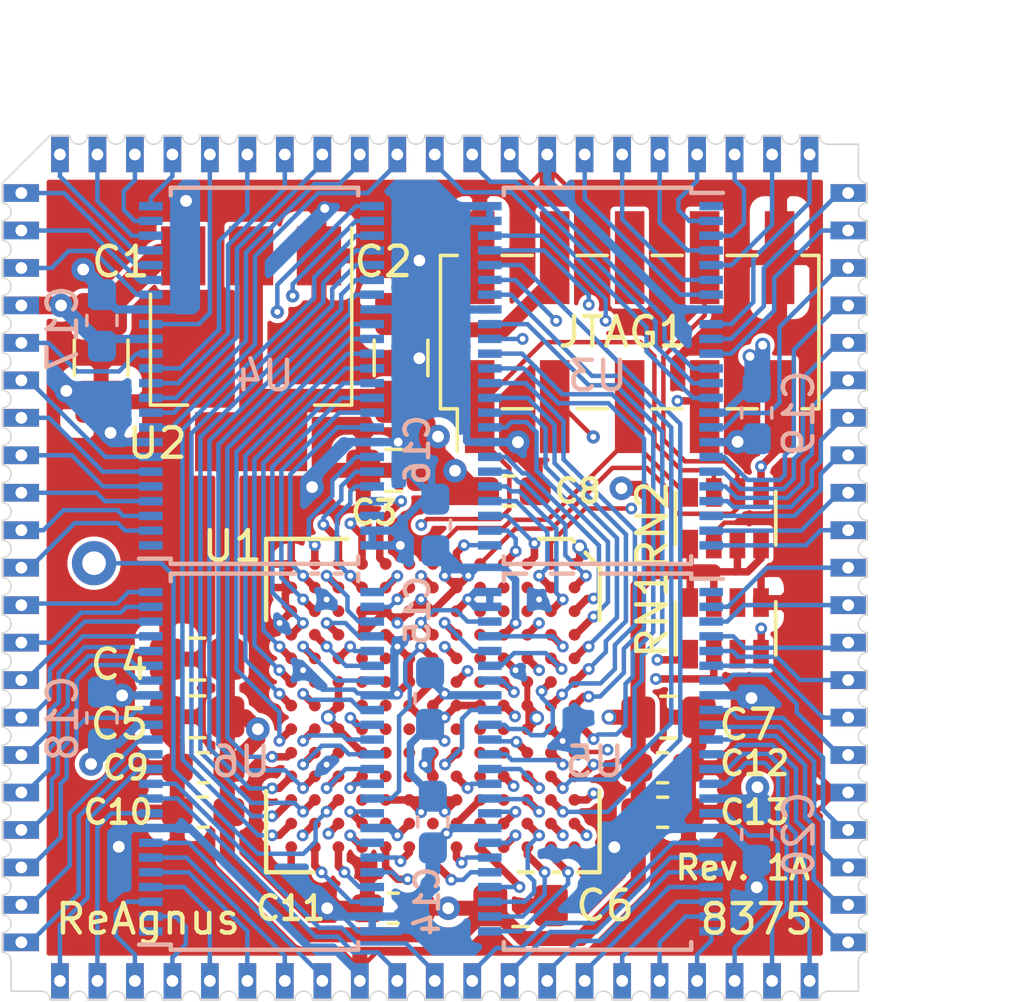
<source format=kicad_pcb>
(kicad_pcb (version 20171130) (host pcbnew "(5.1.6-0)")
  (layers (0 F.Cu signal) (1 GND.Cu power) (2 VCC.Cu power) (31 B.Cu signal) (34 B.Paste user) (35 F.Paste user) (36 B.SilkS user) (37 F.SilkS user) (38 B.Mask user) (39 F.Mask user) (44 Edge.Cuts user))
  (net 0 "")
  (net 1 VCC)
  (net 2 GND)
  (net 3 A18)
  (net 4 A17)
  (net 5 A16)
  (net 6 A15)
  (net 7 A14)
  (net 8 A13)
  (net 9 A12)
  (net 10 A11)
  (net 11 A10)
  (net 12 A9)
  (net 13 A8)
  (net 14 A7)
  (net 15 A6)
  (net 16 A5)
  (net 17 A4)
  (net 18 A3)
  (net 19 A2)
  (net 20 A1)
  (net 21 A19)
  (net 22 DRD14)
  (net 23 DRD15)
  (net 24 HSYNC)
  (net 25 CSYNC)
  (net 26 VSYNC)
  (net 27 LPEN)
  (net 28 CASU)
  (net 29 CASL)
  (net 30 UDS)
  (net 31 LDS)
  (net 32 DRA8)
  (net 33 DRA7)
  (net 34 DRA6)
  (net 35 DRA5)
  (net 36 DRA4)
  (net 37 DRA3)
  (net 38 DRA2)
  (net 39 DRA1)
  (net 40 DRA0)
  (net 41 CCK)
  (net 42 CCKQ)
  (net 43 7M)
  (net 44 CDAC)
  (net 45 28M)
  (net 46 RGA1)
  (net 47 RGA2)
  (net 48 RGA3)
  (net 49 RGA4)
  (net 50 RGA5)
  (net 51 RGA6)
  (net 52 RGA7)
  (net 53 RGA8)
  (net 54 RAMEN)
  (net 55 AS)
  (net 56 REGEN)
  (net 57 RW)
  (net 58 WE)
  (net 59 BLIT)
  (net 60 BLISS)
  (net 61 DMAL)
  (net 62 INTR)
  (net 63 RESET)
  (net 64 DRD0)
  (net 65 DRD1)
  (net 66 DRD2)
  (net 67 DRD3)
  (net 68 DRD4)
  (net 69 DRD5)
  (net 70 DRD6)
  (net 71 DRD7)
  (net 72 DRD8)
  (net 73 DRD9)
  (net 74 DRD10)
  (net 75 DRD11)
  (net 76 DRD12)
  (net 77 DRD13)
  (net 78 /NC1)
  (net 79 /NC2)
  (net 80 /NC3)
  (net 81 /NC4)
  (net 82 RAS0)
  (net 83 RAS1)
  (net 84 DRA9)
  (net 85 14M)
  (net 86 A20)
  (net 87 "Net-(U1-PadH1)")
  (net 88 "Net-(U1-PadC2)")
  (net 89 "Net-(U1-PadD2)")
  (net 90 3V3)
  (net 91 "Net-(U1-PadD3)")
  (net 92 "Net-(U1-PadJ5)")
  (net 93 "Net-(U1-PadK5)")
  (net 94 "Net-(U1-PadJ6)")
  (net 95 "Net-(U1-PadK6)")
  (net 96 "Net-(U1-PadJ7)")
  (net 97 "Net-(U1-PadD8)")
  (net 98 "Net-(U1-PadE8)")
  (net 99 "Net-(U1-PadF8)")
  (net 100 "Net-(U1-PadH8)")
  (net 101 "Net-(U1-PadJ8)")
  (net 102 "Net-(U1-PadD9)")
  (net 103 "Net-(U1-PadE9)")
  (net 104 "Net-(U1-PadH9)")
  (net 105 "Net-(U1-PadJ9)")
  (net 106 "Net-(U1-PadE10)")
  (net 107 "Net-(U1-PadH10)")
  (net 108 "Net-(U1-PadJ10)")
  (net 109 "Net-(U1-PadD11)")
  (net 110 "Net-(U1-PadK11)")
  (net 111 "Net-(U1-PadG12)")
  (net 112 "Net-(U1-PadJ12)")
  (net 113 A18_FPGA)
  (net 114 DRD6_FPGA)
  (net 115 LPEN_FPGA)
  (net 116 VSYNC_FPGA)
  (net 117 A17_FPGA)
  (net 118 CSYNC_FPGA)
  (net 119 HSYNC_FPGA)
  (net 120 A16_FPGA)
  (net 121 A15_FPGA)
  (net 122 A14_FPGA)
  (net 123 DRD15_FPGA)
  (net 124 DRD14_FPGA)
  (net 125 DRD13_FPGA)
  (net 126 A13_FPGA)
  (net 127 A12_FPGA)
  (net 128 A11_FPGA)
  (net 129 A10_FPGA)
  (net 130 A9_FPGA)
  (net 131 A8_FPGA)
  (net 132 A7_FPGA)
  (net 133 A6_FPGA)
  (net 134 RW_FPGA)
  (net 135 WE_FPGA)
  (net 136 BLIT_FPGA)
  (net 137 BLISS_FPGA)
  (net 138 DMAL_FPGA)
  (net 139 INTR_FPGA)
  (net 140 DRD12_FPGA)
  (net 141 DRD11_FPGA)
  (net 142 DRD10_FPGA)
  (net 143 DRD9_FPGA)
  (net 144 DRD8_FPGA)
  (net 145 DRD7_FPGA)
  (net 146 DRD0_FPGA)
  (net 147 DRD1_FPGA)
  (net 148 DRD2_FPGA)
  (net 149 DRD3_FPGA)
  (net 150 DRD4_FPGA)
  (net 151 DRD5_FPGA)
  (net 152 A5_FPGA)
  (net 153 A4_FPGA)
  (net 154 A3_FPGA)
  (net 155 A2_FPGA)
  (net 156 A1_FPGA)
  (net 157 A19_FPGA)
  (net 158 RAS0_FPGA)
  (net 159 RAS1_FPGA)
  (net 160 DRA9_FPGA)
  (net 161 CASU_FPGA)
  (net 162 CASL_FPGA)
  (net 163 UDS_FPGA)
  (net 164 LDS_FPGA)
  (net 165 DRA2_FPGA)
  (net 166 DRA3_FPGA)
  (net 167 DRA4_FPGA)
  (net 168 DRA5_FPGA)
  (net 169 DRA6_FPGA)
  (net 170 DRA7_FPGA)
  (net 171 DRA8_FPGA)
  (net 172 CDAC_FPGA)
  (net 173 A20_FPGA)
  (net 174 7M_FPGA)
  (net 175 CCKQ_FPGA)
  (net 176 CCK_FPGA)
  (net 177 14M_FPGA)
  (net 178 28M_FPGA)
  (net 179 DRA0_FPGA)
  (net 180 DRA1_FPGA)
  (net 181 RGA1_FPGA)
  (net 182 RGA2_FPGA)
  (net 183 RGA3_FPGA)
  (net 184 RGA4_FPGA)
  (net 185 RGA5_FPGA)
  (net 186 RGA6_FPGA)
  (net 187 RGA7_FPGA)
  (net 188 RGA8_FPGA)
  (net 189 RAMEN_FPGA)
  (net 190 AS_FPGA)
  (net 191 REGEN_FPGA)
  (net 192 TDI)
  (net 193 "Net-(JTAG1-Pad6)")
  (net 194 TMS)
  (net 195 TDO)
  (net 196 TCK)
  (net 197 "Net-(U1-PadE6)")
  (net 198 nSTATUS)
  (net 199 CONF_DONE)
  (net 200 CONFIG_SEL)
  (net 201 "Net-(U1-PadE12)")
  (net 202 "Net-(U1-PadK7)")
  (net 203 RESET_FPGA)
  (net 204 "Net-(RN1-Pad6)")
  (net 205 "Net-(RN1-Pad3)")
  (net 206 "Net-(U1-PadE5)")
  (net 207 "Net-(U1-PadE4)")
  (net 208 "Net-(U1-PadE3)")
  (net 209 "Net-(U1-PadE2)")
  (net 210 "Net-(J6-Pad1)")
  (net 211 nNTSC)
  (net 212 DEBUG_PIN)
  (module Package_BGA:BGA-169_11.0x11.0mm_Layout13x13_P0.8mm_Ball0.5mm_Pad0.4mm_NSMD (layer F.Cu) (at 144.5926 79.3294 270)
    (fp_text reference U1 (at -5.40512 6.7948 180) (layer F.SilkS))
    (fp_text value 10M02SCU169C8G hide)
    (pad N13 smd circle (at 4.8 4.8 270) (size 0.4 0.4) (layers F.Cu F.Paste F.Mask) (net 2 GND))
    (pad M13 smd circle (at 4.8 4 270) (size 0.4 0.4) (layers F.Cu F.Paste F.Mask) (net 172 CDAC_FPGA))
    (pad L13 smd circle (at 4.8 3.2 270) (size 0.4 0.4) (layers F.Cu F.Paste F.Mask) (net 173 A20_FPGA))
    (pad K13 smd circle (at 4.8 2.4 270) (size 0.4 0.4) (layers F.Cu F.Paste F.Mask) (net 176 CCK_FPGA))
    (pad J13 smd circle (at 4.8 1.6 270) (size 0.4 0.4) (layers F.Cu F.Paste F.Mask) (net 174 7M_FPGA))
    (pad H13 smd circle (at 4.8 0.8 270) (size 0.4 0.4) (layers F.Cu F.Paste F.Mask) (net 175 CCKQ_FPGA))
    (pad G13 smd circle (at 4.8 0 270) (size 0.4 0.4) (layers F.Cu F.Paste F.Mask) (net 167 DRA4_FPGA))
    (pad F13 smd circle (at 4.8 -0.8 270) (size 0.4 0.4) (layers F.Cu F.Paste F.Mask) (net 166 DRA3_FPGA))
    (pad E13 smd circle (at 4.8 -1.6 270) (size 0.4 0.4) (layers F.Cu F.Paste F.Mask) (net 168 DRA5_FPGA))
    (pad D13 smd circle (at 4.8 -2.4 270) (size 0.4 0.4) (layers F.Cu F.Paste F.Mask) (net 165 DRA2_FPGA))
    (pad C13 smd circle (at 4.8 -3.2 270) (size 0.4 0.4) (layers F.Cu F.Paste F.Mask) (net 170 DRA7_FPGA))
    (pad B13 smd circle (at 4.8 -4 270) (size 0.4 0.4) (layers F.Cu F.Paste F.Mask) (net 171 DRA8_FPGA))
    (pad A13 smd circle (at 4.8 -4.8 270) (size 0.4 0.4) (layers F.Cu F.Paste F.Mask) (net 2 GND))
    (pad N12 smd circle (at 4 4.8 270) (size 0.4 0.4) (layers F.Cu F.Paste F.Mask) (net 150 DRD4_FPGA))
    (pad M12 smd circle (at 4 4 270) (size 0.4 0.4) (layers F.Cu F.Paste F.Mask) (net 151 DRD5_FPGA))
    (pad L12 smd circle (at 4 3.2 270) (size 0.4 0.4) (layers F.Cu F.Paste F.Mask) (net 114 DRD6_FPGA))
    (pad K12 smd circle (at 4 2.4 270) (size 0.4 0.4) (layers F.Cu F.Paste F.Mask) (net 177 14M_FPGA))
    (pad J12 smd circle (at 4 1.6 270) (size 0.4 0.4) (layers F.Cu F.Paste F.Mask) (net 112 "Net-(U1-PadJ12)"))
    (pad H12 smd circle (at 4 0.8 270) (size 0.4 0.4) (layers F.Cu F.Paste F.Mask) (net 2 GND))
    (pad G12 smd circle (at 4 0 270) (size 0.4 0.4) (layers F.Cu F.Paste F.Mask) (net 111 "Net-(U1-PadG12)"))
    (pad F12 smd circle (at 4 -0.8 270) (size 0.4 0.4) (layers F.Cu F.Paste F.Mask) (net 2 GND))
    (pad E12 smd circle (at 4 -1.6 270) (size 0.4 0.4) (layers F.Cu F.Paste F.Mask) (net 201 "Net-(U1-PadE12)"))
    (pad D12 smd circle (at 4 -2.4 270) (size 0.4 0.4) (layers F.Cu F.Paste F.Mask) (net 164 LDS_FPGA))
    (pad C12 smd circle (at 4 -3.2 270) (size 0.4 0.4) (layers F.Cu F.Paste F.Mask) (net 169 DRA6_FPGA))
    (pad B12 smd circle (at 4 -4 270) (size 0.4 0.4) (layers F.Cu F.Paste F.Mask) (net 113 A18_FPGA))
    (pad A12 smd circle (at 4 -4.8 270) (size 0.4 0.4) (layers F.Cu F.Paste F.Mask) (net 115 LPEN_FPGA))
    (pad N11 smd circle (at 3.2 4.8 270) (size 0.4 0.4) (layers F.Cu F.Paste F.Mask) (net 149 DRD3_FPGA))
    (pad M11 smd circle (at 3.2 4 270) (size 0.4 0.4) (layers F.Cu F.Paste F.Mask) (net 148 DRD2_FPGA))
    (pad L11 smd circle (at 3.2 3.2 270) (size 0.4 0.4) (layers F.Cu F.Paste F.Mask) (net 210 "Net-(J6-Pad1)"))
    (pad K11 smd circle (at 3.2 2.4 270) (size 0.4 0.4) (layers F.Cu F.Paste F.Mask) (net 110 "Net-(U1-PadK11)"))
    (pad J11 smd circle (at 3.2 1.6 270) (size 0.4 0.4) (layers F.Cu F.Paste F.Mask) (net 90 3V3))
    (pad H11 smd circle (at 3.2 0.8 270) (size 0.4 0.4) (layers F.Cu F.Paste F.Mask) (net 90 3V3))
    (pad G11 smd circle (at 3.2 0 270) (size 0.4 0.4) (layers F.Cu F.Paste F.Mask) (net 90 3V3))
    (pad F11 smd circle (at 3.2 -0.8 270) (size 0.4 0.4) (layers F.Cu F.Paste F.Mask) (net 90 3V3))
    (pad E11 smd circle (at 3.2 -1.6 270) (size 0.4 0.4) (layers F.Cu F.Paste F.Mask) (net 2 GND))
    (pad D11 smd circle (at 3.2 -2.4 270) (size 0.4 0.4) (layers F.Cu F.Paste F.Mask) (net 109 "Net-(U1-PadD11)"))
    (pad C11 smd circle (at 3.2 -3.2 270) (size 0.4 0.4) (layers F.Cu F.Paste F.Mask) (net 163 UDS_FPGA))
    (pad B11 smd circle (at 3.2 -4 270) (size 0.4 0.4) (layers F.Cu F.Paste F.Mask) (net 116 VSYNC_FPGA))
    (pad A11 smd circle (at 3.2 -4.8 270) (size 0.4 0.4) (layers F.Cu F.Paste F.Mask) (net 117 A17_FPGA))
    (pad N10 smd circle (at 2.4 4.8 270) (size 0.4 0.4) (layers F.Cu F.Paste F.Mask) (net 147 DRD1_FPGA))
    (pad M10 smd circle (at 2.4 4 270) (size 0.4 0.4) (layers F.Cu F.Paste F.Mask) (net 146 DRD0_FPGA))
    (pad L10 smd circle (at 2.4 3.2 270) (size 0.4 0.4) (layers F.Cu F.Paste F.Mask) (net 180 DRA1_FPGA))
    (pad K10 smd circle (at 2.4 2.4 270) (size 0.4 0.4) (layers F.Cu F.Paste F.Mask) (net 179 DRA0_FPGA))
    (pad J10 smd circle (at 2.4 1.6 270) (size 0.4 0.4) (layers F.Cu F.Paste F.Mask) (net 108 "Net-(U1-PadJ10)"))
    (pad H10 smd circle (at 2.4 0.8 270) (size 0.4 0.4) (layers F.Cu F.Paste F.Mask) (net 107 "Net-(U1-PadH10)"))
    (pad G10 smd circle (at 2.4 0 270) (size 0.4 0.4) (layers F.Cu F.Paste F.Mask) (net 2 GND))
    (pad F10 smd circle (at 2.4 -0.8 270) (size 0.4 0.4) (layers F.Cu F.Paste F.Mask) (net 162 CASL_FPGA))
    (pad E10 smd circle (at 2.4 -1.6 270) (size 0.4 0.4) (layers F.Cu F.Paste F.Mask) (net 106 "Net-(U1-PadE10)"))
    (pad D10 smd circle (at 2.4 -2.4 270) (size 0.4 0.4) (layers F.Cu F.Paste F.Mask) (net 90 3V3))
    (pad C10 smd circle (at 2.4 -3.2 270) (size 0.4 0.4) (layers F.Cu F.Paste F.Mask) (net 161 CASU_FPGA))
    (pad B10 smd circle (at 2.4 -4 270) (size 0.4 0.4) (layers F.Cu F.Paste F.Mask) (net 118 CSYNC_FPGA))
    (pad A10 smd circle (at 2.4 -4.8 270) (size 0.4 0.4) (layers F.Cu F.Paste F.Mask) (net 119 HSYNC_FPGA))
    (pad N9 smd circle (at 1.6 4.8 270) (size 0.4 0.4) (layers F.Cu F.Paste F.Mask) (net 145 DRD7_FPGA))
    (pad M9 smd circle (at 1.6 4 270) (size 0.4 0.4) (layers F.Cu F.Paste F.Mask) (net 181 RGA1_FPGA))
    (pad L9 smd circle (at 1.6 3.2 270) (size 0.4 0.4) (layers F.Cu F.Paste F.Mask) (net 2 GND))
    (pad K9 smd circle (at 1.6 2.4 270) (size 0.4 0.4) (layers F.Cu F.Paste F.Mask) (net 90 3V3))
    (pad J9 smd circle (at 1.6 1.6 270) (size 0.4 0.4) (layers F.Cu F.Paste F.Mask) (net 105 "Net-(U1-PadJ9)"))
    (pad H9 smd circle (at 1.6 0.8 270) (size 0.4 0.4) (layers F.Cu F.Paste F.Mask) (net 104 "Net-(U1-PadH9)"))
    (pad G9 smd circle (at 1.6 0 270) (size 0.4 0.4) (layers F.Cu F.Paste F.Mask) (net 2 GND))
    (pad F9 smd circle (at 1.6 -0.8 270) (size 0.4 0.4) (layers F.Cu F.Paste F.Mask) (net 157 A19_FPGA))
    (pad E9 smd circle (at 1.6 -1.6 270) (size 0.4 0.4) (layers F.Cu F.Paste F.Mask) (net 103 "Net-(U1-PadE9)"))
    (pad D9 smd circle (at 1.6 -2.4 270) (size 0.4 0.4) (layers F.Cu F.Paste F.Mask) (net 102 "Net-(U1-PadD9)"))
    (pad C9 smd circle (at 1.6 -3.2 270) (size 0.4 0.4) (layers F.Cu F.Paste F.Mask) (net 159 RAS1_FPGA))
    (pad B9 smd circle (at 1.6 -4 270) (size 0.4 0.4) (layers F.Cu F.Paste F.Mask) (net 160 DRA9_FPGA))
    (pad A9 smd circle (at 1.6 -4.8 270) (size 0.4 0.4) (layers F.Cu F.Paste F.Mask) (net 120 A16_FPGA))
    (pad N8 smd circle (at 0.8 4.8 270) (size 0.4 0.4) (layers F.Cu F.Paste F.Mask) (net 203 RESET_FPGA))
    (pad M8 smd circle (at 0.8 4 270) (size 0.4 0.4) (layers F.Cu F.Paste F.Mask) (net 182 RGA2_FPGA))
    (pad L8 smd circle (at 0.8 3.2 270) (size 0.4 0.4) (layers F.Cu F.Paste F.Mask) (net 90 3V3))
    (pad K8 smd circle (at 0.8 2.4 270) (size 0.4 0.4) (layers F.Cu F.Paste F.Mask) (net 183 RGA3_FPGA))
    (pad J8 smd circle (at 0.8 1.6 270) (size 0.4 0.4) (layers F.Cu F.Paste F.Mask) (net 101 "Net-(U1-PadJ8)"))
    (pad H8 smd circle (at 0.8 0.8 270) (size 0.4 0.4) (layers F.Cu F.Paste F.Mask) (net 100 "Net-(U1-PadH8)"))
    (pad G8 smd circle (at 0.8 0 270) (size 0.4 0.4) (layers F.Cu F.Paste F.Mask) (net 90 3V3))
    (pad F8 smd circle (at 0.8 -0.8 270) (size 0.4 0.4) (layers F.Cu F.Paste F.Mask) (net 99 "Net-(U1-PadF8)"))
    (pad E8 smd circle (at 0.8 -1.6 270) (size 0.4 0.4) (layers F.Cu F.Paste F.Mask) (net 98 "Net-(U1-PadE8)"))
    (pad D8 smd circle (at 0.8 -2.4 270) (size 0.4 0.4) (layers F.Cu F.Paste F.Mask) (net 97 "Net-(U1-PadD8)"))
    (pad C8 smd circle (at 0.8 -3.2 270) (size 0.4 0.4) (layers F.Cu F.Paste F.Mask) (net 90 3V3))
    (pad B8 smd circle (at 0.8 -4 270) (size 0.4 0.4) (layers F.Cu F.Paste F.Mask) (net 2 GND))
    (pad A8 smd circle (at 0.8 -4.8 270) (size 0.4 0.4) (layers F.Cu F.Paste F.Mask) (net 121 A15_FPGA))
    (pad N7 smd circle (at 0 4.8 270) (size 0.4 0.4) (layers F.Cu F.Paste F.Mask) (net 144 DRD8_FPGA))
    (pad M7 smd circle (at 0 4 270) (size 0.4 0.4) (layers F.Cu F.Paste F.Mask) (net 184 RGA4_FPGA))
    (pad L7 smd circle (at 0 3.2 270) (size 0.4 0.4) (layers F.Cu F.Paste F.Mask) (net 90 3V3))
    (pad K7 smd circle (at 0 2.4 270) (size 0.4 0.4) (layers F.Cu F.Paste F.Mask) (net 202 "Net-(U1-PadK7)"))
    (pad J7 smd circle (at 0 1.6 270) (size 0.4 0.4) (layers F.Cu F.Paste F.Mask) (net 96 "Net-(U1-PadJ7)"))
    (pad H7 smd circle (at 0 0.8 270) (size 0.4 0.4) (layers F.Cu F.Paste F.Mask) (net 90 3V3))
    (pad G7 smd circle (at 0 0 270) (size 0.4 0.4) (layers F.Cu F.Paste F.Mask) (net 2 GND))
    (pad F7 smd circle (at 0 -0.8 270) (size 0.4 0.4) (layers F.Cu F.Paste F.Mask) (net 90 3V3))
    (pad E7 smd circle (at 0 -1.6 270) (size 0.4 0.4) (layers F.Cu F.Paste F.Mask) (net 90 3V3))
    (pad D7 smd circle (at 0 -2.4 270) (size 0.4 0.4) (layers F.Cu F.Paste F.Mask) (net 200 CONFIG_SEL))
    (pad C7 smd circle (at 0 -3.2 270) (size 0.4 0.4) (layers F.Cu F.Paste F.Mask) (net 90 3V3))
    (pad B7 smd circle (at 0 -4 270) (size 0.4 0.4) (layers F.Cu F.Paste F.Mask) (net 123 DRD15_FPGA))
    (pad A7 smd circle (at 0 -4.8 270) (size 0.4 0.4) (layers F.Cu F.Paste F.Mask) (net 122 A14_FPGA))
    (pad N6 smd circle (at -0.8 4.8 270) (size 0.4 0.4) (layers F.Cu F.Paste F.Mask) (net 143 DRD9_FPGA))
    (pad M6 smd circle (at -0.8 4 270) (size 0.4 0.4) (layers F.Cu F.Paste F.Mask) (net 2 GND))
    (pad L6 smd circle (at -0.8 3.2 270) (size 0.4 0.4) (layers F.Cu F.Paste F.Mask) (net 90 3V3))
    (pad K6 smd circle (at -0.8 2.4 270) (size 0.4 0.4) (layers F.Cu F.Paste F.Mask) (net 95 "Net-(U1-PadK6)"))
    (pad J6 smd circle (at -0.8 1.6 270) (size 0.4 0.4) (layers F.Cu F.Paste F.Mask) (net 94 "Net-(U1-PadJ6)"))
    (pad H6 smd circle (at -0.8 0.8 270) (size 0.4 0.4) (layers F.Cu F.Paste F.Mask) (net 2 GND))
    (pad G6 smd circle (at -0.8 0 270) (size 0.4 0.4) (layers F.Cu F.Paste F.Mask) (net 90 3V3))
    (pad F6 smd circle (at -0.8 -0.8 270) (size 0.4 0.4) (layers F.Cu F.Paste F.Mask) (net 195 TDO))
    (pad E6 smd circle (at -0.8 -1.6 270) (size 0.4 0.4) (layers F.Cu F.Paste F.Mask) (net 197 "Net-(U1-PadE6)"))
    (pad D6 smd circle (at -0.8 -2.4 270) (size 0.4 0.4) (layers F.Cu F.Paste F.Mask) (net 156 A1_FPGA))
    (pad C6 smd circle (at -0.8 -3.2 270) (size 0.4 0.4) (layers F.Cu F.Paste F.Mask) (net 90 3V3))
    (pad B6 smd circle (at -0.8 -4 270) (size 0.4 0.4) (layers F.Cu F.Paste F.Mask) (net 158 RAS0_FPGA))
    (pad A6 smd circle (at -0.8 -4.8 270) (size 0.4 0.4) (layers F.Cu F.Paste F.Mask) (net 124 DRD14_FPGA))
    (pad N5 smd circle (at -1.6 4.8 270) (size 0.4 0.4) (layers F.Cu F.Paste F.Mask) (net 142 DRD10_FPGA))
    (pad M5 smd circle (at -1.6 4 270) (size 0.4 0.4) (layers F.Cu F.Paste F.Mask) (net 185 RGA5_FPGA))
    (pad L5 smd circle (at -1.6 3.2 270) (size 0.4 0.4) (layers F.Cu F.Paste F.Mask) (net 187 RGA7_FPGA))
    (pad K5 smd circle (at -1.6 2.4 270) (size 0.4 0.4) (layers F.Cu F.Paste F.Mask) (net 93 "Net-(U1-PadK5)"))
    (pad J5 smd circle (at -1.6 1.6 270) (size 0.4 0.4) (layers F.Cu F.Paste F.Mask) (net 92 "Net-(U1-PadJ5)"))
    (pad H5 smd circle (at -1.6 0.8 270) (size 0.4 0.4) (layers F.Cu F.Paste F.Mask) (net 2 GND))
    (pad G5 smd circle (at -1.6 0 270) (size 0.4 0.4) (layers F.Cu F.Paste F.Mask) (net 178 28M_FPGA))
    (pad F5 smd circle (at -1.6 -0.8 270) (size 0.4 0.4) (layers F.Cu F.Paste F.Mask) (net 192 TDI))
    (pad E5 smd circle (at -1.6 -1.6 270) (size 0.4 0.4) (layers F.Cu F.Paste F.Mask) (net 206 "Net-(U1-PadE5)"))
    (pad D5 smd circle (at -1.6 -2.4 270) (size 0.4 0.4) (layers F.Cu F.Paste F.Mask) (net 2 GND))
    (pad C5 smd circle (at -1.6 -3.2 270) (size 0.4 0.4) (layers F.Cu F.Paste F.Mask) (net 199 CONF_DONE))
    (pad B5 smd circle (at -1.6 -4 270) (size 0.4 0.4) (layers F.Cu F.Paste F.Mask) (net 155 A2_FPGA))
    (pad A5 smd circle (at -1.6 -4.8 270) (size 0.4 0.4) (layers F.Cu F.Paste F.Mask) (net 125 DRD13_FPGA))
    (pad N4 smd circle (at -2.4 4.8 270) (size 0.4 0.4) (layers F.Cu F.Paste F.Mask) (net 141 DRD11_FPGA))
    (pad M4 smd circle (at -2.4 4 270) (size 0.4 0.4) (layers F.Cu F.Paste F.Mask) (net 186 RGA6_FPGA))
    (pad L4 smd circle (at -2.4 3.2 270) (size 0.4 0.4) (layers F.Cu F.Paste F.Mask) (net 188 RGA8_FPGA))
    (pad K4 smd circle (at -2.4 2.4 270) (size 0.4 0.4) (layers F.Cu F.Paste F.Mask) (net 90 3V3))
    (pad J4 smd circle (at -2.4 1.6 270) (size 0.4 0.4) (layers F.Cu F.Paste F.Mask) (net 2 GND))
    (pad H4 smd circle (at -2.4 0.8 270) (size 0.4 0.4) (layers F.Cu F.Paste F.Mask) (net 2 GND))
    (pad G4 smd circle (at -2.4 0 270) (size 0.4 0.4) (layers F.Cu F.Paste F.Mask) (net 152 A5_FPGA))
    (pad F4 smd circle (at -2.4 -0.8 270) (size 0.4 0.4) (layers F.Cu F.Paste F.Mask) (net 154 A3_FPGA))
    (pad E4 smd circle (at -2.4 -1.6 270) (size 0.4 0.4) (layers F.Cu F.Paste F.Mask) (net 207 "Net-(U1-PadE4)"))
    (pad D4 smd circle (at -2.4 -2.4 270) (size 0.4 0.4) (layers F.Cu F.Paste F.Mask) (net 90 3V3))
    (pad C4 smd circle (at -2.4 -3.2 270) (size 0.4 0.4) (layers F.Cu F.Paste F.Mask) (net 198 nSTATUS))
    (pad B4 smd circle (at -2.4 -4 270) (size 0.4 0.4) (layers F.Cu F.Paste F.Mask) (net 153 A4_FPGA))
    (pad A4 smd circle (at -2.4 -4.8 270) (size 0.4 0.4) (layers F.Cu F.Paste F.Mask) (net 126 A13_FPGA))
    (pad N3 smd circle (at -3.2 4.8 270) (size 0.4 0.4) (layers F.Cu F.Paste F.Mask) (net 2 GND))
    (pad M3 smd circle (at -3.2 4 270) (size 0.4 0.4) (layers F.Cu F.Paste F.Mask) (net 140 DRD12_FPGA))
    (pad L3 smd circle (at -3.2 3.2 270) (size 0.4 0.4) (layers F.Cu F.Paste F.Mask) (net 2 GND))
    (pad K3 smd circle (at -3.2 2.4 270) (size 0.4 0.4) (layers F.Cu F.Paste F.Mask) (net 90 3V3))
    (pad J3 smd circle (at -3.2 1.6 270) (size 0.4 0.4) (layers F.Cu F.Paste F.Mask) (net 90 3V3))
    (pad H3 smd circle (at -3.2 0.8 270) (size 0.4 0.4) (layers F.Cu F.Paste F.Mask) (net 90 3V3))
    (pad G3 smd circle (at -3.2 0 270) (size 0.4 0.4) (layers F.Cu F.Paste F.Mask) (net 90 3V3))
    (pad F3 smd circle (at -3.2 -0.8 270) (size 0.4 0.4) (layers F.Cu F.Paste F.Mask) (net 2 GND))
    (pad E3 smd circle (at -3.2 -1.6 270) (size 0.4 0.4) (layers F.Cu F.Paste F.Mask) (net 208 "Net-(U1-PadE3)"))
    (pad D3 smd circle (at -3.2 -2.4 270) (size 0.4 0.4) (layers F.Cu F.Paste F.Mask) (net 91 "Net-(U1-PadD3)"))
    (pad C3 smd circle (at -3.2 -3.2 270) (size 0.4 0.4) (layers F.Cu F.Paste F.Mask) (net 2 GND))
    (pad B3 smd circle (at -3.2 -4 270) (size 0.4 0.4) (layers F.Cu F.Paste F.Mask) (net 129 A10_FPGA))
    (pad A3 smd circle (at -3.2 -4.8 270) (size 0.4 0.4) (layers F.Cu F.Paste F.Mask) (net 127 A12_FPGA))
    (pad N2 smd circle (at -4 4.8 270) (size 0.4 0.4) (layers F.Cu F.Paste F.Mask) (net 2 GND))
    (pad M2 smd circle (at -4 4 270) (size 0.4 0.4) (layers F.Cu F.Paste F.Mask) (net 139 INTR_FPGA))
    (pad L2 smd circle (at -4 3.2 270) (size 0.4 0.4) (layers F.Cu F.Paste F.Mask) (net 189 RAMEN_FPGA))
    (pad K2 smd circle (at -4 2.4 270) (size 0.4 0.4) (layers F.Cu F.Paste F.Mask) (net 136 BLIT_FPGA))
    (pad J2 smd circle (at -4 1.6 270) (size 0.4 0.4) (layers F.Cu F.Paste F.Mask) (net 191 REGEN_FPGA))
    (pad H2 smd circle (at -4 0.8 270) (size 0.4 0.4) (layers F.Cu F.Paste F.Mask) (net 190 AS_FPGA))
    (pad G2 smd circle (at -4 0 270) (size 0.4 0.4) (layers F.Cu F.Paste F.Mask) (net 196 TCK))
    (pad F2 smd circle (at -4 -0.8 270) (size 0.4 0.4) (layers F.Cu F.Paste F.Mask) (net 90 3V3))
    (pad E2 smd circle (at -4 -1.6 270) (size 0.4 0.4) (layers F.Cu F.Paste F.Mask) (net 209 "Net-(U1-PadE2)"))
    (pad D2 smd circle (at -4 -2.4 270) (size 0.4 0.4) (layers F.Cu F.Paste F.Mask) (net 89 "Net-(U1-PadD2)"))
    (pad C2 smd circle (at -4 -3.2 270) (size 0.4 0.4) (layers F.Cu F.Paste F.Mask) (net 88 "Net-(U1-PadC2)"))
    (pad B2 smd circle (at -4 -4 270) (size 0.4 0.4) (layers F.Cu F.Paste F.Mask) (net 130 A9_FPGA))
    (pad A2 smd circle (at -4 -4.8 270) (size 0.4 0.4) (layers F.Cu F.Paste F.Mask) (net 128 A11_FPGA))
    (pad N1 smd circle (at -4.8 4.8 270) (size 0.4 0.4) (layers F.Cu F.Paste F.Mask) (net 2 GND))
    (pad M1 smd circle (at -4.8 4 270) (size 0.4 0.4) (layers F.Cu F.Paste F.Mask) (net 138 DMAL_FPGA))
    (pad L1 smd circle (at -4.8 3.2 270) (size 0.4 0.4) (layers F.Cu F.Paste F.Mask) (net 137 BLISS_FPGA))
    (pad K1 smd circle (at -4.8 2.4 270) (size 0.4 0.4) (layers F.Cu F.Paste F.Mask) (net 134 RW_FPGA))
    (pad J1 smd circle (at -4.8 1.6 270) (size 0.4 0.4) (layers F.Cu F.Paste F.Mask) (net 135 WE_FPGA))
    (pad H1 smd circle (at -4.8 0.8 270) (size 0.4 0.4) (layers F.Cu F.Paste F.Mask) (net 87 "Net-(U1-PadH1)"))
    (pad G1 smd circle (at -4.8 0 270) (size 0.4 0.4) (layers F.Cu F.Paste F.Mask) (net 194 TMS))
    (pad F1 smd circle (at -4.8 -0.8 270) (size 0.4 0.4) (layers F.Cu F.Paste F.Mask) (net 133 A6_FPGA))
    (pad E1 smd circle (at -4.8 -1.6 270) (size 0.4 0.4) (layers F.Cu F.Paste F.Mask) (net 211 nNTSC))
    (pad D1 smd circle (at -4.8 -2.4 270) (size 0.4 0.4) (layers F.Cu F.Paste F.Mask) (net 132 A7_FPGA))
    (pad C1 smd circle (at -4.8 -3.2 270) (size 0.4 0.4) (layers F.Cu F.Paste F.Mask) (net 131 A8_FPGA))
    (pad B1 smd circle (at -4.8 -4 270) (size 0.4 0.4) (layers F.Cu F.Paste F.Mask) (net 212 DEBUG_PIN))
    (pad A1 smd circle (at -4.8 -4.8 270) (size 0.4 0.4) (layers F.Cu F.Paste F.Mask) (net 2 GND))
  )
  (module Capacitor_SMD:C_0603_1608Metric_Pad1.05x0.95mm_HandSolder (layer F.Cu) (at 152.3774 82.94636 180)
    (fp_text reference C13 (at -3.11912 0) (layer F.SilkS) (effects (font (size 0.8 0.8))))
    (fp_text value 0.01uF hide)
    (pad 2 smd roundrect (at 0.875 0 180) (size 1.05 0.95) (layers F.Cu F.Paste F.Mask) (net 90 3V3))
    (pad 1 smd roundrect (at -0.875 0 180) (size 1.05 0.95) (layers F.Cu F.Paste F.Mask) (net 2 GND))
  )
  (module Capacitor_SMD:C_0603_1608Metric_Pad1.05x0.95mm_HandSolder (layer F.Cu) (at 136.80596 82.94128)
    (fp_text reference C10 (at -2.87912 0) (layer F.SilkS) (effects (font (size 0.8 0.8))))
    (fp_text value 0.01uF hide)
    (pad 2 smd roundrect (at 0.875 0) (size 1.05 0.95) (layers F.Cu F.Paste F.Mask) (net 90 3V3))
    (pad 1 smd roundrect (at -0.875 0) (size 1.05 0.95) (layers F.Cu F.Paste F.Mask) (net 2 GND))
  )
  (module Capacitor_SMD:C_0805_2012Metric_Pad1.15x1.40mm_HandSolder (layer F.Cu) (at 147.5641 86.1112 180)
    (fp_text reference C6 (at -2.86258 0 180) (layer F.SilkS))
    (fp_text value 0.1uF hide)
    (pad 2 smd roundrect (at 1.025 0 180) (size 1.15 1.4) (layers F.Cu F.Paste F.Mask) (roundrect_rratio 0.217391) (net 90 3V3))
    (pad 1 smd roundrect (at -1.025 0 180) (size 1.15 1.4) (layers F.Cu F.Paste F.Mask) (roundrect_rratio 0.217391) (net 2 GND))
  )
  (module Capacitor_SMD:C_0805_2012Metric_Pad1.15x1.40mm_HandSolder (layer F.Cu) (at 136.604 79.7104)
    (fp_text reference C5 (at -2.63144 0.24892 180) (layer F.SilkS))
    (fp_text value 0.1uF hide)
    (pad 2 smd roundrect (at 1.025 0) (size 1.15 1.4) (layers F.Cu F.Paste F.Mask) (roundrect_rratio 0.217391) (net 90 3V3))
    (pad 1 smd roundrect (at -1.025 0) (size 1.15 1.4) (layers F.Cu F.Paste F.Mask) (roundrect_rratio 0.217391) (net 2 GND))
  )
  (module Agnus:TSSOP-48_6.1x12.5mm_P0.5mm_padLength_0.8mm (layer B.Cu) (at 138.8865 68.1503)
    (fp_text reference U4 (at 0 0 -180) (layer B.SilkS) (effects (justify mirror)))
    (fp_text value SN74CBTD16210 hide)
    (pad 1 smd rect (at -3.85 5.75) (size 0.8 0.285) (layers B.Cu B.Paste B.Mask) (net 79 /NC2))
    (pad 2 smd rect (at -3.85 5.25) (size 0.8 0.285) (layers B.Cu B.Paste B.Mask) (net 57 RW))
    (pad 3 smd rect (at -3.85 4.75) (size 0.8 0.285) (layers B.Cu B.Paste B.Mask) (net 58 WE))
    (pad 4 smd rect (at -3.85 4.25) (size 0.8 0.285) (layers B.Cu B.Paste B.Mask) (net 59 BLIT))
    (pad 5 smd rect (at -3.85 3.75) (size 0.8 0.285) (layers B.Cu B.Paste B.Mask) (net 60 BLISS))
    (pad 6 smd rect (at -3.85 3.25) (size 0.8 0.285) (layers B.Cu B.Paste B.Mask) (net 61 DMAL))
    (pad 7 smd rect (at -3.85 2.75) (size 0.8 0.285) (layers B.Cu B.Paste B.Mask) (net 62 INTR))
    (pad 8 smd rect (at -3.85 2.25) (size 0.8 0.285) (layers B.Cu B.Paste B.Mask) (net 2 GND))
    (pad 9 smd rect (at -3.85 1.75) (size 0.8 0.285) (layers B.Cu B.Paste B.Mask) (net 76 DRD12))
    (pad 10 smd rect (at -3.85 1.25) (size 0.8 0.285) (layers B.Cu B.Paste B.Mask) (net 75 DRD11))
    (pad 11 smd rect (at -3.85 0.75) (size 0.8 0.285) (layers B.Cu B.Paste B.Mask) (net 74 DRD10))
    (pad 12 smd rect (at -3.85 0.25) (size 0.8 0.285) (layers B.Cu B.Paste B.Mask) (net 73 DRD9))
    (pad 13 smd rect (at -3.85 -0.25) (size 0.8 0.285) (layers B.Cu B.Paste B.Mask) (net 72 DRD8))
    (pad 14 smd rect (at -3.85 -0.75) (size 0.8 0.285) (layers B.Cu B.Paste B.Mask) (net 63 RESET))
    (pad 15 smd rect (at -3.85 -1.25) (size 0.8 0.285) (layers B.Cu B.Paste B.Mask) (net 1 VCC))
    (pad 16 smd rect (at -3.85 -1.75) (size 0.8 0.285) (layers B.Cu B.Paste B.Mask) (net 71 DRD7))
    (pad 17 smd rect (at -3.85 -2.25) (size 0.8 0.285) (layers B.Cu B.Paste B.Mask) (net 2 GND))
    (pad 18 smd rect (at -3.85 -2.75) (size 0.8 0.285) (layers B.Cu B.Paste B.Mask) (net 64 DRD0))
    (pad 19 smd rect (at -3.85 -3.25) (size 0.8 0.285) (layers B.Cu B.Paste B.Mask) (net 65 DRD1))
    (pad 20 smd rect (at -3.85 -3.75) (size 0.8 0.285) (layers B.Cu B.Paste B.Mask) (net 66 DRD2))
    (pad 21 smd rect (at -3.85 -4.25) (size 0.8 0.285) (layers B.Cu B.Paste B.Mask) (net 67 DRD3))
    (pad 22 smd rect (at -3.85 -4.75) (size 0.8 0.285) (layers B.Cu B.Paste B.Mask) (net 68 DRD4))
    (pad 23 smd rect (at -3.85 -5.25) (size 0.8 0.285) (layers B.Cu B.Paste B.Mask) (net 69 DRD5))
    (pad 24 smd rect (at -3.85 -5.75) (size 0.8 0.285) (layers B.Cu B.Paste B.Mask) (net 70 DRD6))
    (pad 25 smd rect (at 3.65 -5.75) (size 0.8 0.285) (layers B.Cu B.Paste B.Mask) (net 114 DRD6_FPGA))
    (pad 26 smd rect (at 3.65 -5.25) (size 0.8 0.285) (layers B.Cu B.Paste B.Mask) (net 151 DRD5_FPGA))
    (pad 27 smd rect (at 3.65 -4.75) (size 0.8 0.285) (layers B.Cu B.Paste B.Mask) (net 150 DRD4_FPGA))
    (pad 28 smd rect (at 3.65 -4.25) (size 0.8 0.285) (layers B.Cu B.Paste B.Mask) (net 149 DRD3_FPGA))
    (pad 29 smd rect (at 3.65 -3.75) (size 0.8 0.285) (layers B.Cu B.Paste B.Mask) (net 148 DRD2_FPGA))
    (pad 30 smd rect (at 3.65 -3.25) (size 0.8 0.285) (layers B.Cu B.Paste B.Mask) (net 147 DRD1_FPGA))
    (pad 31 smd rect (at 3.65 -2.75) (size 0.8 0.285) (layers B.Cu B.Paste B.Mask) (net 146 DRD0_FPGA))
    (pad 32 smd rect (at 3.65 -2.25) (size 0.8 0.285) (layers B.Cu B.Paste B.Mask) (net 2 GND))
    (pad 33 smd rect (at 3.65 -1.75) (size 0.8 0.285) (layers B.Cu B.Paste B.Mask) (net 145 DRD7_FPGA))
    (pad 34 smd rect (at 3.65 -1.25) (size 0.8 0.285) (layers B.Cu B.Paste B.Mask) (net 203 RESET_FPGA))
    (pad 35 smd rect (at 3.65 -0.75) (size 0.8 0.285) (layers B.Cu B.Paste B.Mask) (net 144 DRD8_FPGA))
    (pad 36 smd rect (at 3.65 -0.25) (size 0.8 0.285) (layers B.Cu B.Paste B.Mask) (net 143 DRD9_FPGA))
    (pad 37 smd rect (at 3.65 0.25) (size 0.8 0.285) (layers B.Cu B.Paste B.Mask) (net 142 DRD10_FPGA))
    (pad 38 smd rect (at 3.65 0.75) (size 0.8 0.285) (layers B.Cu B.Paste B.Mask) (net 141 DRD11_FPGA))
    (pad 39 smd rect (at 3.65 1.25) (size 0.8 0.285) (layers B.Cu B.Paste B.Mask) (net 140 DRD12_FPGA))
    (pad 40 smd rect (at 3.65 1.75) (size 0.8 0.285) (layers B.Cu B.Paste B.Mask) (net 139 INTR_FPGA))
    (pad 41 smd rect (at 3.65 2.25) (size 0.8 0.285) (layers B.Cu B.Paste B.Mask) (net 2 GND))
    (pad 42 smd rect (at 3.65 2.75) (size 0.8 0.285) (layers B.Cu B.Paste B.Mask) (net 138 DMAL_FPGA))
    (pad 43 smd rect (at 3.65 3.25) (size 0.8 0.285) (layers B.Cu B.Paste B.Mask) (net 137 BLISS_FPGA))
    (pad 44 smd rect (at 3.65 3.75) (size 0.8 0.285) (layers B.Cu B.Paste B.Mask) (net 136 BLIT_FPGA))
    (pad 45 smd rect (at 3.65 4.25) (size 0.8 0.285) (layers B.Cu B.Paste B.Mask) (net 135 WE_FPGA))
    (pad 46 smd rect (at 3.65 4.75) (size 0.8 0.285) (layers B.Cu B.Paste B.Mask) (net 134 RW_FPGA))
    (pad 47 smd rect (at 3.65 5.25) (size 0.8 0.285) (layers B.Cu B.Paste B.Mask) (net 2 GND))
    (pad 48 smd rect (at 3.65 5.75) (size 0.8 0.285) (layers B.Cu B.Paste B.Mask) (net 2 GND))
  )
  (module Agnus:TSSOP-48_6.1x12.5mm_P0.5mm_padLength_0.8mm (layer B.Cu) (at 138.8865 81.2318)
    (fp_text reference U6 (at -0.79406 0 -180) (layer B.SilkS) (effects (justify mirror)))
    (fp_text value SN74CBTD16210 hide)
    (pad 1 smd rect (at -3.85 5.75) (size 0.8 0.285) (layers B.Cu B.Paste B.Mask) (net 81 /NC4))
    (pad 2 smd rect (at -3.85 5.25) (size 0.8 0.285) (layers B.Cu B.Paste B.Mask) (net 44 CDAC))
    (pad 3 smd rect (at -3.85 4.75) (size 0.8 0.285) (layers B.Cu B.Paste B.Mask) (net 86 A20))
    (pad 4 smd rect (at -3.85 4.25) (size 0.8 0.285) (layers B.Cu B.Paste B.Mask) (net 43 7M))
    (pad 5 smd rect (at -3.85 3.75) (size 0.8 0.285) (layers B.Cu B.Paste B.Mask) (net 42 CCKQ))
    (pad 6 smd rect (at -3.85 3.25) (size 0.8 0.285) (layers B.Cu B.Paste B.Mask) (net 41 CCK))
    (pad 7 smd rect (at -3.85 2.75) (size 0.8 0.285) (layers B.Cu B.Paste B.Mask) (net 85 14M))
    (pad 8 smd rect (at -3.85 2.25) (size 0.8 0.285) (layers B.Cu B.Paste B.Mask) (net 2 GND))
    (pad 9 smd rect (at -3.85 1.75) (size 0.8 0.285) (layers B.Cu B.Paste B.Mask) (net 45 28M))
    (pad 10 smd rect (at -3.85 1.25) (size 0.8 0.285) (layers B.Cu B.Paste B.Mask) (net 40 DRA0))
    (pad 11 smd rect (at -3.85 0.75) (size 0.8 0.285) (layers B.Cu B.Paste B.Mask) (net 39 DRA1))
    (pad 12 smd rect (at -3.85 0.25) (size 0.8 0.285) (layers B.Cu B.Paste B.Mask) (net 46 RGA1))
    (pad 13 smd rect (at -3.85 -0.25) (size 0.8 0.285) (layers B.Cu B.Paste B.Mask) (net 47 RGA2))
    (pad 14 smd rect (at -3.85 -0.75) (size 0.8 0.285) (layers B.Cu B.Paste B.Mask) (net 48 RGA3))
    (pad 15 smd rect (at -3.85 -1.25) (size 0.8 0.285) (layers B.Cu B.Paste B.Mask) (net 1 VCC))
    (pad 16 smd rect (at -3.85 -1.75) (size 0.8 0.285) (layers B.Cu B.Paste B.Mask) (net 49 RGA4))
    (pad 17 smd rect (at -3.85 -2.25) (size 0.8 0.285) (layers B.Cu B.Paste B.Mask) (net 2 GND))
    (pad 18 smd rect (at -3.85 -2.75) (size 0.8 0.285) (layers B.Cu B.Paste B.Mask) (net 50 RGA5))
    (pad 19 smd rect (at -3.85 -3.25) (size 0.8 0.285) (layers B.Cu B.Paste B.Mask) (net 51 RGA6))
    (pad 20 smd rect (at -3.85 -3.75) (size 0.8 0.285) (layers B.Cu B.Paste B.Mask) (net 52 RGA7))
    (pad 21 smd rect (at -3.85 -4.25) (size 0.8 0.285) (layers B.Cu B.Paste B.Mask) (net 53 RGA8))
    (pad 22 smd rect (at -3.85 -4.75) (size 0.8 0.285) (layers B.Cu B.Paste B.Mask) (net 54 RAMEN))
    (pad 23 smd rect (at -3.85 -5.25) (size 0.8 0.285) (layers B.Cu B.Paste B.Mask) (net 55 AS))
    (pad 24 smd rect (at -3.85 -5.75) (size 0.8 0.285) (layers B.Cu B.Paste B.Mask) (net 56 REGEN))
    (pad 25 smd rect (at 3.65 -5.75) (size 0.8 0.285) (layers B.Cu B.Paste B.Mask) (net 191 REGEN_FPGA))
    (pad 26 smd rect (at 3.65 -5.25) (size 0.8 0.285) (layers B.Cu B.Paste B.Mask) (net 190 AS_FPGA))
    (pad 27 smd rect (at 3.65 -4.75) (size 0.8 0.285) (layers B.Cu B.Paste B.Mask) (net 189 RAMEN_FPGA))
    (pad 28 smd rect (at 3.65 -4.25) (size 0.8 0.285) (layers B.Cu B.Paste B.Mask) (net 188 RGA8_FPGA))
    (pad 29 smd rect (at 3.65 -3.75) (size 0.8 0.285) (layers B.Cu B.Paste B.Mask) (net 187 RGA7_FPGA))
    (pad 30 smd rect (at 3.65 -3.25) (size 0.8 0.285) (layers B.Cu B.Paste B.Mask) (net 186 RGA6_FPGA))
    (pad 31 smd rect (at 3.65 -2.75) (size 0.8 0.285) (layers B.Cu B.Paste B.Mask) (net 185 RGA5_FPGA))
    (pad 32 smd rect (at 3.65 -2.25) (size 0.8 0.285) (layers B.Cu B.Paste B.Mask) (net 2 GND))
    (pad 33 smd rect (at 3.65 -1.75) (size 0.8 0.285) (layers B.Cu B.Paste B.Mask) (net 184 RGA4_FPGA))
    (pad 34 smd rect (at 3.65 -1.25) (size 0.8 0.285) (layers B.Cu B.Paste B.Mask) (net 183 RGA3_FPGA))
    (pad 35 smd rect (at 3.65 -0.75) (size 0.8 0.285) (layers B.Cu B.Paste B.Mask) (net 182 RGA2_FPGA))
    (pad 36 smd rect (at 3.65 -0.25) (size 0.8 0.285) (layers B.Cu B.Paste B.Mask) (net 181 RGA1_FPGA))
    (pad 37 smd rect (at 3.65 0.25) (size 0.8 0.285) (layers B.Cu B.Paste B.Mask) (net 180 DRA1_FPGA))
    (pad 38 smd rect (at 3.65 0.75) (size 0.8 0.285) (layers B.Cu B.Paste B.Mask) (net 179 DRA0_FPGA))
    (pad 39 smd rect (at 3.65 1.25) (size 0.8 0.285) (layers B.Cu B.Paste B.Mask) (net 178 28M_FPGA))
    (pad 40 smd rect (at 3.65 1.75) (size 0.8 0.285) (layers B.Cu B.Paste B.Mask) (net 177 14M_FPGA))
    (pad 41 smd rect (at 3.65 2.25) (size 0.8 0.285) (layers B.Cu B.Paste B.Mask) (net 2 GND))
    (pad 42 smd rect (at 3.65 2.75) (size 0.8 0.285) (layers B.Cu B.Paste B.Mask) (net 176 CCK_FPGA))
    (pad 43 smd rect (at 3.65 3.25) (size 0.8 0.285) (layers B.Cu B.Paste B.Mask) (net 175 CCKQ_FPGA))
    (pad 44 smd rect (at 3.65 3.75) (size 0.8 0.285) (layers B.Cu B.Paste B.Mask) (net 174 7M_FPGA))
    (pad 45 smd rect (at 3.65 4.25) (size 0.8 0.285) (layers B.Cu B.Paste B.Mask) (net 173 A20_FPGA))
    (pad 46 smd rect (at 3.65 4.75) (size 0.8 0.285) (layers B.Cu B.Paste B.Mask) (net 172 CDAC_FPGA))
    (pad 47 smd rect (at 3.65 5.25) (size 0.8 0.285) (layers B.Cu B.Paste B.Mask) (net 2 GND))
    (pad 48 smd rect (at 3.65 5.75) (size 0.8 0.285) (layers B.Cu B.Paste B.Mask) (net 2 GND))
  )
  (module Agnus:TSSOP-48_6.1x12.5mm_P0.5mm_padLength_0.8mm (layer B.Cu) (at 150.1711 81.2313 180)
    (fp_text reference U5 (at 0.0911 0.0013) (layer B.SilkS) (effects (justify mirror)))
    (fp_text value SN74CBTD16210 hide)
    (pad 1 smd rect (at -3.85 5.75 180) (size 0.8 0.285) (layers B.Cu B.Paste B.Mask) (net 80 /NC3))
    (pad 2 smd rect (at -3.85 5.25 180) (size 0.8 0.285) (layers B.Cu B.Paste B.Mask) (net 16 A5))
    (pad 3 smd rect (at -3.85 4.75 180) (size 0.8 0.285) (layers B.Cu B.Paste B.Mask) (net 17 A4))
    (pad 4 smd rect (at -3.85 4.25 180) (size 0.8 0.285) (layers B.Cu B.Paste B.Mask) (net 18 A3))
    (pad 5 smd rect (at -3.85 3.75 180) (size 0.8 0.285) (layers B.Cu B.Paste B.Mask) (net 19 A2))
    (pad 6 smd rect (at -3.85 3.25 180) (size 0.8 0.285) (layers B.Cu B.Paste B.Mask) (net 20 A1))
    (pad 7 smd rect (at -3.85 2.75 180) (size 0.8 0.285) (layers B.Cu B.Paste B.Mask) (net 21 A19))
    (pad 8 smd rect (at -3.85 2.25 180) (size 0.8 0.285) (layers B.Cu B.Paste B.Mask) (net 2 GND))
    (pad 9 smd rect (at -3.85 1.75 180) (size 0.8 0.285) (layers B.Cu B.Paste B.Mask) (net 82 RAS0))
    (pad 10 smd rect (at -3.85 1.25 180) (size 0.8 0.285) (layers B.Cu B.Paste B.Mask) (net 83 RAS1))
    (pad 11 smd rect (at -3.85 0.75 180) (size 0.8 0.285) (layers B.Cu B.Paste B.Mask) (net 84 DRA9))
    (pad 12 smd rect (at -3.85 0.25 180) (size 0.8 0.285) (layers B.Cu B.Paste B.Mask) (net 28 CASU))
    (pad 13 smd rect (at -3.85 -0.25 180) (size 0.8 0.285) (layers B.Cu B.Paste B.Mask) (net 29 CASL))
    (pad 14 smd rect (at -3.85 -0.75 180) (size 0.8 0.285) (layers B.Cu B.Paste B.Mask) (net 30 UDS))
    (pad 15 smd rect (at -3.85 -1.25 180) (size 0.8 0.285) (layers B.Cu B.Paste B.Mask) (net 1 VCC))
    (pad 16 smd rect (at -3.85 -1.75 180) (size 0.8 0.285) (layers B.Cu B.Paste B.Mask) (net 31 LDS))
    (pad 17 smd rect (at -3.85 -2.25 180) (size 0.8 0.285) (layers B.Cu B.Paste B.Mask) (net 2 GND))
    (pad 18 smd rect (at -3.85 -2.75 180) (size 0.8 0.285) (layers B.Cu B.Paste B.Mask) (net 38 DRA2))
    (pad 19 smd rect (at -3.85 -3.25 180) (size 0.8 0.285) (layers B.Cu B.Paste B.Mask) (net 37 DRA3))
    (pad 20 smd rect (at -3.85 -3.75 180) (size 0.8 0.285) (layers B.Cu B.Paste B.Mask) (net 36 DRA4))
    (pad 21 smd rect (at -3.85 -4.25 180) (size 0.8 0.285) (layers B.Cu B.Paste B.Mask) (net 35 DRA5))
    (pad 22 smd rect (at -3.85 -4.75 180) (size 0.8 0.285) (layers B.Cu B.Paste B.Mask) (net 34 DRA6))
    (pad 23 smd rect (at -3.85 -5.25 180) (size 0.8 0.285) (layers B.Cu B.Paste B.Mask) (net 33 DRA7))
    (pad 24 smd rect (at -3.85 -5.75 180) (size 0.8 0.285) (layers B.Cu B.Paste B.Mask) (net 32 DRA8))
    (pad 25 smd rect (at 3.65 -5.75 180) (size 0.8 0.285) (layers B.Cu B.Paste B.Mask) (net 171 DRA8_FPGA))
    (pad 26 smd rect (at 3.65 -5.25 180) (size 0.8 0.285) (layers B.Cu B.Paste B.Mask) (net 170 DRA7_FPGA))
    (pad 27 smd rect (at 3.65 -4.75 180) (size 0.8 0.285) (layers B.Cu B.Paste B.Mask) (net 169 DRA6_FPGA))
    (pad 28 smd rect (at 3.65 -4.25 180) (size 0.8 0.285) (layers B.Cu B.Paste B.Mask) (net 168 DRA5_FPGA))
    (pad 29 smd rect (at 3.65 -3.75 180) (size 0.8 0.285) (layers B.Cu B.Paste B.Mask) (net 167 DRA4_FPGA))
    (pad 30 smd rect (at 3.65 -3.25 180) (size 0.8 0.285) (layers B.Cu B.Paste B.Mask) (net 166 DRA3_FPGA))
    (pad 31 smd rect (at 3.65 -2.75 180) (size 0.8 0.285) (layers B.Cu B.Paste B.Mask) (net 165 DRA2_FPGA))
    (pad 32 smd rect (at 3.65 -2.25 180) (size 0.8 0.285) (layers B.Cu B.Paste B.Mask) (net 2 GND))
    (pad 33 smd rect (at 3.65 -1.75 180) (size 0.8 0.285) (layers B.Cu B.Paste B.Mask) (net 164 LDS_FPGA))
    (pad 34 smd rect (at 3.65 -1.25 180) (size 0.8 0.285) (layers B.Cu B.Paste B.Mask) (net 163 UDS_FPGA))
    (pad 35 smd rect (at 3.65 -0.75 180) (size 0.8 0.285) (layers B.Cu B.Paste B.Mask) (net 162 CASL_FPGA))
    (pad 36 smd rect (at 3.65 -0.25 180) (size 0.8 0.285) (layers B.Cu B.Paste B.Mask) (net 161 CASU_FPGA))
    (pad 37 smd rect (at 3.65 0.25 180) (size 0.8 0.285) (layers B.Cu B.Paste B.Mask) (net 160 DRA9_FPGA))
    (pad 38 smd rect (at 3.65 0.75 180) (size 0.8 0.285) (layers B.Cu B.Paste B.Mask) (net 159 RAS1_FPGA))
    (pad 39 smd rect (at 3.65 1.25 180) (size 0.8 0.285) (layers B.Cu B.Paste B.Mask) (net 158 RAS0_FPGA))
    (pad 40 smd rect (at 3.65 1.75 180) (size 0.8 0.285) (layers B.Cu B.Paste B.Mask) (net 157 A19_FPGA))
    (pad 41 smd rect (at 3.65 2.25 180) (size 0.8 0.285) (layers B.Cu B.Paste B.Mask) (net 2 GND))
    (pad 42 smd rect (at 3.65 2.75 180) (size 0.8 0.285) (layers B.Cu B.Paste B.Mask) (net 156 A1_FPGA))
    (pad 43 smd rect (at 3.65 3.25 180) (size 0.8 0.285) (layers B.Cu B.Paste B.Mask) (net 155 A2_FPGA))
    (pad 44 smd rect (at 3.65 3.75 180) (size 0.8 0.285) (layers B.Cu B.Paste B.Mask) (net 154 A3_FPGA))
    (pad 45 smd rect (at 3.65 4.25 180) (size 0.8 0.285) (layers B.Cu B.Paste B.Mask) (net 153 A4_FPGA))
    (pad 46 smd rect (at 3.65 4.75 180) (size 0.8 0.285) (layers B.Cu B.Paste B.Mask) (net 152 A5_FPGA))
    (pad 47 smd rect (at 3.65 5.25 180) (size 0.8 0.285) (layers B.Cu B.Paste B.Mask) (net 2 GND))
    (pad 48 smd rect (at 3.65 5.75 180) (size 0.8 0.285) (layers B.Cu B.Paste B.Mask) (net 2 GND))
  )
  (module Agnus:TSSOP-48_6.1x12.5mm_P0.5mm_padLength_0.8mm (layer B.Cu) (at 150.1711 68.1499 180)
    (fp_text reference U3 (at 0 0 180) (layer B.SilkS) (effects (justify mirror)))
    (fp_text value SN74CBTD16210 hide)
    (pad 1 smd rect (at -3.85 5.75 180) (size 0.8 0.285) (layers B.Cu B.Paste B.Mask) (net 78 /NC1))
    (pad 2 smd rect (at -3.85 5.25 180) (size 0.8 0.285) (layers B.Cu B.Paste B.Mask) (net 27 LPEN))
    (pad 3 smd rect (at -3.85 4.75 180) (size 0.8 0.285) (layers B.Cu B.Paste B.Mask) (net 3 A18))
    (pad 4 smd rect (at -3.85 4.25 180) (size 0.8 0.285) (layers B.Cu B.Paste B.Mask) (net 26 VSYNC))
    (pad 5 smd rect (at -3.85 3.75 180) (size 0.8 0.285) (layers B.Cu B.Paste B.Mask) (net 4 A17))
    (pad 6 smd rect (at -3.85 3.25 180) (size 0.8 0.285) (layers B.Cu B.Paste B.Mask) (net 25 CSYNC))
    (pad 7 smd rect (at -3.85 2.75 180) (size 0.8 0.285) (layers B.Cu B.Paste B.Mask) (net 24 HSYNC))
    (pad 8 smd rect (at -3.85 2.25 180) (size 0.8 0.285) (layers B.Cu B.Paste B.Mask) (net 2 GND))
    (pad 9 smd rect (at -3.85 1.75 180) (size 0.8 0.285) (layers B.Cu B.Paste B.Mask) (net 5 A16))
    (pad 10 smd rect (at -3.85 1.25 180) (size 0.8 0.285) (layers B.Cu B.Paste B.Mask) (net 6 A15))
    (pad 11 smd rect (at -3.85 0.75 180) (size 0.8 0.285) (layers B.Cu B.Paste B.Mask) (net 7 A14))
    (pad 12 smd rect (at -3.85 0.25 180) (size 0.8 0.285) (layers B.Cu B.Paste B.Mask) (net 23 DRD15))
    (pad 13 smd rect (at -3.85 -0.25 180) (size 0.8 0.285) (layers B.Cu B.Paste B.Mask) (net 22 DRD14))
    (pad 14 smd rect (at -3.85 -0.75 180) (size 0.8 0.285) (layers B.Cu B.Paste B.Mask) (net 77 DRD13))
    (pad 15 smd rect (at -3.85 -1.25 180) (size 0.8 0.285) (layers B.Cu B.Paste B.Mask) (net 1 VCC))
    (pad 16 smd rect (at -3.85 -1.75 180) (size 0.8 0.285) (layers B.Cu B.Paste B.Mask) (net 8 A13))
    (pad 17 smd rect (at -3.85 -2.25 180) (size 0.8 0.285) (layers B.Cu B.Paste B.Mask) (net 2 GND))
    (pad 18 smd rect (at -3.85 -2.75 180) (size 0.8 0.285) (layers B.Cu B.Paste B.Mask) (net 9 A12))
    (pad 19 smd rect (at -3.85 -3.25 180) (size 0.8 0.285) (layers B.Cu B.Paste B.Mask) (net 10 A11))
    (pad 20 smd rect (at -3.85 -3.75 180) (size 0.8 0.285) (layers B.Cu B.Paste B.Mask) (net 11 A10))
    (pad 21 smd rect (at -3.85 -4.25 180) (size 0.8 0.285) (layers B.Cu B.Paste B.Mask) (net 12 A9))
    (pad 22 smd rect (at -3.85 -4.75 180) (size 0.8 0.285) (layers B.Cu B.Paste B.Mask) (net 13 A8))
    (pad 23 smd rect (at -3.85 -5.25 180) (size 0.8 0.285) (layers B.Cu B.Paste B.Mask) (net 14 A7))
    (pad 24 smd rect (at -3.85 -5.75 180) (size 0.8 0.285) (layers B.Cu B.Paste B.Mask) (net 15 A6))
    (pad 25 smd rect (at 3.65 -5.75 180) (size 0.8 0.285) (layers B.Cu B.Paste B.Mask) (net 133 A6_FPGA))
    (pad 26 smd rect (at 3.65 -5.25 180) (size 0.8 0.285) (layers B.Cu B.Paste B.Mask) (net 132 A7_FPGA))
    (pad 27 smd rect (at 3.65 -4.75 180) (size 0.8 0.285) (layers B.Cu B.Paste B.Mask) (net 131 A8_FPGA))
    (pad 28 smd rect (at 3.65 -4.25 180) (size 0.8 0.285) (layers B.Cu B.Paste B.Mask) (net 130 A9_FPGA))
    (pad 29 smd rect (at 3.65 -3.75 180) (size 0.8 0.285) (layers B.Cu B.Paste B.Mask) (net 129 A10_FPGA))
    (pad 30 smd rect (at 3.65 -3.25 180) (size 0.8 0.285) (layers B.Cu B.Paste B.Mask) (net 128 A11_FPGA))
    (pad 31 smd rect (at 3.65 -2.75 180) (size 0.8 0.285) (layers B.Cu B.Paste B.Mask) (net 127 A12_FPGA))
    (pad 32 smd rect (at 3.65 -2.25 180) (size 0.8 0.285) (layers B.Cu B.Paste B.Mask) (net 2 GND))
    (pad 33 smd rect (at 3.65 -1.75 180) (size 0.8 0.285) (layers B.Cu B.Paste B.Mask) (net 126 A13_FPGA))
    (pad 34 smd rect (at 3.65 -1.25 180) (size 0.8 0.285) (layers B.Cu B.Paste B.Mask) (net 125 DRD13_FPGA))
    (pad 35 smd rect (at 3.65 -0.75 180) (size 0.8 0.285) (layers B.Cu B.Paste B.Mask) (net 124 DRD14_FPGA))
    (pad 36 smd rect (at 3.65 -0.25 180) (size 0.8 0.285) (layers B.Cu B.Paste B.Mask) (net 123 DRD15_FPGA))
    (pad 37 smd rect (at 3.65 0.25 180) (size 0.8 0.285) (layers B.Cu B.Paste B.Mask) (net 122 A14_FPGA))
    (pad 38 smd rect (at 3.65 0.75 180) (size 0.8 0.285) (layers B.Cu B.Paste B.Mask) (net 121 A15_FPGA))
    (pad 39 smd rect (at 3.65 1.25 180) (size 0.8 0.285) (layers B.Cu B.Paste B.Mask) (net 120 A16_FPGA))
    (pad 40 smd rect (at 3.65 1.75 180) (size 0.8 0.285) (layers B.Cu B.Paste B.Mask) (net 119 HSYNC_FPGA))
    (pad 41 smd rect (at 3.65 2.25 180) (size 0.8 0.285) (layers B.Cu B.Paste B.Mask) (net 2 GND))
    (pad 42 smd rect (at 3.65 2.75 180) (size 0.8 0.285) (layers B.Cu B.Paste B.Mask) (net 118 CSYNC_FPGA))
    (pad 43 smd rect (at 3.65 3.25 180) (size 0.8 0.285) (layers B.Cu B.Paste B.Mask) (net 117 A17_FPGA))
    (pad 44 smd rect (at 3.65 3.75 180) (size 0.8 0.285) (layers B.Cu B.Paste B.Mask) (net 116 VSYNC_FPGA))
    (pad 45 smd rect (at 3.65 4.25 180) (size 0.8 0.285) (layers B.Cu B.Paste B.Mask) (net 113 A18_FPGA))
    (pad 46 smd rect (at 3.65 4.75 180) (size 0.8 0.285) (layers B.Cu B.Paste B.Mask) (net 115 LPEN_FPGA))
    (pad 47 smd rect (at 3.65 5.25 180) (size 0.8 0.285) (layers B.Cu B.Paste B.Mask) (net 2 GND))
    (pad 48 smd rect (at 3.65 5.75 180) (size 0.8 0.285) (layers B.Cu B.Paste B.Mask) (net 2 GND))
  )
  (module Capacitor_SMD:C_0603_1608Metric_Pad1.05x0.95mm_HandSolder (layer B.Cu) (at 144.67612 73.208 270)
    (fp_text reference C16 (at -2.54508 0.6096 270) (layer B.SilkS) (effects (font (size 0.8 0.8)) (justify mirror)))
    (fp_text value 0.01uF hide)
    (pad 2 smd roundrect (at 0.875 0 270) (size 1.05 0.95) (layers B.Cu B.Paste B.Mask) (net 90 3V3))
    (pad 1 smd roundrect (at -0.875 0 270) (size 1.05 0.95) (layers B.Cu B.Paste B.Mask) (net 2 GND))
  )
  (module Capacitor_SMD:C_0603_1608Metric_Pad1.05x0.95mm_HandSolder (layer B.Cu) (at 144.49832 79.09064 270)
    (fp_text reference C15 (at -2.98704 0.42164 270) (layer B.SilkS) (effects (font (size 0.8 0.8)) (justify mirror)))
    (fp_text value 0.01uF hide)
    (pad 2 smd roundrect (at 0.875 0 270) (size 1.05 0.95) (layers B.Cu B.Paste B.Mask) (net 90 3V3))
    (pad 1 smd roundrect (at -0.875 0 270) (size 1.05 0.95) (layers B.Cu B.Paste B.Mask) (net 2 GND))
  )
  (module Agnus:Agnus_PLCC-84_29.3x29.3mm_P1.27mm (layer F.Cu) (at 144.6558 74.6558)
    (fp_text reference U7 hide)
    (fp_text value Agnus_8375_MB_socket hide)
    (pad 1 thru_hole rect (at 0 -14.0081) (size 0.6 1.2) (drill 0.4) (layers *.Cu *.Mask) (net 77 DRD13))
    (pad 2 thru_hole rect (at -1.27 -14.0081) (size 0.6 1.2) (drill 0.4) (layers *.Cu *.Mask) (net 76 DRD12))
    (pad 3 thru_hole rect (at -2.54 -14.0081) (size 0.6 1.2) (drill 0.4) (layers *.Cu *.Mask) (net 75 DRD11))
    (pad 4 thru_hole rect (at -3.81 -14.0081) (size 0.6 1.2) (drill 0.4) (layers *.Cu *.Mask) (net 74 DRD10))
    (pad 5 thru_hole rect (at -5.08 -14.0081) (size 0.6 1.2) (drill 0.4) (layers *.Cu *.Mask) (net 73 DRD9))
    (pad 6 thru_hole rect (at -6.35 -14.0081) (size 0.6 1.2) (drill 0.4) (layers *.Cu *.Mask) (net 72 DRD8))
    (pad 7 thru_hole rect (at -7.62 -14.0081) (size 0.6 1.2) (drill 0.4) (layers *.Cu *.Mask) (net 71 DRD7))
    (pad 8 thru_hole rect (at -8.89 -14.0081) (size 0.6 1.2) (drill 0.4) (layers *.Cu *.Mask) (net 70 DRD6))
    (pad 9 thru_hole rect (at -10.16 -14.0081) (size 0.6 1.2) (drill 0.4) (layers *.Cu *.Mask) (net 69 DRD5))
    (pad 10 thru_hole rect (at -11.43 -14.0081) (size 0.6 1.2) (drill 0.4) (layers *.Cu *.Mask) (net 68 DRD4))
    (pad 11 thru_hole rect (at -12.7 -14.0081) (size 0.6 1.2) (drill 0.4) (layers *.Cu *.Mask) (net 67 DRD3))
    (pad 12 thru_hole rect (at -14.0081 -12.7) (size 1.2 0.6) (drill 0.4) (layers *.Cu *.Mask) (net 66 DRD2))
    (pad 13 thru_hole rect (at -14.0081 -11.43) (size 1.2 0.6) (drill 0.4) (layers *.Cu *.Mask) (net 65 DRD1))
    (pad 14 thru_hole rect (at -14.0081 -10.16) (size 1.2 0.6) (drill 0.4) (layers *.Cu *.Mask) (net 64 DRD0))
    (pad 15 thru_hole rect (at -14.0081 -8.89) (size 1.2 0.6) (drill 0.4) (layers *.Cu *.Mask) (net 1 VCC) (thermal_gap 0.254))
    (pad 16 thru_hole rect (at -14.0081 -7.62) (size 1.2 0.6) (drill 0.4) (layers *.Cu *.Mask) (net 63 RESET))
    (pad 17 thru_hole rect (at -14.0081 -6.35) (size 1.2 0.6) (drill 0.4) (layers *.Cu *.Mask) (net 62 INTR))
    (pad 18 thru_hole rect (at -14.0081 -5.08) (size 1.2 0.6) (drill 0.4) (layers *.Cu *.Mask) (net 61 DMAL))
    (pad 19 thru_hole rect (at -14.0081 -3.81) (size 1.2 0.6) (drill 0.4) (layers *.Cu *.Mask) (net 60 BLISS))
    (pad 20 thru_hole rect (at -14.0081 -2.54) (size 1.2 0.6) (drill 0.4) (layers *.Cu *.Mask) (net 59 BLIT))
    (pad 21 thru_hole rect (at -14.0081 -1.27) (size 1.2 0.6) (drill 0.4) (layers *.Cu *.Mask) (net 58 WE))
    (pad 22 thru_hole rect (at -14.0081 0) (size 1.2 0.6) (drill 0.4) (layers *.Cu *.Mask) (net 57 RW))
    (pad 23 thru_hole rect (at -14.0081 1.27) (size 1.2 0.6) (drill 0.4) (layers *.Cu *.Mask) (net 56 REGEN))
    (pad 24 thru_hole rect (at -14.0081 2.54) (size 1.2 0.6) (drill 0.4) (layers *.Cu *.Mask) (net 55 AS))
    (pad 25 thru_hole rect (at -14.0081 3.81) (size 1.2 0.6) (drill 0.4) (layers *.Cu *.Mask) (net 54 RAMEN))
    (pad 26 thru_hole rect (at -14.0081 5.08) (size 1.2 0.6) (drill 0.4) (layers *.Cu *.Mask) (net 53 RGA8))
    (pad 27 thru_hole rect (at -14.0081 6.35) (size 1.2 0.6) (drill 0.4) (layers *.Cu *.Mask) (net 52 RGA7))
    (pad 28 thru_hole rect (at -14.0081 7.62) (size 1.2 0.6) (drill 0.4) (layers *.Cu *.Mask) (net 51 RGA6))
    (pad 29 thru_hole rect (at -14.0081 8.89) (size 1.2 0.6) (drill 0.4) (layers *.Cu *.Mask) (net 50 RGA5))
    (pad 30 thru_hole rect (at -14.0081 10.16) (size 1.2 0.6) (drill 0.4) (layers *.Cu *.Mask) (net 49 RGA4))
    (pad 31 thru_hole rect (at -14.0081 11.43) (size 1.2 0.6) (drill 0.4) (layers *.Cu *.Mask) (net 48 RGA3))
    (pad 32 thru_hole rect (at -14.0081 12.7) (size 1.2 0.6) (drill 0.4) (layers *.Cu *.Mask) (net 47 RGA2))
    (pad 33 thru_hole rect (at -12.7 14.0081) (size 0.6 1.2) (drill 0.4) (layers *.Cu *.Mask) (net 46 RGA1))
    (pad 34 thru_hole rect (at -11.43 14.0081) (size 0.6 1.2) (drill 0.4) (layers *.Cu *.Mask) (net 45 28M))
    (pad 35 thru_hole rect (at -10.16 14.0081) (size 0.6 1.2) (drill 0.4) (layers *.Cu *.Mask) (net 86 A20))
    (pad 36 thru_hole rect (at -8.89 14.0081) (size 0.6 1.2) (drill 0.4) (layers *.Cu *.Mask) (net 44 CDAC))
    (pad 37 thru_hole rect (at -7.62 14.0081) (size 0.6 1.2) (drill 0.4) (layers *.Cu *.Mask) (net 43 7M))
    (pad 38 thru_hole rect (at -6.35 14.0081) (size 0.6 1.2) (drill 0.4) (layers *.Cu *.Mask) (net 42 CCKQ))
    (pad 39 thru_hole rect (at -5.08 14.0081) (size 0.6 1.2) (drill 0.4) (layers *.Cu *.Mask) (net 41 CCK))
    (pad 40 thru_hole rect (at -3.81 14.0081) (size 0.6 1.2) (drill 0.4) (layers *.Cu *.Mask) (net 85 14M))
    (pad 41 thru_hole rect (at -2.54 14.0081) (size 0.6 1.2) (drill 0.4) (layers *.Cu *.Mask) (net 2 GND))
    (pad 42 thru_hole rect (at -1.27 14.0081) (size 0.6 1.2) (drill 0.4) (layers *.Cu *.Mask) (net 40 DRA0))
    (pad 43 thru_hole rect (at 0 14.0081) (size 0.6 1.2) (drill 0.4) (layers *.Cu *.Mask) (net 39 DRA1))
    (pad 44 thru_hole rect (at 1.27 14.0081) (size 0.6 1.2) (drill 0.4) (layers *.Cu *.Mask) (net 38 DRA2))
    (pad 45 thru_hole rect (at 2.54 14.0081) (size 0.6 1.2) (drill 0.4) (layers *.Cu *.Mask) (net 37 DRA3))
    (pad 46 thru_hole rect (at 3.81 14.0081) (size 0.6 1.2) (drill 0.4) (layers *.Cu *.Mask) (net 36 DRA4))
    (pad 47 thru_hole rect (at 5.08 14.0081) (size 0.6 1.2) (drill 0.4) (layers *.Cu *.Mask) (net 35 DRA5))
    (pad 48 thru_hole rect (at 6.35 14.0081) (size 0.6 1.2) (drill 0.4) (layers *.Cu *.Mask) (net 34 DRA6))
    (pad 49 thru_hole rect (at 7.62 14.0081) (size 0.6 1.2) (drill 0.4) (layers *.Cu *.Mask) (net 33 DRA7))
    (pad 50 thru_hole rect (at 8.89 14.0081) (size 0.6 1.2) (drill 0.4) (layers *.Cu *.Mask) (net 32 DRA8))
    (pad 51 thru_hole rect (at 10.16 14.0081) (size 0.6 1.2) (drill 0.4) (layers *.Cu *.Mask) (net 31 LDS))
    (pad 52 thru_hole rect (at 11.43 14.0081) (size 0.6 1.2) (drill 0.4) (layers *.Cu *.Mask) (net 30 UDS))
    (pad 53 thru_hole rect (at 12.7 14.0081) (size 0.6 1.2) (drill 0.4) (layers *.Cu *.Mask) (net 29 CASL))
    (pad 54 thru_hole rect (at 14.0081 12.7) (size 1.2 0.6) (drill 0.4) (layers *.Cu *.Mask) (net 28 CASU))
    (pad 55 thru_hole rect (at 14.0081 11.43) (size 1.2 0.6) (drill 0.4) (layers *.Cu *.Mask) (net 84 DRA9))
    (pad 56 thru_hole rect (at 14.0081 10.16) (size 1.2 0.6) (drill 0.4) (layers *.Cu *.Mask) (net 83 RAS1))
    (pad 57 thru_hole rect (at 14.0081 8.89) (size 1.2 0.6) (drill 0.4) (layers *.Cu *.Mask) (net 82 RAS0))
    (pad 58 thru_hole rect (at 14.0081 7.62) (size 1.2 0.6) (drill 0.4) (layers *.Cu *.Mask) (net 2 GND))
    (pad 59 thru_hole rect (at 14.0081 6.35) (size 1.2 0.6) (drill 0.4) (layers *.Cu *.Mask) (net 21 A19))
    (pad 60 thru_hole rect (at 14.0081 5.08) (size 1.2 0.6) (drill 0.4) (layers *.Cu *.Mask) (net 20 A1))
    (pad 61 thru_hole rect (at 14.0081 3.81) (size 1.2 0.6) (drill 0.4) (layers *.Cu *.Mask) (net 19 A2))
    (pad 62 thru_hole rect (at 14.0081 2.54) (size 1.2 0.6) (drill 0.4) (layers *.Cu *.Mask) (net 18 A3))
    (pad 63 thru_hole rect (at 14.0081 1.27) (size 1.2 0.6) (drill 0.4) (layers *.Cu *.Mask) (net 17 A4))
    (pad 64 thru_hole rect (at 14.0081 0) (size 1.2 0.6) (drill 0.4) (layers *.Cu *.Mask) (net 16 A5))
    (pad 65 thru_hole rect (at 14.0081 -1.27) (size 1.2 0.6) (drill 0.4) (layers *.Cu *.Mask) (net 15 A6))
    (pad 66 thru_hole rect (at 14.0081 -2.54) (size 1.2 0.6) (drill 0.4) (layers *.Cu *.Mask) (net 14 A7))
    (pad 67 thru_hole rect (at 14.0081 -3.81) (size 1.2 0.6) (drill 0.4) (layers *.Cu *.Mask) (net 13 A8))
    (pad 68 thru_hole rect (at 14.0081 -5.08) (size 1.2 0.6) (drill 0.4) (layers *.Cu *.Mask) (net 12 A9))
    (pad 69 thru_hole rect (at 14.0081 -6.35) (size 1.2 0.6) (drill 0.4) (layers *.Cu *.Mask) (net 11 A10))
    (pad 70 thru_hole rect (at 14.0081 -7.62) (size 1.2 0.6) (drill 0.4) (layers *.Cu *.Mask) (net 10 A11))
    (pad 71 thru_hole rect (at 14.0081 -8.89) (size 1.2 0.6) (drill 0.4) (layers *.Cu *.Mask) (net 9 A12))
    (pad 72 thru_hole rect (at 14.0081 -10.16) (size 1.2 0.6) (drill 0.4) (layers *.Cu *.Mask) (net 8 A13))
    (pad 73 thru_hole rect (at 14.0081 -11.43) (size 1.2 0.6) (drill 0.4) (layers *.Cu *.Mask) (net 7 A14))
    (pad 74 thru_hole rect (at 14.0081 -12.7) (size 1.2 0.6) (drill 0.4) (layers *.Cu *.Mask) (net 6 A15))
    (pad 75 thru_hole rect (at 12.7 -14.0081) (size 0.6 1.2) (drill 0.4) (layers *.Cu *.Mask) (net 5 A16))
    (pad 76 thru_hole rect (at 11.43 -14.0081) (size 0.6 1.2) (drill 0.4) (layers *.Cu *.Mask) (net 4 A17))
    (pad 77 thru_hole rect (at 10.16 -14.0081) (size 0.6 1.2) (drill 0.4) (layers *.Cu *.Mask) (net 3 A18))
    (pad 78 thru_hole rect (at 8.89 -14.0081) (size 0.6 1.2) (drill 0.4) (layers *.Cu *.Mask) (net 27 LPEN))
    (pad 79 thru_hole rect (at 7.62 -14.0081) (size 0.6 1.2) (drill 0.4) (layers *.Cu *.Mask) (net 26 VSYNC))
    (pad 80 thru_hole rect (at 6.35 -14.0081) (size 0.6 1.2) (drill 0.4) (layers *.Cu *.Mask) (net 25 CSYNC))
    (pad 81 thru_hole rect (at 5.08 -14.0081) (size 0.6 1.2) (drill 0.4) (layers *.Cu *.Mask) (net 24 HSYNC))
    (pad 82 thru_hole rect (at 3.81 -14.0081) (size 0.6 1.2) (drill 0.4) (layers *.Cu *.Mask) (net 2 GND))
    (pad 83 thru_hole rect (at 2.54 -14.0081) (size 0.6 1.2) (drill 0.4) (layers *.Cu *.Mask) (net 23 DRD15))
    (pad 84 thru_hole rect (at 1.27 -14.0081) (size 0.6 1.2) (drill 0.4) (layers *.Cu *.Mask) (net 22 DRD14))
  )
  (module Agnus:PinHeader_1x01_1.5x1.5mm_Vertical (layer F.Cu) (at 133.1115 74.5034)
    (fp_text reference J6 hide)
    (fp_text value Conn_01x01 hide)
    (pad 1 thru_hole oval (at 0 0) (size 1.5 1.5) (drill 0.8) (layers *.Cu *.Mask) (net 210 "Net-(J6-Pad1)"))
  )
  (module Capacitor_SMD:C_0603_1608Metric_Pad1.05x0.95mm_HandSolder (layer F.Cu) (at 152.3774 81.4376 180)
    (fp_text reference C12 (at -3.11912 0.14732) (layer F.SilkS) (effects (font (size 0.8 0.8))))
    (fp_text value 0.01uF hide)
    (pad 2 smd roundrect (at 0.875 0 180) (size 1.05 0.95) (layers F.Cu F.Paste F.Mask) (net 90 3V3))
    (pad 1 smd roundrect (at -0.875 0 180) (size 1.05 0.95) (layers F.Cu F.Paste F.Mask) (net 2 GND))
  )
  (module Capacitor_SMD:C_0603_1608Metric_Pad1.05x0.95mm_HandSolder (layer F.Cu) (at 143.2461 86.2001)
    (fp_text reference C11 (at -3.47218 0) (layer F.SilkS) (effects (font (size 0.8 0.8))))
    (fp_text value 0.01uF hide)
    (pad 2 smd roundrect (at 0.875 0) (size 1.05 0.95) (layers F.Cu F.Paste F.Mask) (net 90 3V3))
    (pad 1 smd roundrect (at -0.875 0) (size 1.05 0.95) (layers F.Cu F.Paste F.Mask) (net 2 GND))
  )
  (module Capacitor_SMD:C_0603_1608Metric_Pad1.05x0.95mm_HandSolder (layer F.Cu) (at 136.8072 81.4376)
    (fp_text reference C9 (at -2.62636 0) (layer F.SilkS) (effects (font (size 0.8 0.8))))
    (fp_text value 0.01uF hide)
    (pad 2 smd roundrect (at 0.875 0) (size 1.05 0.95) (layers F.Cu F.Paste F.Mask) (net 90 3V3))
    (pad 1 smd roundrect (at -0.875 0) (size 1.05 0.95) (layers F.Cu F.Paste F.Mask) (net 2 GND))
  )
  (module Capacitor_SMD:C_0603_1608Metric_Pad1.05x0.95mm_HandSolder (layer F.Cu) (at 147.1831 72.05992 180)
    (fp_text reference C8 (at -2.31902 0) (layer F.SilkS) (effects (font (size 0.8 0.8))))
    (fp_text value 0.01uF hide)
    (pad 2 smd roundrect (at 0.875 0 180) (size 1.05 0.95) (layers F.Cu F.Paste F.Mask) (net 90 3V3))
    (pad 1 smd roundrect (at -0.875 0 180) (size 1.05 0.95) (layers F.Cu F.Paste F.Mask) (net 2 GND))
  )
  (module Agnus:RESCAF80P320X160X60-8N (layer F.Cu) (at 154.511 72.9794 270)
    (fp_text reference RN2 (at 0.23368 2.48412 90) (layer F.SilkS))
    (fp_text value 10k hide)
    (pad 8 smd rect (at 0.875 -1.2 270) (size 0.97 0.53) (layers F.Cu F.Paste F.Mask) (net 90 3V3))
    (pad 7 smd rect (at 0.875 -0.4 270) (size 0.97 0.53) (layers F.Cu F.Paste F.Mask) (net 90 3V3))
    (pad 6 smd rect (at 0.875 0.4 270) (size 0.97 0.53) (layers F.Cu F.Paste F.Mask) (net 2 GND))
    (pad 5 smd rect (at 0.875 1.2 270) (size 0.97 0.53) (layers F.Cu F.Paste F.Mask) (net 90 3V3))
    (pad 4 smd rect (at -0.875 1.2 270) (size 0.97 0.53) (layers F.Cu F.Paste F.Mask) (net 194 TMS))
    (pad 3 smd rect (at -0.875 0.4 270) (size 0.97 0.53) (layers F.Cu F.Paste F.Mask) (net 196 TCK))
    (pad 2 smd rect (at -0.875 -0.4 270) (size 0.97 0.53) (layers F.Cu F.Paste F.Mask) (net 211 nNTSC))
    (pad 1 smd rect (at -0.875 -1.2 270) (size 0.97 0.53) (layers F.Cu F.Paste F.Mask) (net 192 TDI))
  )
  (module Agnus:RESCAF80P320X160X60-8N (layer F.Cu) (at 154.511 76.7132 90)
    (fp_text reference RN1 (at 0.50292 -2.48412 270) (layer F.SilkS))
    (fp_text value 10k hide)
    (pad 8 smd rect (at 0.875 -1.2 90) (size 0.97 0.53) (layers F.Cu F.Paste F.Mask) (net 90 3V3))
    (pad 7 smd rect (at 0.875 -0.4 90) (size 0.97 0.53) (layers F.Cu F.Paste F.Mask) (net 90 3V3))
    (pad 6 smd rect (at 0.875 0.4 90) (size 0.97 0.53) (layers F.Cu F.Paste F.Mask) (net 204 "Net-(RN1-Pad6)"))
    (pad 5 smd rect (at 0.875 1.2 90) (size 0.97 0.53) (layers F.Cu F.Paste F.Mask) (net 2 GND))
    (pad 4 smd rect (at -0.875 1.2 90) (size 0.97 0.53) (layers F.Cu F.Paste F.Mask) (net 200 CONFIG_SEL))
    (pad 3 smd rect (at -0.875 0.4 90) (size 0.97 0.53) (layers F.Cu F.Paste F.Mask) (net 205 "Net-(RN1-Pad3)"))
    (pad 2 smd rect (at -0.875 -0.4 90) (size 0.97 0.53) (layers F.Cu F.Paste F.Mask) (net 199 CONF_DONE))
    (pad 1 smd rect (at -0.875 -1.2 90) (size 0.97 0.53) (layers F.Cu F.Paste F.Mask) (net 198 nSTATUS))
  )
  (module Capacitor_SMD:C_0805_2012Metric_Pad1.15x1.40mm_HandSolder (layer F.Cu) (at 136.604 77.7546)
    (fp_text reference C4 (at -2.63144 0.18288) (layer F.SilkS))
    (fp_text value 0.1uF hide)
    (pad 2 smd roundrect (at 1.025 0) (size 1.15 1.4) (layers F.Cu F.Paste F.Mask) (roundrect_rratio 0.217391) (net 90 3V3))
    (pad 1 smd roundrect (at -1.025 0) (size 1.15 1.4) (layers F.Cu F.Paste F.Mask) (roundrect_rratio 0.217391) (net 2 GND))
  )
  (module Capacitor_SMD:C_0805_2012Metric_Pad1.15x1.40mm_HandSolder (layer F.Cu) (at 152.5769 79.7231 180)
    (fp_text reference C7 (at -2.6961 -0.25654) (layer F.SilkS))
    (fp_text value 0.1uF hide)
    (pad 2 smd roundrect (at 1.025 0 180) (size 1.15 1.4) (layers F.Cu F.Paste F.Mask) (roundrect_rratio 0.217391) (net 90 3V3))
    (pad 1 smd roundrect (at -1.025 0 180) (size 1.15 1.4) (layers F.Cu F.Paste F.Mask) (roundrect_rratio 0.217391) (net 2 GND))
  )
  (module Capacitor_SMD:C_0603_1608Metric_Pad1.05x0.95mm_HandSolder (layer B.Cu) (at 155.5651 83.6982 90)
    (fp_text reference C20 (at 0 1.43 270) (layer B.SilkS) (effects (justify mirror)))
    (fp_text value 0.01uF)
    (pad 1 smd roundrect (at -0.875 0 90) (size 1.05 0.95) (layers B.Cu B.Paste B.Mask) (net 2 GND))
    (pad 2 smd roundrect (at 0.875 0 90) (size 1.05 0.95) (layers B.Cu B.Paste B.Mask) (net 1 VCC))
  )
  (module Capacitor_SMD:C_0603_1608Metric_Pad1.05x0.95mm_HandSolder (layer B.Cu) (at 155.5651 69.4107 90)
    (fp_text reference C19 (at 0 1.43 90) (layer B.SilkS) (effects (justify mirror)))
    (fp_text value 0.01uF)
    (pad 2 smd roundrect (at 0.875 0 90) (size 1.05 0.95) (layers B.Cu B.Paste B.Mask) (net 1 VCC))
    (pad 1 smd roundrect (at -0.875 0 90) (size 1.05 0.95) (layers B.Cu B.Paste B.Mask) (net 2 GND))
  )
  (module Capacitor_SMD:C_0603_1608Metric_Pad1.05x0.95mm_HandSolder (layer B.Cu) (at 133.3782 66.2738 270)
    (fp_text reference C17 (at 0.2667 1.3335 90) (layer B.SilkS) (effects (justify mirror)))
    (fp_text value 0.01uF)
    (pad 2 smd roundrect (at 0.875 0 270) (size 1.05 0.95) (layers B.Cu B.Paste B.Mask) (net 1 VCC))
    (pad 1 smd roundrect (at -0.875 0 270) (size 1.05 0.95) (layers B.Cu B.Paste B.Mask) (net 2 GND))
  )
  (module Capacitor_SMD:C_0603_1608Metric_Pad1.05x0.95mm_HandSolder (layer B.Cu) (at 133.3782 79.7485 270)
    (fp_text reference C18 (at 0.0127 1.3335 90) (layer B.SilkS) (effects (justify mirror)))
    (fp_text value 0.01uF)
    (pad 2 smd roundrect (at 0.875 0 270) (size 1.05 0.95) (layers B.Cu B.Paste B.Mask) (net 1 VCC))
    (pad 1 smd roundrect (at -0.875 0 270) (size 1.05 0.95) (layers B.Cu B.Paste B.Mask) (net 2 GND))
  )
  (module Capacitor_SMD:C_0603_1608Metric_Pad1.05x0.95mm_HandSolder (layer B.Cu) (at 144.5923 83.2791 90)
    (fp_text reference C14 (at -2.68478 -0.1905 270) (layer B.SilkS) (effects (font (size 0.8 0.8)) (justify mirror)))
    (fp_text value 0.01uF hide)
    (pad 2 smd roundrect (at 0.875 0 90) (size 1.05 0.95) (layers B.Cu B.Paste B.Mask) (net 90 3V3))
    (pad 1 smd roundrect (at -0.875 0 90) (size 1.05 0.95) (layers B.Cu B.Paste B.Mask) (net 2 GND))
  )
  (module Connector_PinHeader_2.54mm:PinHeader_2x05_P2.54mm_Vertical_SMD (layer F.Cu) (at 151.2598 66.6698 90)
    (fp_text reference JTAG1 (at 0.0023 -0.2413 180) (layer F.SilkS))
    (fp_text value Conn_02x05_Odd_Even hide)
    (pad 10 smd rect (at 2.525 5.08 90) (size 3.15 1) (layers F.Cu F.Paste F.Mask) (net 2 GND))
    (pad 9 smd rect (at -2.525 5.08 90) (size 3.15 1) (layers F.Cu F.Paste F.Mask) (net 192 TDI))
    (pad 8 smd rect (at 2.525 2.54 90) (size 3.15 1) (layers F.Cu F.Paste F.Mask) (net 211 nNTSC))
    (pad 7 smd rect (at -2.525 2.54 90) (size 3.15 1) (layers F.Cu F.Paste F.Mask) (net 212 DEBUG_PIN))
    (pad 6 smd rect (at 2.525 0 90) (size 3.15 1) (layers F.Cu F.Paste F.Mask) (net 193 "Net-(JTAG1-Pad6)"))
    (pad 5 smd rect (at -2.525 0 90) (size 3.15 1) (layers F.Cu F.Paste F.Mask) (net 194 TMS))
    (pad 4 smd rect (at 2.525 -2.54 90) (size 3.15 1) (layers F.Cu F.Paste F.Mask) (net 90 3V3))
    (pad 3 smd rect (at -2.525 -2.54 90) (size 3.15 1) (layers F.Cu F.Paste F.Mask) (net 195 TDO))
    (pad 2 smd rect (at 2.525 -5.08 90) (size 3.15 1) (layers F.Cu F.Paste F.Mask) (net 2 GND))
    (pad 1 smd rect (at -2.525 -5.08 90) (size 3.15 1) (layers F.Cu F.Paste F.Mask) (net 196 TCK))
  )
  (module Capacitor_SMD:C_0805_2012Metric_Pad1.15x1.40mm_HandSolder (layer F.Cu) (at 143.2588 71.3538)
    (fp_text reference C3 (at -0.65024 1.43256) (layer F.SilkS) (effects (font (size 0.8 0.8))))
    (fp_text value 0.1uF hide)
    (pad 2 smd roundrect (at 1.025 0) (size 1.15 1.4) (layers F.Cu F.Paste F.Mask) (roundrect_rratio 0.217391) (net 90 3V3))
    (pad 1 smd roundrect (at -1.025 0) (size 1.15 1.4) (layers F.Cu F.Paste F.Mask) (roundrect_rratio 0.217391) (net 2 GND))
  )
  (module Capacitor_SMD:C_1206_3216Metric_Pad1.42x1.75mm_HandSolder (layer F.Cu) (at 143.5128 67.5438 270)
    (fp_text reference C2 (at -3.26136 0.59944 180) (layer F.SilkS))
    (fp_text value 10uF hide)
    (pad 2 smd roundrect (at 1.4875 0 270) (size 1.425 1.75) (layers F.Cu F.Paste F.Mask) (roundrect_rratio 0.175439) (net 90 3V3))
    (pad 1 smd roundrect (at -1.4875 0 270) (size 1.425 1.75) (layers F.Cu F.Paste F.Mask) (roundrect_rratio 0.175439) (net 2 GND))
  )
  (module Capacitor_SMD:C_1206_3216Metric_Pad1.42x1.75mm_HandSolder (layer F.Cu) (at 133.3528 67.5438 90)
    (fp_text reference C1 (at 3.25628 0.66548 180) (layer F.SilkS))
    (fp_text value 10uF hide)
    (pad 2 smd roundrect (at 1.4875 0 90) (size 1.425 1.75) (layers F.Cu F.Paste F.Mask) (roundrect_rratio 0.175439) (net 1 VCC))
    (pad 1 smd roundrect (at -1.4875 0 90) (size 1.425 1.75) (layers F.Cu F.Paste F.Mask) (roundrect_rratio 0.175439) (net 2 GND))
  )
  (module Package_TO_SOT_SMD:SOT-223 (layer F.Cu) (at 138.4328 67.23392 270)
    (fp_text reference U2 (at 3.20548 3.18008 180) (layer F.SilkS))
    (fp_text value LM1117-3.3 hide)
    (pad 1 smd rect (at -3.15 -2.3 270) (size 2 1.5) (layers F.Cu F.Paste F.Mask) (net 2 GND))
    (pad 3 smd rect (at -3.15 2.3 270) (size 2 1.5) (layers F.Cu F.Paste F.Mask) (net 1 VCC))
    (pad 2 smd rect (at -3.15 0 270) (size 2 1.5) (layers F.Cu F.Paste F.Mask) (net 90 3V3))
    (pad 4 smd rect (at 3.15 0 270) (size 2 3.8) (layers F.Cu F.Paste F.Mask) (net 90 3V3))
  )
  (gr_text "Rev. 1A" (at 155.0952 84.8285) (layer F.SilkS) (effects (font (size 0.8 0.8))))
  (gr_line (start 159.3116 61.62024) (end 159.3116 62.29052) (layer Edge.Cuts) (width 0.05))
  (gr_arc (start 159.3116 61.32052) (end 159.01188 61.3208) (angle -89.946474) (layer Edge.Cuts) (width 0.05))
  (gr_line (start 130.29972 87.9908) (end 130.29972 89.01188) (layer Edge.Cuts) (width 0.05))
  (gr_line (start 130 87.02108) (end 130 87.691128) (layer Edge.Cuts) (width 0.05))
  (gr_arc (start 130 87.990848) (end 130.29972 87.9908) (angle -89.99082411) (layer Edge.Cuts) (width 0.05))
  (gr_line (start 130 85.75108) (end 130 86.42108) (layer Edge.Cuts) (width 0.05))
  (gr_line (start 130 84.48108) (end 130 85.15108) (layer Edge.Cuts) (width 0.05))
  (gr_line (start 130 83.21108) (end 130 83.88108) (layer Edge.Cuts) (width 0.05))
  (gr_line (start 130 81.9408) (end 130 82.61108) (layer Edge.Cuts) (width 0.05))
  (gr_line (start 130 80.66572) (end 130 81.3408) (layer Edge.Cuts) (width 0.05))
  (gr_line (start 130 79.4008) (end 130 80.06572) (layer Edge.Cuts) (width 0.05))
  (gr_line (start 130 78.13108) (end 130 78.8008) (layer Edge.Cuts) (width 0.05))
  (gr_line (start 130 76.86108) (end 130 77.53108) (layer Edge.Cuts) (width 0.05))
  (gr_line (start 130 75.59108) (end 130 76.26108) (layer Edge.Cuts) (width 0.05))
  (gr_line (start 130 74.32108) (end 130 74.99108) (layer Edge.Cuts) (width 0.05))
  (gr_line (start 130 73.05108) (end 130 73.72108) (layer Edge.Cuts) (width 0.05))
  (gr_line (start 130 71.78108) (end 130 72.45108) (layer Edge.Cuts) (width 0.05))
  (gr_line (start 130 70.51108) (end 130 71.18108) (layer Edge.Cuts) (width 0.05))
  (gr_line (start 130 69.24108) (end 130 69.91108) (layer Edge.Cuts) (width 0.05))
  (gr_line (start 130 67.97108) (end 130 68.64108) (layer Edge.Cuts) (width 0.05))
  (gr_line (start 130 66.70108) (end 130 67.37108) (layer Edge.Cuts) (width 0.05))
  (gr_line (start 130 65.43108) (end 130 66.10108) (layer Edge.Cuts) (width 0.05))
  (gr_line (start 130 64.16108) (end 130 64.83108) (layer Edge.Cuts) (width 0.05))
  (gr_line (start 130 62.89108) (end 130 63.56108) (layer Edge.Cuts) (width 0.05))
  (gr_line (start 143.05108 89.3116) (end 143.72108 89.3116) (layer Edge.Cuts) (width 0.05))
  (gr_line (start 144.32108 89.3116) (end 144.99108 89.3116) (layer Edge.Cuts) (width 0.05))
  (gr_line (start 145.59108 89.3116) (end 146.26108 89.3116) (layer Edge.Cuts) (width 0.05))
  (gr_line (start 146.86108 89.3116) (end 147.53108 89.3116) (layer Edge.Cuts) (width 0.05))
  (gr_line (start 148.13108 89.3116) (end 148.80108 89.3116) (layer Edge.Cuts) (width 0.05))
  (gr_line (start 149.40108 89.3116) (end 150.07108 89.3116) (layer Edge.Cuts) (width 0.05))
  (gr_line (start 150.67108 89.3116) (end 151.34108 89.3116) (layer Edge.Cuts) (width 0.05))
  (gr_line (start 151.94108 89.3116) (end 152.61108 89.3116) (layer Edge.Cuts) (width 0.05))
  (gr_line (start 153.21108 89.3116) (end 153.8808 89.3116) (layer Edge.Cuts) (width 0.05))
  (gr_line (start 154.4808 89.3116) (end 155.15108 89.3116) (layer Edge.Cuts) (width 0.05))
  (gr_line (start 155.75108 89.3116) (end 156.42108 89.3116) (layer Edge.Cuts) (width 0.05))
  (gr_line (start 157.9908 89.01188) (end 159.01188 89.01188) (layer Edge.Cuts) (width 0.05))
  (gr_line (start 157.02108 89.3116) (end 157.691322 89.3116) (layer Edge.Cuts) (width 0.05))
  (gr_arc (start 157.99108 89.3116) (end 157.9908 89.01188) (angle -89.946474) (layer Edge.Cuts) (width 0.05))
  (gr_line (start 141.78108 89.3116) (end 142.45108 89.3116) (layer Edge.Cuts) (width 0.05))
  (gr_line (start 140.51108 89.3116) (end 141.18108 89.3116) (layer Edge.Cuts) (width 0.05))
  (gr_line (start 139.24108 89.3116) (end 139.91108 89.3116) (layer Edge.Cuts) (width 0.05))
  (gr_line (start 137.97108 89.3116) (end 138.64108 89.3116) (layer Edge.Cuts) (width 0.05))
  (gr_line (start 136.70108 89.3116) (end 137.37108 89.3116) (layer Edge.Cuts) (width 0.05))
  (gr_line (start 135.43108 89.3116) (end 136.10108 89.3116) (layer Edge.Cuts) (width 0.05))
  (gr_line (start 134.16108 89.3116) (end 134.83108 89.3116) (layer Edge.Cuts) (width 0.05))
  (gr_line (start 132.89108 89.3116) (end 133.56108 89.3116) (layer Edge.Cuts) (width 0.05))
  (gr_line (start 131.3208 89.0116) (end 130.29972 89.01188) (layer Edge.Cuts) (width 0.05))
  (gr_arc (start 131.32052 89.3116) (end 131.62052 89.3116) (angle -89.946474) (layer Edge.Cuts) (width 0.05))
  (gr_line (start 157.9908 60.3) (end 159.01188 60.29972) (layer Edge.Cuts) (width 0.05))
  (gr_line (start 159.0116 87.9908) (end 159.01188 89.01188) (layer Edge.Cuts) (width 0.05))
  (gr_line (start 159.3116 87.02052) (end 159.3116 87.69108) (layer Edge.Cuts) (width 0.05))
  (gr_arc (start 159.3116 87.99108) (end 159.3116 87.69108) (angle -89.946474) (layer Edge.Cuts) (width 0.05))
  (gr_line (start 159.3116 85.75052) (end 159.3116 86.42052) (layer Edge.Cuts) (width 0.05))
  (gr_line (start 159.3116 84.48052) (end 159.3116 85.15052) (layer Edge.Cuts) (width 0.05))
  (gr_line (start 159.3116 83.21052) (end 159.3116 83.88052) (layer Edge.Cuts) (width 0.05))
  (gr_line (start 159.3116 81.94052) (end 159.3116 82.61052) (layer Edge.Cuts) (width 0.05))
  (gr_line (start 159.3116 80.67052) (end 159.3116 81.34052) (layer Edge.Cuts) (width 0.05))
  (gr_line (start 159.3116 79.40052) (end 159.3116 80.07052) (layer Edge.Cuts) (width 0.05))
  (gr_line (start 159.3116 78.13052) (end 159.3116 78.80052) (layer Edge.Cuts) (width 0.05))
  (gr_line (start 159.3116 76.86052) (end 159.3116 77.53052) (layer Edge.Cuts) (width 0.05))
  (gr_line (start 159.3116 75.59052) (end 159.3116 76.26052) (layer Edge.Cuts) (width 0.05))
  (gr_line (start 159.3116 74.32052) (end 159.3116 74.99052) (layer Edge.Cuts) (width 0.05))
  (gr_line (start 159.3116 73.05052) (end 159.3116 73.72052) (layer Edge.Cuts) (width 0.05))
  (gr_line (start 159.3116 71.78052) (end 159.3116 72.45052) (layer Edge.Cuts) (width 0.05))
  (gr_line (start 159.3116 70.51052) (end 159.3116 71.18052) (layer Edge.Cuts) (width 0.05))
  (gr_line (start 159.3116 69.24052) (end 159.3116 69.91052) (layer Edge.Cuts) (width 0.05))
  (gr_line (start 159.3116 67.97052) (end 159.3116 68.64052) (layer Edge.Cuts) (width 0.05))
  (gr_line (start 159.3116 66.70052) (end 159.3116 67.37052) (layer Edge.Cuts) (width 0.05))
  (gr_line (start 159.3116 65.43052) (end 159.3116 66.10052) (layer Edge.Cuts) (width 0.05))
  (gr_line (start 159.3116 64.16052) (end 159.3116 64.83052) (layer Edge.Cuts) (width 0.05))
  (gr_line (start 159.3116 62.89052) (end 159.3116 63.56052) (layer Edge.Cuts) (width 0.05))
  (gr_line (start 134.8308 60) (end 134.16052 60) (layer Edge.Cuts) (width 0.05))
  (gr_line (start 136.10052 60) (end 135.4308 60) (layer Edge.Cuts) (width 0.05))
  (gr_line (start 137.37052 60) (end 136.70052 60) (layer Edge.Cuts) (width 0.05))
  (gr_line (start 138.64052 60) (end 137.97052 60) (layer Edge.Cuts) (width 0.05))
  (gr_line (start 139.91052 60) (end 139.24052 60) (layer Edge.Cuts) (width 0.05))
  (gr_line (start 141.18052 60) (end 140.51052 60) (layer Edge.Cuts) (width 0.05))
  (gr_line (start 142.45052 60) (end 141.78052 60) (layer Edge.Cuts) (width 0.05))
  (gr_line (start 143.72052 60) (end 143.05052 60) (layer Edge.Cuts) (width 0.05))
  (gr_line (start 144.99052 60) (end 144.32052 60) (layer Edge.Cuts) (width 0.05))
  (gr_line (start 146.26052 60) (end 145.59052 60) (layer Edge.Cuts) (width 0.05))
  (gr_line (start 147.53052 60) (end 146.86052 60) (layer Edge.Cuts) (width 0.05))
  (gr_line (start 148.80052 60) (end 148.13052 60) (layer Edge.Cuts) (width 0.05))
  (gr_line (start 150.07052 60) (end 149.40052 60) (layer Edge.Cuts) (width 0.05))
  (gr_line (start 151.34052 60) (end 150.67052 60) (layer Edge.Cuts) (width 0.05))
  (gr_line (start 152.61052 60) (end 151.94052 60) (layer Edge.Cuts) (width 0.05))
  (gr_line (start 153.88052 60) (end 153.21052 60) (layer Edge.Cuts) (width 0.05))
  (gr_line (start 155.15052 60) (end 154.48052 60) (layer Edge.Cuts) (width 0.05))
  (gr_line (start 155.75052 60) (end 156.42052 60) (layer Edge.Cuts) (width 0.05))
  (gr_arc (start 157.9908 60) (end 157.6908 60) (angle -90) (layer Edge.Cuts) (width 0.05))
  (gr_arc (start 130 62.59108) (end 130 62.89108) (angle -180) (layer Edge.Cuts) (width 0.05))
  (gr_arc (start 130 63.86108) (end 130 64.16108) (angle -180) (layer Edge.Cuts) (width 0.05))
  (gr_arc (start 130 65.13108) (end 130 65.43108) (angle -180) (layer Edge.Cuts) (width 0.05))
  (gr_arc (start 130 66.40108) (end 130 66.70108) (angle -180) (layer Edge.Cuts) (width 0.05))
  (gr_arc (start 130 67.67108) (end 130 67.97108) (angle -180) (layer Edge.Cuts) (width 0.05))
  (gr_arc (start 130 68.94108) (end 130 69.24108) (angle -180) (layer Edge.Cuts) (width 0.05))
  (gr_arc (start 130 70.21108) (end 130 70.51108) (angle -180) (layer Edge.Cuts) (width 0.05))
  (gr_arc (start 130 71.48108) (end 130 71.78108) (angle -180) (layer Edge.Cuts) (width 0.05))
  (gr_arc (start 130 72.75108) (end 130 73.05108) (angle -180) (layer Edge.Cuts) (width 0.05))
  (gr_arc (start 130 74.02108) (end 130 74.32108) (angle -180) (layer Edge.Cuts) (width 0.05))
  (gr_arc (start 130 75.29108) (end 130 75.59108) (angle -180) (layer Edge.Cuts) (width 0.05))
  (gr_arc (start 130 76.56108) (end 130 76.86108) (angle -180) (layer Edge.Cuts) (width 0.05))
  (gr_arc (start 130 77.83108) (end 130 78.13108) (angle -180) (layer Edge.Cuts) (width 0.05))
  (gr_arc (start 130 79.1008) (end 130 79.4008) (angle -180) (layer Edge.Cuts) (width 0.05))
  (gr_arc (start 130 80.36572) (end 130 80.66572) (angle -180) (layer Edge.Cuts) (width 0.05))
  (gr_arc (start 130 81.6408) (end 130 81.9408) (angle -180) (layer Edge.Cuts) (width 0.05))
  (gr_arc (start 130 82.91108) (end 130 83.21108) (angle -180) (layer Edge.Cuts) (width 0.05))
  (gr_arc (start 130 84.18108) (end 130 84.48108) (angle -180) (layer Edge.Cuts) (width 0.05))
  (gr_arc (start 130 85.45108) (end 130 85.75108) (angle -180) (layer Edge.Cuts) (width 0.05))
  (gr_arc (start 130 86.72108) (end 130 87.02108) (angle -180) (layer Edge.Cuts) (width 0.05))
  (gr_arc (start 132.59108 89.3116) (end 132.89108 89.3116) (angle -180) (layer Edge.Cuts) (width 0.05))
  (gr_arc (start 133.86108 89.3116) (end 134.16108 89.3116) (angle -180) (layer Edge.Cuts) (width 0.05))
  (gr_arc (start 135.13108 89.3116) (end 135.43108 89.3116) (angle -180) (layer Edge.Cuts) (width 0.05))
  (gr_arc (start 136.40108 89.3116) (end 136.70108 89.3116) (angle -180) (layer Edge.Cuts) (width 0.05))
  (gr_arc (start 137.67108 89.3116) (end 137.97108 89.3116) (angle -180) (layer Edge.Cuts) (width 0.05))
  (gr_arc (start 138.94108 89.3116) (end 139.24108 89.3116) (angle -180) (layer Edge.Cuts) (width 0.05))
  (gr_arc (start 140.21108 89.3116) (end 140.51108 89.3116) (angle -180) (layer Edge.Cuts) (width 0.05))
  (gr_arc (start 141.48108 89.3116) (end 141.78108 89.3116) (angle -180) (layer Edge.Cuts) (width 0.05))
  (gr_arc (start 142.75108 89.3116) (end 143.05108 89.3116) (angle -180) (layer Edge.Cuts) (width 0.05))
  (gr_arc (start 144.02108 89.3116) (end 144.32108 89.3116) (angle -180) (layer Edge.Cuts) (width 0.05))
  (gr_arc (start 145.29108 89.3116) (end 145.59108 89.3116) (angle -180) (layer Edge.Cuts) (width 0.05))
  (gr_arc (start 146.56108 89.3116) (end 146.86108 89.3116) (angle -180) (layer Edge.Cuts) (width 0.05))
  (gr_arc (start 147.83108 89.3116) (end 148.13108 89.3116) (angle -180) (layer Edge.Cuts) (width 0.05))
  (gr_arc (start 149.10108 89.3116) (end 149.40108 89.3116) (angle -180) (layer Edge.Cuts) (width 0.05))
  (gr_arc (start 150.37108 89.3116) (end 150.67108 89.3116) (angle -180) (layer Edge.Cuts) (width 0.05))
  (gr_arc (start 151.64108 89.3116) (end 151.94108 89.3116) (angle -180) (layer Edge.Cuts) (width 0.05))
  (gr_arc (start 152.91108 89.3116) (end 153.21108 89.3116) (angle -180) (layer Edge.Cuts) (width 0.05))
  (gr_arc (start 154.1808 89.3116) (end 154.4808 89.3116) (angle -180) (layer Edge.Cuts) (width 0.05))
  (gr_arc (start 155.45108 89.3116) (end 155.75108 89.3116) (angle -180) (layer Edge.Cuts) (width 0.05))
  (gr_arc (start 156.72108 89.3116) (end 157.02108 89.3116) (angle -180) (layer Edge.Cuts) (width 0.05))
  (gr_arc (start 159.3116 86.72052) (end 159.3116 86.42052) (angle -180) (layer Edge.Cuts) (width 0.05))
  (gr_arc (start 159.3116 85.45052) (end 159.3116 85.15052) (angle -180) (layer Edge.Cuts) (width 0.05))
  (gr_arc (start 159.3116 84.18052) (end 159.3116 83.88052) (angle -180) (layer Edge.Cuts) (width 0.05))
  (gr_arc (start 159.3116 82.91052) (end 159.3116 82.61052) (angle -180) (layer Edge.Cuts) (width 0.05))
  (gr_arc (start 159.3116 81.64052) (end 159.3116 81.34052) (angle -180) (layer Edge.Cuts) (width 0.05))
  (gr_arc (start 159.3116 80.37052) (end 159.3116 80.07052) (angle -180) (layer Edge.Cuts) (width 0.05))
  (gr_arc (start 159.3116 79.10052) (end 159.3116 78.80052) (angle -180) (layer Edge.Cuts) (width 0.05))
  (gr_arc (start 159.3116 77.83052) (end 159.3116 77.53052) (angle -180) (layer Edge.Cuts) (width 0.05))
  (gr_arc (start 159.3116 76.56052) (end 159.3116 76.26052) (angle -180) (layer Edge.Cuts) (width 0.05))
  (gr_arc (start 159.3116 75.29052) (end 159.3116 74.99052) (angle -180) (layer Edge.Cuts) (width 0.05))
  (gr_arc (start 159.3116 74.02052) (end 159.3116 73.72052) (angle -180) (layer Edge.Cuts) (width 0.05))
  (gr_arc (start 159.3116 72.75052) (end 159.3116 72.45052) (angle -180) (layer Edge.Cuts) (width 0.05))
  (gr_arc (start 159.3116 71.48052) (end 159.3116 71.18052) (angle -180) (layer Edge.Cuts) (width 0.05))
  (gr_arc (start 159.3116 70.21052) (end 159.3116 69.91052) (angle -180) (layer Edge.Cuts) (width 0.05))
  (gr_arc (start 159.3116 68.94052) (end 159.3116 68.64052) (angle -180) (layer Edge.Cuts) (width 0.05))
  (gr_arc (start 159.3116 67.67052) (end 159.3116 67.37052) (angle -180) (layer Edge.Cuts) (width 0.05))
  (gr_arc (start 159.3116 66.40052) (end 159.3116 66.10052) (angle -180) (layer Edge.Cuts) (width 0.05))
  (gr_arc (start 159.3116 65.13052) (end 159.3116 64.83052) (angle -180) (layer Edge.Cuts) (width 0.05))
  (gr_arc (start 159.3116 63.86052) (end 159.3116 63.56052) (angle -180) (layer Edge.Cuts) (width 0.05))
  (gr_arc (start 159.3116 62.59052) (end 159.3116 62.29052) (angle -180) (layer Edge.Cuts) (width 0.05))
  (gr_arc (start 156.72052 60) (end 156.42052 60) (angle -180) (layer Edge.Cuts) (width 0.05))
  (gr_arc (start 155.45052 60) (end 155.15052 60) (angle -180) (layer Edge.Cuts) (width 0.05))
  (gr_arc (start 154.18052 60) (end 153.88052 60) (angle -180) (layer Edge.Cuts) (width 0.05))
  (gr_arc (start 152.91052 60) (end 152.61052 60) (angle -180) (layer Edge.Cuts) (width 0.05))
  (gr_arc (start 151.64052 60) (end 151.34052 60) (angle -180) (layer Edge.Cuts) (width 0.05))
  (gr_arc (start 150.37052 60) (end 150.07052 60) (angle -180) (layer Edge.Cuts) (width 0.05))
  (gr_arc (start 149.10052 60) (end 148.80052 60) (angle -180) (layer Edge.Cuts) (width 0.05))
  (gr_arc (start 147.83052 60) (end 147.53052 60) (angle -180) (layer Edge.Cuts) (width 0.05))
  (gr_arc (start 146.56052 60) (end 146.26052 60) (angle -180) (layer Edge.Cuts) (width 0.05))
  (gr_arc (start 145.29052 60) (end 144.99052 60) (angle -180) (layer Edge.Cuts) (width 0.05))
  (gr_arc (start 144.02052 60) (end 143.72052 60) (angle -180) (layer Edge.Cuts) (width 0.05))
  (gr_arc (start 142.75052 60) (end 142.45052 60) (angle -180) (layer Edge.Cuts) (width 0.05))
  (gr_arc (start 141.48052 60) (end 141.18052 60) (angle -180) (layer Edge.Cuts) (width 0.05))
  (gr_arc (start 140.21052 60) (end 139.91052 60) (angle -180) (layer Edge.Cuts) (width 0.05))
  (gr_arc (start 138.94052 60) (end 138.64052 60) (angle -180) (layer Edge.Cuts) (width 0.05))
  (gr_arc (start 137.67052 60) (end 137.37052 60) (angle -180) (layer Edge.Cuts) (width 0.05))
  (gr_arc (start 136.40052 60) (end 136.10052 60) (angle -180) (layer Edge.Cuts) (width 0.05))
  (gr_arc (start 135.1308 60) (end 134.8308 60) (angle -180) (layer Edge.Cuts) (width 0.05))
  (gr_line (start 132.8908 60) (end 133.56108 60) (layer Edge.Cuts) (width 0.05))
  (gr_arc (start 133.86052 60) (end 133.56052 60) (angle -180) (layer Edge.Cuts) (width 0.05))
  (gr_line (start 132.2908 60) (end 131.6256 60) (layer Edge.Cuts) (width 0.05))
  (gr_arc (start 132.5908 60) (end 132.2908 60) (angle -180) (layer Edge.Cuts) (width 0.05))
  (gr_text 8375 (at 155.5651 86.5684) (layer F.SilkS) (effects (font (size 1 1))))
  (gr_text ReAgnus (at 134.9403 86.5684) (layer F.SilkS) (effects (font (size 1 1))))
  (gr_line (start 131.6256 60) (end 130 61.6256) (layer Edge.Cuts) (width 0.05))
  (gr_line (start 130 62.29108) (end 130 61.6256) (layer Edge.Cuts) (width 0.05))
  (gr_line (start 132.29108 89.3116) (end 131.62052 89.3116) (layer Edge.Cuts) (width 0.05))
  (gr_line (start 159.01188 60.29972) (end 159.01188 61.3208) (layer Edge.Cuts) (width 0.05))
  (gr_line (start 157.02052 60) (end 157.6908 60) (layer Edge.Cuts) (width 0.05))
  (via (at 131.9939 65.7658) (size 0.8) (drill 0.4) (layers F.Cu B.Cu) (net 1))
  (segment (start 131.9939 65.7658) (end 131.9952 65.7658) (width 0.508) (layer B.Cu) (net 1))
  (segment (start 131.9952 65.7658) (end 133.3782 67.1488) (width 0.508) (layer B.Cu) (net 1))
  (via (at 133.0099 81.3106) (size 0.8) (drill 0.4) (layers F.Cu B.Cu) (net 1))
  (segment (start 133.3782 80.9423) (end 133.0099 81.3106) (width 0.508) (layer B.Cu) (net 1))
  (segment (start 133.3782 80.6235) (end 133.3782 80.9423) (width 0.508) (layer B.Cu) (net 1))
  (via (at 155.7683 67.112) (size 0.5) (drill 0.3) (layers F.Cu B.Cu) (net 1))
  (via (at 155.3365 67.493) (size 0.5) (drill 0.3) (layers F.Cu B.Cu) (net 1))
  (segment (start 155.3365 68.3071) (end 155.5651 68.5357) (width 0.381) (layer B.Cu) (net 1))
  (segment (start 155.3365 67.493) (end 155.3365 68.3071) (width 0.381) (layer B.Cu) (net 1))
  (segment (start 155.7683 68.3325) (end 155.5651 68.5357) (width 0.508) (layer B.Cu) (net 1))
  (segment (start 155.7683 67.112) (end 155.7683 68.3325) (width 0.508) (layer B.Cu) (net 1))
  (via (at 155.5905 82.098) (size 0.8) (drill 0.4) (layers F.Cu B.Cu) (net 1))
  (segment (start 155.5905 82.7978) (end 155.5651 82.8232) (width 0.508) (layer B.Cu) (net 1))
  (segment (start 155.352992 68.5357) (end 155.5651 68.5357) (width 0.254) (layer B.Cu) (net 1))
  (segment (start 155.2232 82.4813) (end 155.5651 82.8232) (width 0.2794) (layer B.Cu) (net 1))
  (segment (start 154.0211 82.4813) (end 155.2232 82.4813) (width 0.2794) (layer B.Cu) (net 1))
  (segment (start 133.938968 80.6235) (end 133.3782 80.6235) (width 0.2794) (layer B.Cu) (net 1))
  (segment (start 134.580668 79.9818) (end 133.938968 80.6235) (width 0.2794) (layer B.Cu) (net 1))
  (segment (start 135.0365 79.9818) (end 134.580668 79.9818) (width 0.2794) (layer B.Cu) (net 1))
  (segment (start 154.488792 69.3999) (end 155.352992 68.5357) (width 0.254) (layer B.Cu) (net 1))
  (segment (start 154.0211 69.3999) (end 154.488792 69.3999) (width 0.254) (layer B.Cu) (net 1))
  (segment (start 133.6267 66.9003) (end 133.3782 67.1488) (width 0.2794) (layer B.Cu) (net 1))
  (segment (start 135.0365 66.9003) (end 133.6267 66.9003) (width 0.2794) (layer B.Cu) (net 1))
  (segment (start 133.0623 65.7658) (end 133.3528 66.0563) (width 0.6) (layer F.Cu) (net 1))
  (segment (start 130.6477 65.7658) (end 133.0623 65.7658) (width 0.6) (layer F.Cu) (net 1))
  (segment (start 135.32518 64.08392) (end 133.3528 66.0563) (width 0.8) (layer F.Cu) (net 1))
  (segment (start 136.1328 64.08392) (end 135.32518 64.08392) (width 0.8) (layer F.Cu) (net 1))
  (segment (start 155.5905 82.098) (end 155.5905 82.7978) (width 0.508) (layer B.Cu) (net 1))
  (via (at 154.9174 70.3886) (size 0.8) (drill 0.4) (layers F.Cu B.Cu) (net 2))
  (via (at 149.56308 73.94968) (size 0.5) (drill 0.3) (layers F.Cu B.Cu) (net 2))
  (via (at 155.3873 79.0754) (size 0.8) (drill 0.4) (layers F.Cu B.Cu) (net 2))
  (segment (start 133.2893 65.7658) (end 132.9718 65.7658) (width 0.1524) (layer B.Cu) (net 2))
  (via (at 134.064 78.9865) (size 0.8) (drill 0.4) (layers F.Cu B.Cu) (net 2))
  (via (at 145.78864 75.72768) (size 0.4) (drill 0.2) (layers F.Cu B.Cu) (net 2))
  (via (at 140.19556 78.13052) (size 0.4) (drill 0.2) (layers F.Cu B.Cu) (net 2))
  (via (at 144.99108 78.92808) (size 0.4) (drill 0.2) (layers F.Cu B.Cu) (net 2))
  (via (at 143.39088 83.72868) (size 0.4) (drill 0.2) (layers F.Cu B.Cu) (net 2))
  (segment (start 154.0608 70.4003) (end 153.9131 70.4003) (width 0.1524) (layer B.Cu) (net 2))
  (segment (start 146.4715 65.9003) (end 146.4719 65.8999) (width 0.1524) (layer B.Cu) (net 2))
  (via (at 140.99312 81.33092) (size 0.4) (drill 0.2) (layers F.Cu B.Cu) (net 2))
  (segment (start 140.99312 81.33092) (end 140.99312 81.32888) (width 0.254) (layer F.Cu) (net 2))
  (segment (start 140.99312 81.32888) (end 141.3926 80.9294) (width 0.254) (layer F.Cu) (net 2))
  (via (at 143.39088 77.32788) (size 0.4) (drill 0.2) (layers F.Cu B.Cu) (net 2))
  (segment (start 146.1926 82.5294) (end 145.3926 83.3294) (width 0.254) (layer F.Cu) (net 2))
  (via (at 143.4874 73.89888) (size 0.5) (drill 0.3) (layers F.Cu B.Cu) (net 2))
  (via (at 147.39392 78.13052) (size 0.4) (drill 0.2) (layers F.Cu B.Cu) (net 2))
  (via (at 148.19148 75.73276) (size 0.4) (drill 0.2) (layers F.Cu B.Cu) (net 2))
  (segment (start 147.7926 76.1294) (end 147.79484 76.1294) (width 0.254) (layer F.Cu) (net 2))
  (segment (start 147.79484 76.1294) (end 148.19148 75.73276) (width 0.254) (layer F.Cu) (net 2))
  (via (at 150.74164 84.13) (size 0.8) (drill 0.4) (layers F.Cu B.Cu) (net 2))
  (via (at 148.98904 80.52828) (size 0.4) (drill 0.2) (layers F.Cu B.Cu) (net 2))
  (segment (start 148.5926 80.1294) (end 148.5926 80.13184) (width 0.254) (layer F.Cu) (net 2))
  (segment (start 148.5926 80.13184) (end 148.98904 80.52828) (width 0.254) (layer F.Cu) (net 2))
  (via (at 133.6703 70.0838) (size 0.8) (drill 0.4) (layers F.Cu B.Cu) (net 2))
  (segment (start 133.6703 70.0838) (end 133.6703 69.3488) (width 0.508) (layer F.Cu) (net 2))
  (segment (start 133.6703 69.3488) (end 133.3528 69.0313) (width 0.508) (layer F.Cu) (net 2))
  (via (at 132.1717 68.6614) (size 0.8) (drill 0.4) (layers F.Cu B.Cu) (net 2))
  (segment (start 132.9829 68.6614) (end 133.3528 69.0313) (width 0.508) (layer F.Cu) (net 2))
  (segment (start 132.1717 68.6614) (end 132.9829 68.6614) (width 0.508) (layer F.Cu) (net 2))
  (via (at 144.1351 64.2418) (size 0.8) (drill 0.4) (layers F.Cu B.Cu) (net 2))
  (via (at 144.1351 67.5565) (size 0.8) (drill 0.4) (layers F.Cu B.Cu) (net 2))
  (segment (start 146.4207 65.9003) (end 146.4211 65.8999) (width 0.254) (layer B.Cu) (net 2))
  (segment (start 134.0692 78.9813) (end 134.064 78.9865) (width 0.254) (layer B.Cu) (net 2))
  (segment (start 133.4912 78.9865) (end 133.3782 78.8735) (width 0.508) (layer B.Cu) (net 2))
  (segment (start 134.064 78.9865) (end 133.4912 78.9865) (width 0.508) (layer B.Cu) (net 2))
  (via (at 133.9497 84.1173) (size 0.8) (drill 0.4) (layers F.Cu B.Cu) (net 2))
  (via (at 155.5651 85.4889) (size 0.8) (drill 0.4) (layers F.Cu B.Cu) (net 2))
  (segment (start 141.0236 71.3538) (end 141.0236 71.3538) (width 0.254) (layer F.Cu) (net 2))
  (segment (start 142.2338 71.3538) (end 141.0236 71.3538) (width 0.254) (layer F.Cu) (net 2))
  (segment (start 155.5397 70.3111) (end 155.5651 70.2857) (width 0.508) (layer B.Cu) (net 2))
  (segment (start 143.5128 66.9342) (end 144.1351 67.5565) (width 0.254) (layer F.Cu) (net 2))
  (segment (start 143.5128 66.0563) (end 143.5128 66.9342) (width 0.254) (layer F.Cu) (net 2))
  (segment (start 144.1351 66.5687) (end 144.1351 67.5565) (width 0.254) (layer B.Cu) (net 2))
  (segment (start 143.4667 65.9003) (end 144.1351 66.5687) (width 0.254) (layer B.Cu) (net 2))
  (segment (start 154.7396 79.7231) (end 155.3873 79.0754) (width 0.508) (layer F.Cu) (net 2))
  (segment (start 153.2754 79.7231) (end 154.7396 79.7231) (width 0.508) (layer F.Cu) (net 2))
  (via (at 147.475189 70.4013) (size 0.8) (drill 0.4) (layers F.Cu B.Cu) (net 2))
  (segment (start 149.326125 86.1112) (end 148.5891 86.1112) (width 0.508) (layer F.Cu) (net 2))
  (segment (start 150.74164 84.13) (end 150.74164 84.695685) (width 0.508) (layer F.Cu) (net 2))
  (segment (start 150.74164 84.695685) (end 150.350113 85.087213) (width 0.508) (layer F.Cu) (net 2))
  (segment (start 156.797 72.9794) (end 156.8224 73.0048) (width 0.254) (layer F.Cu) (net 2))
  (segment (start 156.8224 73.0048) (end 156.8224 74.6431) (width 0.254) (layer F.Cu) (net 2))
  (segment (start 156.8224 74.6431) (end 156.6192 74.8463) (width 0.254) (layer F.Cu) (net 2))
  (segment (start 156.6192 74.8463) (end 155.781 74.8463) (width 0.254) (layer F.Cu) (net 2))
  (segment (start 155.711 74.9163) (end 155.711 75.8382) (width 0.254) (layer F.Cu) (net 2))
  (segment (start 155.781 74.8463) (end 155.711 74.9163) (width 0.254) (layer F.Cu) (net 2))
  (via (at 140.99312 75.73276) (size 0.4) (drill 0.2) (layers F.Cu B.Cu) (net 2))
  (segment (start 141.0109 86.2001) (end 141.0109 86.2001) (width 0.254) (layer F.Cu) (net 2))
  (via (at 141.0109 86.2001) (size 0.8) (drill 0.4) (layers F.Cu B.Cu) (net 2))
  (segment (start 135.9322 81.4376) (end 135.9322 80.6642) (width 0.508) (layer F.Cu) (net 2))
  (segment (start 135.579 80.311) (end 135.579 79.7104) (width 0.508) (layer F.Cu) (net 2))
  (segment (start 135.9322 80.6642) (end 135.579 80.311) (width 0.508) (layer F.Cu) (net 2))
  (segment (start 153.2524 81.4376) (end 153.2524 81.0325) (width 0.508) (layer F.Cu) (net 2))
  (segment (start 153.6019 80.683) (end 153.6019 79.7231) (width 0.508) (layer F.Cu) (net 2))
  (segment (start 153.2524 81.0325) (end 153.6019 80.683) (width 0.508) (layer F.Cu) (net 2))
  (segment (start 140.7823 71.5951) (end 140.7823 72.0396) (width 0.254) (layer F.Cu) (net 2))
  (segment (start 140.7823 72.0396) (end 139.7926 73.0293) (width 0.254) (layer F.Cu) (net 2))
  (segment (start 155.4622 70.3886) (end 155.5651 70.2857) (width 0.508) (layer B.Cu) (net 2))
  (segment (start 154.9174 70.3886) (end 155.4622 70.3886) (width 0.508) (layer B.Cu) (net 2))
  (segment (start 141.0109 86.2001) (end 141.0109 86.3144) (width 0.254) (layer B.Cu) (net 2))
  (via (at 132.7432 64.5466) (size 0.8) (drill 0.4) (layers F.Cu B.Cu) (net 2))
  (segment (start 133.3782 65.1816) (end 132.7432 64.5466) (width 0.508) (layer B.Cu) (net 2))
  (segment (start 133.3782 65.3988) (end 133.3782 65.1816) (width 0.508) (layer B.Cu) (net 2))
  (segment (start 150.74104 84.1294) (end 150.74164 84.13) (width 0.381) (layer F.Cu) (net 2))
  (segment (start 156.3398 64.1448) (end 156.3398 66.1976) (width 0.254) (layer F.Cu) (net 2))
  (segment (start 156.3398 66.1976) (end 157.4066 67.2644) (width 0.254) (layer F.Cu) (net 2))
  (segment (start 157.4066 72.3698) (end 156.797 72.9794) (width 0.254) (layer F.Cu) (net 2))
  (segment (start 157.4066 67.2644) (end 157.4066 72.3698) (width 0.254) (layer F.Cu) (net 2))
  (segment (start 133.5941 70.0838) (end 132.1717 68.6614) (width 0.508) (layer B.Cu) (net 2))
  (segment (start 133.6703 70.0838) (end 133.5941 70.0838) (width 0.508) (layer B.Cu) (net 2))
  (segment (start 155.5651 84.5732) (end 155.5651 85.4889) (width 0.508) (layer B.Cu) (net 2))
  (segment (start 154.472118 73.1318) (end 154.8538 73.1318) (width 0.1524) (layer F.Cu) (net 2))
  (segment (start 154.8538 73.1318) (end 154.9808 73.0048) (width 0.1524) (layer F.Cu) (net 2))
  (segment (start 154.111 73.8544) (end 154.111 73.492918) (width 0.1524) (layer F.Cu) (net 2))
  (segment (start 154.9808 73.0048) (end 156.8224 73.0048) (width 0.1524) (layer F.Cu) (net 2))
  (segment (start 154.111 73.492918) (end 154.472118 73.1318) (width 0.1524) (layer F.Cu) (net 2))
  (segment (start 140.99596 75.73276) (end 141.3926 76.1294) (width 0.254) (layer F.Cu) (net 2))
  (segment (start 140.99312 75.73276) (end 140.99596 75.73276) (width 0.254) (layer F.Cu) (net 2))
  (segment (start 140.19556 78.13236) (end 140.5926 78.5294) (width 0.254) (layer F.Cu) (net 2))
  (segment (start 140.19556 78.13052) (end 140.19556 78.13236) (width 0.254) (layer F.Cu) (net 2))
  (via (at 144.31036 81.32584) (size 0.4) (drill 0.2) (layers F.Cu B.Cu) (net 2))
  (segment (start 141.264166 86.2001) (end 141.0109 86.2001) (width 0.1524) (layer B.Cu) (net 2))
  (segment (start 142.045866 86.9818) (end 141.264166 86.2001) (width 0.1524) (layer B.Cu) (net 2))
  (segment (start 145.3926 76.12372) (end 145.78864 75.72768) (width 0.254) (layer F.Cu) (net 2))
  (segment (start 145.3926 76.1294) (end 145.3926 76.12372) (width 0.254) (layer F.Cu) (net 2))
  (segment (start 146.03502 75.4813) (end 145.78864 75.72768) (width 0.254) (layer B.Cu) (net 2))
  (segment (start 146.04226 75.9813) (end 145.78864 75.72768) (width 0.254) (layer B.Cu) (net 2))
  (segment (start 143.70584 70.80008) (end 143.30606 70.4003) (width 0.254) (layer B.Cu) (net 2))
  (segment (start 143.70584 71.36272) (end 143.70584 70.80008) (width 0.254) (layer B.Cu) (net 2))
  (segment (start 144.67612 72.333) (end 143.70584 71.36272) (width 0.254) (layer B.Cu) (net 2))
  (segment (start 144.1351 69.57326) (end 144.1351 67.5565) (width 0.254) (layer B.Cu) (net 2))
  (segment (start 143.30806 70.4003) (end 143.44422 70.26414) (width 0.254) (layer B.Cu) (net 2))
  (segment (start 144.99108 78.93092) (end 144.5926 79.3294) (width 0.254) (layer F.Cu) (net 2))
  (segment (start 144.99108 78.92808) (end 144.99108 78.93092) (width 0.254) (layer F.Cu) (net 2))
  (segment (start 144.5926 80.9294) (end 144.58996 80.9294) (width 0.254) (layer F.Cu) (net 2))
  (segment (start 144.5926 81.0436) (end 144.31036 81.32584) (width 0.254) (layer F.Cu) (net 2))
  (segment (start 144.5926 80.9294) (end 144.5926 81.0436) (width 0.254) (layer F.Cu) (net 2))
  (segment (start 144.5926 81.60808) (end 144.31036 81.32584) (width 0.254) (layer F.Cu) (net 2))
  (segment (start 144.5926 81.7294) (end 144.5926 81.60808) (width 0.254) (layer F.Cu) (net 2))
  (segment (start 144.521839 81.658639) (end 144.5926 81.7294) (width 0.254) (layer F.Cu) (net 2))
  (segment (start 144.5926 81.024966) (end 144.521839 81.095727) (width 0.254) (layer F.Cu) (net 2))
  (segment (start 144.521839 81.095727) (end 144.521839 81.658639) (width 0.254) (layer F.Cu) (net 2))
  (segment (start 144.5926 80.9294) (end 144.5926 81.024966) (width 0.254) (layer F.Cu) (net 2))
  (segment (start 145.39036 83.3294) (end 145.05712 83.66264) (width 0.254) (layer F.Cu) (net 2))
  (segment (start 145.3926 83.3294) (end 145.39036 83.3294) (width 0.254) (layer F.Cu) (net 2))
  (segment (start 144.5923 84.12746) (end 145.05712 83.66264) (width 0.254) (layer B.Cu) (net 2))
  (segment (start 144.5923 84.1541) (end 144.5923 84.12746) (width 0.254) (layer B.Cu) (net 2))
  (segment (start 144.1351 64.2418) (end 145.7932 65.8999) (width 0.254) (layer B.Cu) (net 2))
  (segment (start 144.1351 67.5565) (end 145.7917 65.8999) (width 0.254) (layer B.Cu) (net 2))
  (segment (start 144.1351 65.1557) (end 144.1351 64.2418) (width 0.254) (layer B.Cu) (net 2))
  (segment (start 143.3905 65.9003) (end 144.1351 65.1557) (width 0.254) (layer B.Cu) (net 2))
  (segment (start 144.1351 66.6449) (end 144.1351 67.5565) (width 0.254) (layer B.Cu) (net 2))
  (segment (start 143.3905 65.9003) (end 144.1351 66.6449) (width 0.254) (layer B.Cu) (net 2))
  (segment (start 149.592599 84.329399) (end 150.542241 84.329399) (width 0.3048) (layer F.Cu) (net 2))
  (segment (start 150.542241 84.329399) (end 150.74164 84.13) (width 0.3048) (layer F.Cu) (net 2))
  (segment (start 149.3926 84.1294) (end 149.592599 84.329399) (width 0.3048) (layer F.Cu) (net 2))
  (segment (start 149.955142 84.691942) (end 149.955142 85.482182) (width 0.3048) (layer F.Cu) (net 2))
  (segment (start 149.3926 84.1294) (end 149.955142 84.691942) (width 0.3048) (layer F.Cu) (net 2))
  (segment (start 149.955142 85.482182) (end 149.326125 86.1112) (width 0.508) (layer F.Cu) (net 2))
  (segment (start 150.350113 85.087213) (end 149.955142 85.482182) (width 0.508) (layer F.Cu) (net 2))
  (segment (start 146.9928 77.7294) (end 147.39392 78.13052) (width 0.254) (layer F.Cu) (net 2))
  (segment (start 146.9926 77.7294) (end 146.9928 77.7294) (width 0.254) (layer F.Cu) (net 2))
  (segment (start 144.294674 72.333) (end 143.4874 73.140274) (width 0.254) (layer B.Cu) (net 2))
  (segment (start 144.67612 72.333) (end 144.294674 72.333) (width 0.254) (layer B.Cu) (net 2))
  (segment (start 143.227374 73.4003) (end 143.4874 73.140274) (width 0.254) (layer B.Cu) (net 2))
  (segment (start 143.2225 73.4003) (end 143.4874 73.6652) (width 0.254) (layer B.Cu) (net 2))
  (segment (start 143.4874 73.6652) (end 143.4874 73.89888) (width 0.254) (layer B.Cu) (net 2))
  (segment (start 143.4874 73.140274) (end 143.4874 73.6652) (width 0.254) (layer B.Cu) (net 2))
  (segment (start 133.8797 65.9003) (end 133.3782 65.3988) (width 0.2794) (layer B.Cu) (net 2))
  (segment (start 144.1351 63.45694) (end 144.1351 64.2418) (width 0.2794) (layer B.Cu) (net 2))
  (segment (start 144.69214 62.8999) (end 144.68374 62.9083) (width 0.2794) (layer B.Cu) (net 2))
  (segment (start 146.4211 62.8999) (end 144.69214 62.8999) (width 0.2794) (layer B.Cu) (net 2))
  (segment (start 144.68374 62.9083) (end 144.1351 63.45694) (width 0.2794) (layer B.Cu) (net 2))
  (segment (start 145.19214 62.3999) (end 144.68374 62.9083) (width 0.2794) (layer B.Cu) (net 2))
  (segment (start 144.1351 67.5565) (end 145.52448 68.94588) (width 0.2794) (layer B.Cu) (net 2))
  (segment (start 148.4658 61.5271) (end 152.8386 65.8999) (width 0.2794) (layer B.Cu) (net 2))
  (segment (start 148.4658 60.6477) (end 148.4658 61.5271) (width 0.2794) (layer B.Cu) (net 2))
  (via (at 145.05712 83.66264) (size 0.4) (drill 0.2) (layers F.Cu B.Cu) (net 2))
  (segment (start 145.23846 83.4813) (end 145.05712 83.66264) (width 0.2794) (layer B.Cu) (net 2))
  (segment (start 142.1158 88.434735) (end 141.214664 87.533599) (width 0.2794) (layer B.Cu) (net 2))
  (segment (start 141.214664 87.533599) (end 140.401467 87.533599) (width 0.2794) (layer B.Cu) (net 2))
  (segment (start 140.401467 87.533599) (end 136.349668 83.4818) (width 0.2794) (layer B.Cu) (net 2))
  (segment (start 142.1158 88.6639) (end 142.1158 88.434735) (width 0.2794) (layer B.Cu) (net 2))
  (segment (start 141.0109 86.2001) (end 141.2926 86.4818) (width 0.2794) (layer B.Cu) (net 2))
  (segment (start 144.5923 85.194282) (end 144.5923 84.1541) (width 0.2794) (layer B.Cu) (net 2))
  (segment (start 144.132571 86.304229) (end 144.132571 85.654011) (width 0.2794) (layer B.Cu) (net 2))
  (segment (start 144.132571 85.654011) (end 144.5923 85.194282) (width 0.2794) (layer B.Cu) (net 2))
  (segment (start 143.304782 86.4818) (end 144.132571 85.654011) (width 0.2794) (layer B.Cu) (net 2))
  (segment (start 143.4516 86.4818) (end 143.7033 86.7335) (width 0.2794) (layer B.Cu) (net 2))
  (segment (start 143.7033 86.7335) (end 144.132571 86.304229) (width 0.2794) (layer B.Cu) (net 2))
  (segment (start 143.455 86.9818) (end 143.7033 86.7335) (width 0.2794) (layer B.Cu) (net 2))
  (segment (start 140.855949 78.790909) (end 140.19556 78.13052) (width 0.1524) (layer B.Cu) (net 2))
  (segment (start 141.922749 78.790909) (end 140.855949 78.790909) (width 0.1524) (layer B.Cu) (net 2))
  (segment (start 142.04976 78.91792) (end 141.922749 78.790909) (width 0.1524) (layer B.Cu) (net 2))
  (segment (start 142.44892 78.9818) (end 142.38504 78.91792) (width 0.1524) (layer B.Cu) (net 2))
  (segment (start 142.6365 78.9818) (end 142.44892 78.9818) (width 0.1524) (layer B.Cu) (net 2))
  (segment (start 134.0687 78.9818) (end 134.064 78.9865) (width 0.2794) (layer B.Cu) (net 2))
  (segment (start 139.7926 73.0293) (end 139.7926 74.5294) (width 0.254) (layer F.Cu) (net 2))
  (segment (start 139.7926 84.9818) (end 141.0109 86.2001) (width 0.254) (layer F.Cu) (net 2))
  (segment (start 139.7926 84.1294) (end 139.7926 84.9818) (width 0.254) (layer F.Cu) (net 2))
  (segment (start 146.4211 62.3999) (end 145.6671 62.3999) (width 0.254) (layer B.Cu) (net 2))
  (segment (start 145.52662 62.3999) (end 145.19214 62.3999) (width 0.2794) (layer B.Cu) (net 2))
  (segment (start 146.4211 62.3999) (end 145.52662 62.3999) (width 0.2794) (layer B.Cu) (net 2))
  (segment (start 144.67612 72.333) (end 144.54912 72.206) (width 0.254) (layer B.Cu) (net 2))
  (segment (start 144.54912 72.206) (end 144.54912 71.27252) (width 0.254) (layer B.Cu) (net 2))
  (segment (start 144.54912 71.27252) (end 143.6769 70.4003) (width 0.254) (layer B.Cu) (net 2))
  (segment (start 148.4658 60.6477) (end 148.4658 61.05664) (width 0.1524) (layer F.Cu) (net 2))
  (segment (start 148.4658 61.05664) (end 149.18716 61.778) (width 0.1524) (layer F.Cu) (net 2))
  (segment (start 148.4658 61.05664) (end 147.72412 61.79832) (width 0.1524) (layer F.Cu) (net 2))
  (segment (start 158.6639 82.2758) (end 158.25496 82.2758) (width 0.1524) (layer F.Cu) (net 2))
  (segment (start 158.25496 82.2758) (end 157.44216 81.463) (width 0.1524) (layer F.Cu) (net 2))
  (segment (start 158.25496 82.2758) (end 157.49296 83.0378) (width 0.1524) (layer F.Cu) (net 2))
  (segment (start 148.0581 71.33218) (end 148.0581 72.05992) (width 0.508) (layer F.Cu) (net 2))
  (segment (start 147.475189 70.749269) (end 148.0581 71.33218) (width 0.508) (layer F.Cu) (net 2))
  (segment (start 147.475189 70.4013) (end 147.475189 70.749269) (width 0.508) (layer F.Cu) (net 2))
  (segment (start 149.56308 74.35892) (end 149.3926 74.5294) (width 0.254) (layer F.Cu) (net 2))
  (segment (start 149.56308 73.94968) (end 149.56308 74.35892) (width 0.254) (layer F.Cu) (net 2))
  (via (at 136.22808 62.21996) (size 0.8) (drill 0.4) (layers F.Cu B.Cu) (net 2))
  (segment (start 146.03502 75.4813) (end 146.5211 75.4813) (width 0.2794) (layer B.Cu) (net 2))
  (segment (start 146.04226 75.9813) (end 146.5211 75.9813) (width 0.2794) (layer B.Cu) (net 2))
  (segment (start 146.5211 75.4813) (end 146.5211 75.9813) (width 0.254) (layer B.Cu) (net 2))
  (segment (start 145.0443 78.9813) (end 144.99108 78.92808) (width 0.2794) (layer B.Cu) (net 2))
  (segment (start 146.5211 78.9813) (end 145.0443 78.9813) (width 0.2794) (layer B.Cu) (net 2))
  (segment (start 144.49832 78.43532) (end 144.99108 78.92808) (width 0.2794) (layer B.Cu) (net 2))
  (segment (start 144.49832 78.21564) (end 144.49832 78.43532) (width 0.2794) (layer B.Cu) (net 2))
  (segment (start 146.5211 83.4813) (end 145.23846 83.4813) (width 0.2794) (layer B.Cu) (net 2))
  (segment (start 155.2932 78.9813) (end 155.3873 79.0754) (width 0.2794) (layer B.Cu) (net 2))
  (segment (start 154.0211 78.9813) (end 155.2932 78.9813) (width 0.2794) (layer B.Cu) (net 2))
  (segment (start 151.39034 83.4813) (end 150.74164 84.13) (width 0.2794) (layer B.Cu) (net 2))
  (segment (start 154.0211 83.4813) (end 151.39034 83.4813) (width 0.2794) (layer B.Cu) (net 2))
  (segment (start 155.5651 84.52825) (end 155.5651 84.5732) (width 0.2794) (layer B.Cu) (net 2))
  (segment (start 154.51815 83.4813) (end 155.5651 84.52825) (width 0.2794) (layer B.Cu) (net 2))
  (segment (start 154.0211 83.4813) (end 154.51815 83.4813) (width 0.2794) (layer B.Cu) (net 2))
  (segment (start 135.0318 78.9865) (end 135.0365 78.9818) (width 0.2794) (layer B.Cu) (net 2))
  (segment (start 134.064 78.9865) (end 135.0318 78.9865) (width 0.2794) (layer B.Cu) (net 2))
  (segment (start 133.9497 84.1173) (end 133.9497 83.85822) (width 0.2794) (layer B.Cu) (net 2))
  (segment (start 134.1529 84.1173) (end 134.2418 84.0284) (width 0.2794) (layer B.Cu) (net 2))
  (segment (start 133.9497 84.1173) (end 134.1529 84.1173) (width 0.2794) (layer B.Cu) (net 2))
  (segment (start 134.2418 84.0284) (end 134.2418 83.6474) (width 0.2794) (layer B.Cu) (net 2))
  (segment (start 134.4074 83.4818) (end 135.0365 83.4818) (width 0.2794) (layer B.Cu) (net 2))
  (segment (start 134.2418 83.6474) (end 134.4074 83.4818) (width 0.2794) (layer B.Cu) (net 2))
  (segment (start 135.0365 83.4818) (end 136.349668 83.4818) (width 0.2794) (layer B.Cu) (net 2))
  (segment (start 142.045866 86.9818) (end 142.5365 86.9818) (width 0.1524) (layer B.Cu) (net 2))
  (segment (start 142.5365 86.4818) (end 141.2926 86.4818) (width 0.2794) (layer B.Cu) (net 2))
  (segment (start 142.5365 86.4818) (end 143.304782 86.4818) (width 0.2794) (layer B.Cu) (net 2))
  (segment (start 142.5365 86.9818) (end 143.455 86.9818) (width 0.2794) (layer B.Cu) (net 2))
  (segment (start 142.47262 78.91792) (end 142.5365 78.9818) (width 0.1524) (layer B.Cu) (net 2))
  (segment (start 142.04976 78.91792) (end 142.47262 78.91792) (width 0.1524) (layer B.Cu) (net 2))
  (segment (start 142.5365 86.4818) (end 142.5365 86.9818) (width 0.254) (layer B.Cu) (net 2))
  (segment (start 152.8386 65.8999) (end 154.0211 65.8999) (width 0.2794) (layer B.Cu) (net 2))
  (segment (start 154.9061 70.3999) (end 154.9174 70.3886) (width 0.2794) (layer B.Cu) (net 2))
  (segment (start 154.0211 70.3999) (end 154.9061 70.3999) (width 0.2794) (layer B.Cu) (net 2))
  (segment (start 147.473789 70.3999) (end 147.475189 70.4013) (width 0.2794) (layer B.Cu) (net 2))
  (segment (start 146.5211 70.3999) (end 147.473789 70.3999) (width 0.2794) (layer B.Cu) (net 2))
  (segment (start 146.5211 65.8999) (end 145.7917 65.8999) (width 0.2794) (layer B.Cu) (net 2))
  (segment (start 146.5211 62.3999) (end 146.5211 62.8999) (width 0.254) (layer B.Cu) (net 2))
  (segment (start 133.8797 65.9003) (end 135.0365 65.9003) (width 0.2794) (layer B.Cu) (net 2))
  (segment (start 133.9868 70.4003) (end 133.6703 70.0838) (width 0.2794) (layer B.Cu) (net 2))
  (segment (start 135.0365 70.4003) (end 133.9868 70.4003) (width 0.2794) (layer B.Cu) (net 2))
  (segment (start 142.5365 65.9003) (end 143.3905 65.9003) (width 0.2794) (layer B.Cu) (net 2))
  (segment (start 142.5365 73.4003) (end 143.2225 73.4003) (width 0.2794) (layer B.Cu) (net 2))
  (segment (start 143.48598 73.9003) (end 143.4874 73.89888) (width 0.2794) (layer B.Cu) (net 2))
  (segment (start 142.5365 73.9003) (end 143.48598 73.9003) (width 0.2794) (layer B.Cu) (net 2))
  (segment (start 143.2523 73.9003) (end 143.4874 73.6652) (width 0.2794) (layer B.Cu) (net 2))
  (segment (start 142.5365 73.9003) (end 143.2523 73.9003) (width 0.2794) (layer B.Cu) (net 2))
  (segment (start 142.5365 73.4003) (end 142.5365 73.9003) (width 0.254) (layer B.Cu) (net 2))
  (segment (start 138.49884 74.5294) (end 139.7926 74.5294) (width 0.254) (layer F.Cu) (net 2))
  (segment (start 138.56528 76.1294) (end 138.49884 76.06296) (width 0.254) (layer F.Cu) (net 2))
  (segment (start 138.5222 75.3294) (end 138.49884 75.30604) (width 0.254) (layer F.Cu) (net 2))
  (segment (start 139.7926 75.3294) (end 138.5222 75.3294) (width 0.254) (layer F.Cu) (net 2))
  (segment (start 138.49884 75.30604) (end 138.49884 74.5294) (width 0.254) (layer F.Cu) (net 2))
  (segment (start 142.9926 76.9296) (end 143.39088 77.32788) (width 0.254) (layer F.Cu) (net 2))
  (segment (start 142.9926 76.9294) (end 142.9926 76.9296) (width 0.254) (layer F.Cu) (net 2))
  (segment (start 143.78936 76.9294) (end 143.39088 77.32788) (width 0.254) (layer F.Cu) (net 2))
  (segment (start 143.7926 76.9294) (end 143.78936 76.9294) (width 0.254) (layer F.Cu) (net 2))
  (segment (start 143.285525 77.129399) (end 143.592601 77.129399) (width 0.254) (layer F.Cu) (net 2))
  (segment (start 143.592601 77.129399) (end 143.7926 76.9294) (width 0.254) (layer F.Cu) (net 2))
  (segment (start 143.085526 76.9294) (end 143.285525 77.129399) (width 0.254) (layer F.Cu) (net 2))
  (segment (start 142.9926 76.9294) (end 143.085526 76.9294) (width 0.254) (layer F.Cu) (net 2))
  (segment (start 143.39108 77.32788) (end 143.7926 77.7294) (width 0.254) (layer F.Cu) (net 2))
  (segment (start 143.39088 77.32788) (end 143.39108 77.32788) (width 0.254) (layer F.Cu) (net 2))
  (segment (start 143.39332 83.72868) (end 143.7926 83.3294) (width 0.254) (layer F.Cu) (net 2))
  (segment (start 143.39088 83.72868) (end 143.39332 83.72868) (width 0.254) (layer F.Cu) (net 2))
  (segment (start 143.144 83.4818) (end 143.39088 83.72868) (width 0.2794) (layer B.Cu) (net 2))
  (segment (start 142.5365 83.4818) (end 143.144 83.4818) (width 0.2794) (layer B.Cu) (net 2))
  (segment (start 141.0236 71.3538) (end 140.7823 71.5951) (width 0.254) (layer F.Cu) (net 2))
  (via (at 140.50036 71.92276) (size 0.8) (drill 0.4) (layers F.Cu B.Cu) (net 2))
  (segment (start 143.44422 70.26414) (end 144.1351 69.57326) (width 0.254) (layer B.Cu) (net 2))
  (via (at 143.41628 70.39876) (size 0.5) (drill 0.3) (layers F.Cu B.Cu) (net 2))
  (segment (start 142.5365 70.4003) (end 141.82978 70.4003) (width 0.2794) (layer B.Cu) (net 2))
  (segment (start 140.50036 71.72972) (end 140.50036 71.92276) (width 0.2794) (layer B.Cu) (net 2))
  (segment (start 141.82978 70.4003) (end 140.50036 71.72972) (width 0.2794) (layer B.Cu) (net 2))
  (segment (start 143.41474 70.4003) (end 143.41628 70.39876) (width 0.2794) (layer B.Cu) (net 2))
  (segment (start 142.5365 70.4003) (end 143.41474 70.4003) (width 0.2794) (layer B.Cu) (net 2))
  (via (at 139.398 76.53032) (size 0.4) (drill 0.2) (layers F.Cu B.Cu) (net 2))
  (segment (start 138.9662 76.53032) (end 138.56528 76.1294) (width 0.254) (layer F.Cu) (net 2))
  (segment (start 139.398 76.53032) (end 138.9662 76.53032) (width 0.254) (layer F.Cu) (net 2))
  (segment (start 139.7926 76.13572) (end 139.398 76.53032) (width 0.254) (layer F.Cu) (net 2))
  (segment (start 139.7926 76.1294) (end 139.7926 76.13572) (width 0.254) (layer F.Cu) (net 2))
  (segment (start 138.49884 76.06296) (end 138.49884 75.30604) (width 0.254) (layer F.Cu) (net 2))
  (segment (start 139.592601 74.823565) (end 139.592601 75.129401) (width 0.254) (layer F.Cu) (net 2))
  (segment (start 139.592601 75.129401) (end 139.7926 75.3294) (width 0.254) (layer F.Cu) (net 2))
  (segment (start 139.7926 74.623566) (end 139.592601 74.823565) (width 0.254) (layer F.Cu) (net 2))
  (segment (start 139.7926 74.5294) (end 139.7926 74.623566) (width 0.254) (layer F.Cu) (net 2))
  (segment (start 139.592601 75.929401) (end 139.7926 76.1294) (width 0.254) (layer F.Cu) (net 2))
  (segment (start 139.592601 75.529399) (end 139.592601 75.929401) (width 0.254) (layer F.Cu) (net 2))
  (segment (start 139.7926 75.3294) (end 139.592601 75.529399) (width 0.254) (layer F.Cu) (net 2))
  (via (at 140.92708 62.47904) (size 0.5) (drill 0.3) (layers F.Cu B.Cu) (net 2))
  (segment (start 135.83184 62.6162) (end 136.22808 62.21996) (width 0.2794) (layer B.Cu) (net 2))
  (segment (start 135.83184 65.873242) (end 135.83184 62.6162) (width 0.2794) (layer B.Cu) (net 2))
  (segment (start 135.804782 65.9003) (end 135.83184 65.873242) (width 0.2794) (layer B.Cu) (net 2))
  (segment (start 135.0365 65.9003) (end 135.804782 65.9003) (width 0.2794) (layer B.Cu) (net 2))
  (segment (start 143.31976 65.05714) (end 144.1351 64.2418) (width 0.254) (layer B.Cu) (net 2))
  (segment (start 143.31976 70.97664) (end 143.31976 65.05714) (width 0.254) (layer B.Cu) (net 2))
  (segment (start 144.67612 72.333) (end 143.31976 70.97664) (width 0.254) (layer B.Cu) (net 2))
  (segment (start 145.73784 70.362062) (end 145.73784 62.61112) (width 0.254) (layer B.Cu) (net 2))
  (segment (start 145.73784 62.61112) (end 145.52662 62.3999) (width 0.254) (layer B.Cu) (net 2))
  (segment (start 145.775678 70.3999) (end 145.73784 70.362062) (width 0.254) (layer B.Cu) (net 2))
  (segment (start 146.5211 70.3999) (end 145.775678 70.3999) (width 0.254) (layer B.Cu) (net 2))
  (segment (start 143.7926 77.7294) (end 143.7926 78.5294) (width 0.254) (layer F.Cu) (net 2))
  (via (at 143.38072 78.92808) (size 0.4) (drill 0.2) (layers F.Cu B.Cu) (net 2))
  (segment (start 143.7794 78.5294) (end 143.38072 78.92808) (width 0.254) (layer F.Cu) (net 2))
  (segment (start 143.7926 78.5294) (end 143.7794 78.5294) (width 0.254) (layer F.Cu) (net 2))
  (segment (start 143.327 78.9818) (end 143.38072 78.92808) (width 0.2794) (layer B.Cu) (net 2))
  (segment (start 142.5365 78.9818) (end 143.327 78.9818) (width 0.2794) (layer B.Cu) (net 2))
  (segment (start 143.28673 78.83409) (end 143.38072 78.92808) (width 0.2794) (layer B.Cu) (net 2))
  (segment (start 143.28673 77.43203) (end 143.28673 78.83409) (width 0.2794) (layer B.Cu) (net 2))
  (segment (start 143.39088 77.32788) (end 143.28673 77.43203) (width 0.2794) (layer B.Cu) (net 2))
  (segment (start 142.1158 88.6639) (end 142.1158 88.25496) (width 0.1524) (layer F.Cu) (net 2))
  (segment (start 142.1158 88.25496) (end 141.44524 87.5844) (width 0.1524) (layer F.Cu) (net 2))
  (segment (start 142.1158 88.25496) (end 142.78636 87.5844) (width 0.1524) (layer F.Cu) (net 2))
  (segment (start 142.78636 87.5844) (end 141.44524 87.5844) (width 0.1524) (layer F.Cu) (net 2))
  (segment (start 142.1158 88.6639) (end 142.1158 87.76221) (width 0.508) (layer F.Cu) (net 2))
  (segment (start 155.1333 61.82626) (end 154.8158 61.50876) (width 0.1524) (layer B.Cu) (net 3))
  (segment (start 155.1333 62.9802) (end 155.1333 61.82626) (width 0.1524) (layer B.Cu) (net 3))
  (segment (start 154.8158 61.50876) (end 154.8158 60.8128) (width 0.1524) (layer B.Cu) (net 3))
  (segment (start 154.7132 63.4003) (end 155.1333 62.9802) (width 0.1524) (layer B.Cu) (net 3))
  (segment (start 154.0215 63.4003) (end 154.0211 63.3999) (width 0.1524) (layer B.Cu) (net 3))
  (segment (start 154.7132 63.4003) (end 154.0215 63.4003) (width 0.1524) (layer B.Cu) (net 3))
  (segment (start 156.0858 63.0277) (end 154.7132 64.4003) (width 0.1524) (layer B.Cu) (net 4))
  (segment (start 156.0858 60.8128) (end 156.0858 63.0277) (width 0.1524) (layer B.Cu) (net 4))
  (segment (start 154.0215 64.4003) (end 154.0211 64.3999) (width 0.1524) (layer B.Cu) (net 4))
  (segment (start 154.7132 64.4003) (end 154.0215 64.4003) (width 0.1524) (layer B.Cu) (net 4))
  (segment (start 157.3558 62.2733) (end 157.3558 60.8128) (width 0.1524) (layer B.Cu) (net 5))
  (segment (start 155.4508 65.649962) (end 155.4508 64.1783) (width 0.1524) (layer B.Cu) (net 5))
  (segment (start 154.700462 66.4003) (end 155.4508 65.649962) (width 0.1524) (layer B.Cu) (net 5))
  (segment (start 154.0215 66.4003) (end 154.700462 66.4003) (width 0.1524) (layer B.Cu) (net 5))
  (segment (start 155.4508 64.1783) (end 157.3558 62.2733) (width 0.1524) (layer B.Cu) (net 5))
  (segment (start 154.0211 66.3999) (end 154.0215 66.4003) (width 0.1524) (layer B.Cu) (net 5))
  (segment (start 154.0215 66.9003) (end 154.0211 66.8999) (width 0.1524) (layer B.Cu) (net 6))
  (segment (start 155.80321 65.795935) (end 154.698845 66.9003) (width 0.1524) (layer B.Cu) (net 6))
  (segment (start 158.3464 61.9558) (end 155.80321 64.49899) (width 0.1524) (layer B.Cu) (net 6))
  (segment (start 154.698845 66.9003) (end 154.0215 66.9003) (width 0.1524) (layer B.Cu) (net 6))
  (segment (start 155.80321 64.49899) (end 155.80321 65.795935) (width 0.1524) (layer B.Cu) (net 6))
  (segment (start 158.4988 61.9558) (end 158.3464 61.9558) (width 0.1524) (layer B.Cu) (net 6))
  (segment (start 154.0215 67.4003) (end 154.0211 67.3999) (width 0.1524) (layer B.Cu) (net 7))
  (segment (start 156.15562 65.941908) (end 154.697228 67.4003) (width 0.1524) (layer B.Cu) (net 7))
  (segment (start 157.7622 63.2258) (end 156.15562 64.83238) (width 0.1524) (layer B.Cu) (net 7))
  (segment (start 154.697228 67.4003) (end 154.0215 67.4003) (width 0.1524) (layer B.Cu) (net 7))
  (segment (start 156.15562 64.83238) (end 156.15562 65.941908) (width 0.1524) (layer B.Cu) (net 7))
  (segment (start 158.4988 63.2258) (end 157.7622 63.2258) (width 0.1524) (layer B.Cu) (net 7))
  (segment (start 156.336589 66.500531) (end 158.34132 64.4958) (width 0.1524) (layer B.Cu) (net 8))
  (segment (start 156.336589 69.058311) (end 156.336589 66.500531) (width 0.1524) (layer B.Cu) (net 8))
  (segment (start 158.34132 64.4958) (end 158.4988 64.4958) (width 0.1524) (layer B.Cu) (net 8))
  (segment (start 154.9809 69.4107) (end 155.9842 69.4107) (width 0.1524) (layer B.Cu) (net 8))
  (segment (start 154.4917 69.8999) (end 154.9809 69.4107) (width 0.1524) (layer B.Cu) (net 8))
  (segment (start 155.9842 69.4107) (end 156.336589 69.058311) (width 0.1524) (layer B.Cu) (net 8))
  (segment (start 154.0211 69.8999) (end 154.4917 69.8999) (width 0.1524) (layer B.Cu) (net 8))
  (segment (start 155.255842 71.68066) (end 154.475082 70.8999) (width 0.1524) (layer B.Cu) (net 9))
  (segment (start 156.51756 71.50624) (end 156.34314 71.68066) (width 0.1524) (layer B.Cu) (net 9))
  (segment (start 156.51756 70.845843) (end 156.51756 71.50624) (width 0.1524) (layer B.Cu) (net 9))
  (segment (start 156.34314 71.68066) (end 155.255842 71.68066) (width 0.1524) (layer B.Cu) (net 9))
  (segment (start 156.82237 70.541033) (end 156.51756 70.845843) (width 0.1524) (layer B.Cu) (net 9))
  (segment (start 156.82237 67.26951) (end 156.82237 70.541033) (width 0.1524) (layer B.Cu) (net 9))
  (segment (start 158.32608 65.7658) (end 156.82237 67.26951) (width 0.1524) (layer B.Cu) (net 9))
  (segment (start 158.4988 65.7658) (end 158.32608 65.7658) (width 0.1524) (layer B.Cu) (net 9))
  (segment (start 154.0211 70.8999) (end 154.475082 70.8999) (width 0.1524) (layer B.Cu) (net 9))
  (segment (start 156.822367 71.635435) (end 156.472335 71.985467) (width 0.1524) (layer B.Cu) (net 10))
  (segment (start 156.472335 71.985467) (end 155.021199 71.985467) (width 0.1524) (layer B.Cu) (net 10))
  (segment (start 158.32608 67.0358) (end 157.12718 68.2347) (width 0.1524) (layer B.Cu) (net 10))
  (segment (start 157.12718 68.2347) (end 157.127179 70.66729) (width 0.1524) (layer B.Cu) (net 10))
  (segment (start 157.127179 70.66729) (end 156.822367 70.972101) (width 0.1524) (layer B.Cu) (net 10))
  (segment (start 155.021199 71.985467) (end 154.435632 71.3999) (width 0.1524) (layer B.Cu) (net 10))
  (segment (start 158.4988 67.0358) (end 158.32608 67.0358) (width 0.1524) (layer B.Cu) (net 10))
  (segment (start 156.822367 70.972101) (end 156.822367 71.635435) (width 0.1524) (layer B.Cu) (net 10))
  (segment (start 154.435632 71.3999) (end 154.0211 71.3999) (width 0.1524) (layer B.Cu) (net 10))
  (segment (start 157.431989 70.793546) (end 157.127178 71.098357) (width 0.1524) (layer B.Cu) (net 11))
  (segment (start 157.43199 69.21513) (end 157.431989 70.793546) (width 0.1524) (layer B.Cu) (net 11))
  (segment (start 158.34132 68.3058) (end 157.43199 69.21513) (width 0.1524) (layer B.Cu) (net 11))
  (segment (start 157.127178 71.098357) (end 157.127178 71.76169) (width 0.1524) (layer B.Cu) (net 11))
  (segment (start 157.127178 71.76169) (end 156.59859 72.290278) (width 0.1524) (layer B.Cu) (net 11))
  (segment (start 154.894944 72.290278) (end 154.504566 71.8999) (width 0.1524) (layer B.Cu) (net 11))
  (segment (start 154.504566 71.8999) (end 154.0211 71.8999) (width 0.1524) (layer B.Cu) (net 11))
  (segment (start 158.4988 68.3058) (end 158.34132 68.3058) (width 0.1524) (layer B.Cu) (net 11))
  (segment (start 156.59859 72.290278) (end 154.894944 72.290278) (width 0.1524) (layer B.Cu) (net 11))
  (segment (start 157.7368 71.044653) (end 157.431989 71.349464) (width 0.1524) (layer B.Cu) (net 12))
  (segment (start 156.724845 72.595089) (end 154.768689 72.595089) (width 0.1524) (layer B.Cu) (net 12))
  (segment (start 157.431989 71.349464) (end 157.431989 71.887945) (width 0.1524) (layer B.Cu) (net 12))
  (segment (start 157.7368 70.3378) (end 157.7368 71.044653) (width 0.1524) (layer B.Cu) (net 12))
  (segment (start 157.431989 71.887945) (end 156.724845 72.595089) (width 0.1524) (layer B.Cu) (net 12))
  (segment (start 154.5735 72.3999) (end 154.0211 72.3999) (width 0.1524) (layer B.Cu) (net 12))
  (segment (start 154.768689 72.595089) (end 154.5735 72.3999) (width 0.1524) (layer B.Cu) (net 12))
  (segment (start 158.4988 69.5758) (end 157.7368 70.3378) (width 0.1524) (layer B.Cu) (net 12))
  (segment (start 158.4988 70.8458) (end 158.446534 70.8458) (width 0.1524) (layer B.Cu) (net 13))
  (segment (start 156.8511 72.8999) (end 157.7368 72.0142) (width 0.1524) (layer B.Cu) (net 13))
  (segment (start 157.7368 71.47572) (end 158.36672 70.8458) (width 0.1524) (layer B.Cu) (net 13))
  (segment (start 157.7368 72.0142) (end 157.7368 71.47572) (width 0.1524) (layer B.Cu) (net 13))
  (segment (start 154.0211 72.8999) (end 156.8511 72.8999) (width 0.1524) (layer B.Cu) (net 13))
  (segment (start 158.36672 70.8458) (end 158.4988 70.8458) (width 0.1524) (layer B.Cu) (net 13))
  (segment (start 158.6639 72.1158) (end 158.35656 72.1158) (width 0.1524) (layer B.Cu) (net 14))
  (segment (start 157.07246 73.3999) (end 154.0211 73.3999) (width 0.1524) (layer B.Cu) (net 14))
  (segment (start 158.35656 72.1158) (end 157.07246 73.3999) (width 0.1524) (layer B.Cu) (net 14))
  (segment (start 157.7368 73.3858) (end 157.2223 73.9003) (width 0.1524) (layer B.Cu) (net 15))
  (segment (start 158.4988 73.3858) (end 157.7368 73.3858) (width 0.1524) (layer B.Cu) (net 15))
  (segment (start 157.2219 73.8999) (end 157.2223 73.9003) (width 0.1524) (layer B.Cu) (net 15))
  (segment (start 154.0211 73.8999) (end 157.2219 73.8999) (width 0.1524) (layer B.Cu) (net 15))
  (segment (start 155.908 74.6558) (end 158.4988 74.6558) (width 0.1524) (layer B.Cu) (net 16))
  (segment (start 154.5825 75.9813) (end 155.908 74.6558) (width 0.1524) (layer B.Cu) (net 16))
  (segment (start 154.0211 75.9813) (end 154.5825 75.9813) (width 0.1524) (layer B.Cu) (net 16))
  (segment (start 155.1206 75.9258) (end 158.4988 75.9258) (width 0.1524) (layer B.Cu) (net 17))
  (segment (start 154.5651 76.4813) (end 155.1206 75.9258) (width 0.1524) (layer B.Cu) (net 17))
  (segment (start 154.0211 76.4813) (end 154.5651 76.4813) (width 0.1524) (layer B.Cu) (net 17))
  (segment (start 154.768908 76.9813) (end 155.159288 77.37168) (width 0.1524) (layer B.Cu) (net 18))
  (segment (start 158.32292 77.37168) (end 158.4988 77.1958) (width 0.1524) (layer B.Cu) (net 18))
  (segment (start 155.159288 77.37168) (end 158.32292 77.37168) (width 0.1524) (layer B.Cu) (net 18))
  (segment (start 154.0211 76.9813) (end 154.768908 76.9813) (width 0.1524) (layer B.Cu) (net 18))
  (segment (start 158.4988 78.4658) (end 157.0383 78.4658) (width 0.1524) (layer B.Cu) (net 19))
  (segment (start 156.24899 77.67649) (end 157.0383 78.4658) (width 0.1524) (layer B.Cu) (net 19))
  (segment (start 154.9428 77.67649) (end 156.24899 77.67649) (width 0.1524) (layer B.Cu) (net 19))
  (segment (start 154.74761 77.4813) (end 154.9428 77.67649) (width 0.1524) (layer B.Cu) (net 19))
  (segment (start 154.0211 77.4813) (end 154.74761 77.4813) (width 0.1524) (layer B.Cu) (net 19))
  (segment (start 158.4988 79.7358) (end 157.809918 79.7358) (width 0.1524) (layer B.Cu) (net 20))
  (segment (start 157.809918 79.7358) (end 156.055418 77.9813) (width 0.1524) (layer B.Cu) (net 20))
  (segment (start 154.0211 77.9813) (end 156.055418 77.9813) (width 0.1524) (layer B.Cu) (net 20))
  (segment (start 154.76869 78.28611) (end 154.5735 78.4813) (width 0.1524) (layer B.Cu) (net 21))
  (segment (start 156.924 79.280948) (end 155.929162 78.28611) (width 0.1524) (layer B.Cu) (net 21))
  (segment (start 158.36672 81.0058) (end 156.924 79.56308) (width 0.1524) (layer B.Cu) (net 21))
  (segment (start 155.929162 78.28611) (end 154.76869 78.28611) (width 0.1524) (layer B.Cu) (net 21))
  (segment (start 156.924 79.56308) (end 156.924 79.280948) (width 0.1524) (layer B.Cu) (net 21))
  (segment (start 158.6639 81.0058) (end 158.36672 81.0058) (width 0.1524) (layer B.Cu) (net 21))
  (segment (start 154.0211 78.4813) (end 154.5735 78.4813) (width 0.1524) (layer B.Cu) (net 21))
  (segment (start 152.136111 66.314993) (end 152.136111 67.126393) (width 0.1524) (layer B.Cu) (net 22))
  (segment (start 147.395918 61.5748) (end 152.136111 66.314993) (width 0.1524) (layer B.Cu) (net 22))
  (segment (start 146.54556 61.5748) (end 147.395918 61.5748) (width 0.1524) (layer B.Cu) (net 22))
  (segment (start 152.136111 67.126393) (end 153.410018 68.4003) (width 0.1524) (layer B.Cu) (net 22))
  (segment (start 145.9258 60.95504) (end 146.54556 61.5748) (width 0.1524) (layer B.Cu) (net 22))
  (segment (start 145.9258 60.8128) (end 145.9258 60.95504) (width 0.1524) (layer B.Cu) (net 22))
  (segment (start 154.0207 68.4003) (end 154.0211 68.3999) (width 0.1524) (layer B.Cu) (net 22))
  (segment (start 153.410018 68.4003) (end 154.0207 68.4003) (width 0.1524) (layer B.Cu) (net 22))
  (segment (start 154.0207 67.9003) (end 154.0211 67.8999) (width 0.1524) (layer B.Cu) (net 23))
  (segment (start 153.4084 67.9003) (end 154.0207 67.9003) (width 0.1524) (layer B.Cu) (net 23))
  (segment (start 152.440922 66.932822) (end 153.4084 67.9003) (width 0.1524) (layer B.Cu) (net 23))
  (segment (start 147.1958 60.8128) (end 147.1958 60.9398) (width 0.1524) (layer B.Cu) (net 23))
  (segment (start 152.440922 66.184922) (end 152.440922 66.932822) (width 0.1524) (layer B.Cu) (net 23))
  (segment (start 147.1958 60.9398) (end 152.440922 66.184922) (width 0.1524) (layer B.Cu) (net 23))
  (segment (start 149.7358 62.1463) (end 152.9898 65.4003) (width 0.1524) (layer B.Cu) (net 24))
  (segment (start 149.7358 60.8128) (end 149.7358 62.1463) (width 0.1524) (layer B.Cu) (net 24))
  (segment (start 154.0207 65.4003) (end 154.0211 65.3999) (width 0.1524) (layer B.Cu) (net 24))
  (segment (start 152.9898 65.4003) (end 154.0207 65.4003) (width 0.1524) (layer B.Cu) (net 24))
  (segment (start 151.0058 62.8448) (end 153.0613 64.9003) (width 0.1524) (layer B.Cu) (net 25))
  (segment (start 151.0058 60.8128) (end 151.0058 62.8448) (width 0.1524) (layer B.Cu) (net 25))
  (segment (start 154.0207 64.9003) (end 154.0211 64.8999) (width 0.1524) (layer B.Cu) (net 25))
  (segment (start 153.0613 64.9003) (end 154.0207 64.9003) (width 0.1524) (layer B.Cu) (net 25))
  (segment (start 152.2758 62.9591) (end 153.217 63.9003) (width 0.1524) (layer B.Cu) (net 26))
  (segment (start 152.2758 60.8128) (end 152.2758 62.9591) (width 0.1524) (layer B.Cu) (net 26))
  (segment (start 154.0207 63.9003) (end 154.0211 63.8999) (width 0.1524) (layer B.Cu) (net 26))
  (segment (start 153.217 63.9003) (end 154.0207 63.9003) (width 0.1524) (layer B.Cu) (net 26))
  (segment (start 152.9108 62.5273) (end 153.2838 62.9003) (width 0.1524) (layer B.Cu) (net 27))
  (segment (start 152.9108 62.17424) (end 152.9108 62.5273) (width 0.1524) (layer B.Cu) (net 27))
  (segment (start 153.5458 61.53924) (end 152.9108 62.17424) (width 0.1524) (layer B.Cu) (net 27))
  (segment (start 153.2838 62.9003) (end 154.0207 62.9003) (width 0.1524) (layer B.Cu) (net 27))
  (segment (start 154.0207 62.9003) (end 154.0211 62.8999) (width 0.1524) (layer B.Cu) (net 27))
  (segment (start 153.5458 60.8128) (end 153.5458 61.53924) (width 0.1524) (layer B.Cu) (net 27))
  (segment (start 157.190684 83.532348) (end 157.190684 86.179764) (width 0.1524) (layer B.Cu) (net 28))
  (segment (start 158.36672 87.3558) (end 158.4988 87.3558) (width 0.1524) (layer B.Cu) (net 28))
  (segment (start 156.898613 83.240277) (end 157.190684 83.532348) (width 0.1524) (layer B.Cu) (net 28))
  (segment (start 156.898613 81.477179) (end 156.898613 83.240277) (width 0.1524) (layer B.Cu) (net 28))
  (segment (start 157.190684 86.179764) (end 158.36672 87.3558) (width 0.1524) (layer B.Cu) (net 28))
  (segment (start 156.084312 80.662878) (end 156.898613 81.477179) (width 0.1524) (layer B.Cu) (net 28))
  (segment (start 154.954786 80.662878) (end 156.084312 80.662878) (width 0.1524) (layer B.Cu) (net 28))
  (segment (start 154.636364 80.9813) (end 154.954786 80.662878) (width 0.1524) (layer B.Cu) (net 28))
  (segment (start 154.0211 80.9813) (end 154.636364 80.9813) (width 0.1524) (layer B.Cu) (net 28))
  (segment (start 157.3558 86.93416) (end 157.3558 88.4988) (width 0.1524) (layer B.Cu) (net 29))
  (segment (start 156.593802 83.366534) (end 156.885873 83.658604) (width 0.1524) (layer B.Cu) (net 29))
  (segment (start 156.885873 83.658604) (end 156.885873 86.464233) (width 0.1524) (layer B.Cu) (net 29))
  (segment (start 155.958056 80.967689) (end 156.593802 81.603435) (width 0.1524) (layer B.Cu) (net 29))
  (segment (start 156.593802 81.603435) (end 156.593802 83.366534) (width 0.1524) (layer B.Cu) (net 29))
  (segment (start 155.081042 80.967689) (end 155.958056 80.967689) (width 0.1524) (layer B.Cu) (net 29))
  (segment (start 156.885873 86.464233) (end 157.3558 86.93416) (width 0.1524) (layer B.Cu) (net 29))
  (segment (start 154.567432 81.4813) (end 155.081042 80.967689) (width 0.1524) (layer B.Cu) (net 29))
  (segment (start 154.0211 81.4813) (end 154.567432 81.4813) (width 0.1524) (layer B.Cu) (net 29))
  (segment (start 156.0858 86.7081) (end 156.0858 88.4988) (width 0.1524) (layer B.Cu) (net 30))
  (segment (start 156.581062 86.212838) (end 156.0858 86.7081) (width 0.1524) (layer B.Cu) (net 30))
  (segment (start 156.581062 83.78486) (end 156.581062 86.212838) (width 0.1524) (layer B.Cu) (net 30))
  (segment (start 156.288991 83.492789) (end 156.581062 83.78486) (width 0.1524) (layer B.Cu) (net 30))
  (segment (start 155.8318 81.2725) (end 156.288991 81.729691) (width 0.1524) (layer B.Cu) (net 30))
  (segment (start 155.207298 81.2725) (end 155.8318 81.2725) (width 0.1524) (layer B.Cu) (net 30))
  (segment (start 156.288991 81.729691) (end 156.288991 83.492789) (width 0.1524) (layer B.Cu) (net 30))
  (segment (start 154.498498 81.9813) (end 155.207298 81.2725) (width 0.1524) (layer B.Cu) (net 30))
  (segment (start 154.0211 81.9813) (end 154.498498 81.9813) (width 0.1524) (layer B.Cu) (net 30))
  (segment (start 154.539018 82.9813) (end 155.294018 83.7363) (width 0.1524) (layer B.Cu) (net 31))
  (segment (start 156.035 83.7363) (end 156.276252 83.977552) (width 0.1524) (layer B.Cu) (net 31))
  (segment (start 155.294018 83.7363) (end 156.035 83.7363) (width 0.1524) (layer B.Cu) (net 31))
  (segment (start 154.8158 87.547034) (end 154.8158 88.4988) (width 0.1524) (layer B.Cu) (net 31))
  (segment (start 156.276252 86.086582) (end 154.8158 87.547034) (width 0.1524) (layer B.Cu) (net 31))
  (segment (start 156.276252 83.977552) (end 156.276252 86.086582) (width 0.1524) (layer B.Cu) (net 31))
  (segment (start 154.0211 82.9813) (end 154.539018 82.9813) (width 0.1524) (layer B.Cu) (net 31))
  (segment (start 154.0211 87.2989) (end 154.0211 86.9813) (width 0.1524) (layer B.Cu) (net 32))
  (segment (start 153.5458 87.7742) (end 154.0211 87.2989) (width 0.1524) (layer B.Cu) (net 32))
  (segment (start 153.5458 88.6639) (end 153.5458 87.7742) (width 0.1524) (layer B.Cu) (net 32))
  (segment (start 152.2758 87.36596) (end 153.16046 86.4813) (width 0.1524) (layer B.Cu) (net 33))
  (segment (start 152.2758 88.4988) (end 152.2758 87.36596) (width 0.1524) (layer B.Cu) (net 33))
  (segment (start 154.0211 86.4813) (end 153.16046 86.4813) (width 0.1524) (layer B.Cu) (net 33))
  (segment (start 151.0058 87.84348) (end 151.0058 88.4988) (width 0.1524) (layer B.Cu) (net 34))
  (segment (start 152.86798 85.9813) (end 151.0058 87.84348) (width 0.1524) (layer B.Cu) (net 34))
  (segment (start 154.0211 85.9813) (end 152.86798 85.9813) (width 0.1524) (layer B.Cu) (net 34))
  (segment (start 149.7358 88.35148) (end 149.7358 88.4988) (width 0.1524) (layer B.Cu) (net 35))
  (segment (start 152.60598 85.4813) (end 149.7358 88.35148) (width 0.1524) (layer B.Cu) (net 35))
  (segment (start 154.0211 85.4813) (end 152.60598 85.4813) (width 0.1524) (layer B.Cu) (net 35))
  (segment (start 150.252472 87.310102) (end 149.527498 87.310102) (width 0.1524) (layer B.Cu) (net 36))
  (segment (start 152.581273 84.9813) (end 150.252472 87.310102) (width 0.1524) (layer B.Cu) (net 36))
  (segment (start 148.4658 88.3718) (end 148.4658 88.4988) (width 0.1524) (layer B.Cu) (net 36))
  (segment (start 149.527498 87.310102) (end 148.4658 88.3718) (width 0.1524) (layer B.Cu) (net 36))
  (segment (start 154.0211 84.9813) (end 152.581273 84.9813) (width 0.1524) (layer B.Cu) (net 36))
  (segment (start 147.1958 88.37688) (end 147.1958 88.4988) (width 0.1524) (layer B.Cu) (net 37))
  (segment (start 150.126216 87.005291) (end 148.567389 87.005291) (width 0.1524) (layer B.Cu) (net 37))
  (segment (start 148.567389 87.005291) (end 147.1958 88.37688) (width 0.1524) (layer B.Cu) (net 37))
  (segment (start 152.650206 84.4813) (end 150.126216 87.005291) (width 0.1524) (layer B.Cu) (net 37))
  (segment (start 154.0211 84.4813) (end 152.650206 84.4813) (width 0.1524) (layer B.Cu) (net 37))
  (segment (start 146.74622 87.5463) (end 145.9258 88.36672) (width 0.1524) (layer B.Cu) (net 38))
  (segment (start 148.441133 86.70048) (end 147.595314 87.5463) (width 0.1524) (layer B.Cu) (net 38))
  (segment (start 147.595314 87.5463) (end 146.74622 87.5463) (width 0.1524) (layer B.Cu) (net 38))
  (segment (start 149.99996 86.70048) (end 148.441133 86.70048) (width 0.1524) (layer B.Cu) (net 38))
  (segment (start 145.9258 88.36672) (end 145.9258 88.4988) (width 0.1524) (layer B.Cu) (net 38))
  (segment (start 152.71914 83.9813) (end 149.99996 86.70048) (width 0.1524) (layer B.Cu) (net 38))
  (segment (start 154.0211 83.9813) (end 152.71914 83.9813) (width 0.1524) (layer B.Cu) (net 38))
  (segment (start 142.026891 87.393891) (end 143.682971 87.393891) (width 0.1524) (layer B.Cu) (net 39))
  (segment (start 140.744278 86.860478) (end 141.493478 86.860478) (width 0.1524) (layer B.Cu) (net 39))
  (segment (start 143.682971 87.393891) (end 144.6558 88.36672) (width 0.1524) (layer B.Cu) (net 39))
  (segment (start 135.8651 81.9813) (end 140.744278 86.860478) (width 0.1524) (layer B.Cu) (net 39))
  (segment (start 144.6558 88.36672) (end 144.6558 88.4988) (width 0.1524) (layer B.Cu) (net 39))
  (segment (start 141.493478 86.860478) (end 142.026891 87.393891) (width 0.1524) (layer B.Cu) (net 39))
  (segment (start 135.037 81.9813) (end 135.0365 81.9818) (width 0.1524) (layer B.Cu) (net 39))
  (segment (start 135.8651 81.9813) (end 135.037 81.9813) (width 0.1524) (layer B.Cu) (net 39))
  (segment (start 142.722862 87.698702) (end 143.3858 88.36164) (width 0.1524) (layer B.Cu) (net 40))
  (segment (start 141.367223 87.165289) (end 141.900635 87.698702) (width 0.1524) (layer B.Cu) (net 40))
  (segment (start 140.617189 87.165289) (end 141.367223 87.165289) (width 0.1524) (layer B.Cu) (net 40))
  (segment (start 141.900635 87.698702) (end 142.722862 87.698702) (width 0.1524) (layer B.Cu) (net 40))
  (segment (start 143.3858 88.36164) (end 143.3858 88.4988) (width 0.1524) (layer B.Cu) (net 40))
  (segment (start 135.9332 82.4813) (end 140.617189 87.165289) (width 0.1524) (layer B.Cu) (net 40))
  (segment (start 135.037 82.4813) (end 135.0365 82.4818) (width 0.1524) (layer B.Cu) (net 40))
  (segment (start 135.9332 82.4813) (end 135.037 82.4813) (width 0.1524) (layer B.Cu) (net 40))
  (segment (start 139.5758 87.813734) (end 139.5758 88.4988) (width 0.1524) (layer B.Cu) (net 41))
  (segment (start 136.243366 84.4813) (end 139.5758 87.813734) (width 0.1524) (layer B.Cu) (net 41))
  (segment (start 136.242866 84.4818) (end 136.243366 84.4813) (width 0.1524) (layer B.Cu) (net 41))
  (segment (start 135.0365 84.4818) (end 136.242866 84.4818) (width 0.1524) (layer B.Cu) (net 41))
  (segment (start 138.3058 86.9748) (end 138.3058 88.4988) (width 0.1524) (layer B.Cu) (net 42))
  (segment (start 136.3123 84.9813) (end 138.3058 86.9748) (width 0.1524) (layer B.Cu) (net 42))
  (segment (start 136.3118 84.9818) (end 136.3123 84.9813) (width 0.1524) (layer B.Cu) (net 42))
  (segment (start 135.0365 84.9818) (end 136.3118 84.9818) (width 0.1524) (layer B.Cu) (net 42))
  (segment (start 137.0358 86.3525) (end 137.0358 88.4988) (width 0.1524) (layer B.Cu) (net 43))
  (segment (start 136.1646 85.4813) (end 137.0358 86.3525) (width 0.1524) (layer B.Cu) (net 43))
  (segment (start 136.1641 85.4818) (end 136.1646 85.4813) (width 0.1524) (layer B.Cu) (net 43))
  (segment (start 135.0365 85.4818) (end 136.1641 85.4818) (width 0.1524) (layer B.Cu) (net 43))
  (segment (start 135.7658 87.8765) (end 135.7658 88.4988) (width 0.1524) (layer B.Cu) (net 44))
  (segment (start 136.223 87.4193) (end 135.7658 87.8765) (width 0.1524) (layer B.Cu) (net 44))
  (segment (start 136.223 86.8351) (end 136.223 87.4193) (width 0.1524) (layer B.Cu) (net 44))
  (segment (start 135.8692 86.4813) (end 136.223 86.8351) (width 0.1524) (layer B.Cu) (net 44))
  (segment (start 135.8687 86.4818) (end 135.8692 86.4813) (width 0.1524) (layer B.Cu) (net 44))
  (segment (start 135.0365 86.4818) (end 135.8687 86.4818) (width 0.1524) (layer B.Cu) (net 44))
  (segment (start 133.2258 83.45944) (end 133.2258 88.4988) (width 0.1524) (layer B.Cu) (net 45))
  (segment (start 133.70394 82.9813) (end 133.2258 83.45944) (width 0.1524) (layer B.Cu) (net 45))
  (segment (start 135.036 82.9813) (end 135.0365 82.9818) (width 0.1524) (layer B.Cu) (net 45))
  (segment (start 133.70394 82.9813) (end 135.036 82.9813) (width 0.1524) (layer B.Cu) (net 45))
  (segment (start 132.895641 83.217321) (end 132.895641 85.841186) (width 0.1524) (layer B.Cu) (net 46))
  (segment (start 131.9558 86.781026) (end 131.9558 88.4988) (width 0.1524) (layer B.Cu) (net 46))
  (segment (start 132.895641 85.841186) (end 131.9558 86.781026) (width 0.1524) (layer B.Cu) (net 46))
  (segment (start 134.631162 81.4818) (end 132.895641 83.217321) (width 0.1524) (layer B.Cu) (net 46))
  (segment (start 135.0365 81.4818) (end 134.631162 81.4818) (width 0.1524) (layer B.Cu) (net 46))
  (segment (start 130.94996 87.3558) (end 130.8128 87.3558) (width 0.1524) (layer B.Cu) (net 47))
  (segment (start 134.386619 81.295277) (end 132.59083 83.091066) (width 0.1524) (layer B.Cu) (net 47))
  (segment (start 132.59083 85.71493) (end 130.94996 87.3558) (width 0.1524) (layer B.Cu) (net 47))
  (segment (start 132.59083 83.091066) (end 132.59083 85.71493) (width 0.1524) (layer B.Cu) (net 47))
  (segment (start 134.38662 81.1861) (end 134.386619 81.295277) (width 0.1524) (layer B.Cu) (net 47))
  (segment (start 134.59092 80.9818) (end 134.38662 81.1861) (width 0.1524) (layer B.Cu) (net 47))
  (segment (start 135.0365 80.9818) (end 134.59092 80.9818) (width 0.1524) (layer B.Cu) (net 47))
  (segment (start 132.28602 84.7599) (end 130.96012 86.0858) (width 0.1524) (layer B.Cu) (net 48))
  (segment (start 134.081811 81.059843) (end 134.081811 81.169019) (width 0.1524) (layer B.Cu) (net 48))
  (segment (start 132.28602 82.96481) (end 132.28602 84.7599) (width 0.1524) (layer B.Cu) (net 48))
  (segment (start 134.081811 81.169019) (end 132.28602 82.96481) (width 0.1524) (layer B.Cu) (net 48))
  (segment (start 134.659854 80.4818) (end 134.081811 81.059843) (width 0.1524) (layer B.Cu) (net 48))
  (segment (start 130.96012 86.0858) (end 130.8128 86.0858) (width 0.1524) (layer B.Cu) (net 48))
  (segment (start 135.0365 80.4818) (end 134.659854 80.4818) (width 0.1524) (layer B.Cu) (net 48))
  (segment (start 130.95504 84.8158) (end 130.8128 84.8158) (width 0.1524) (layer B.Cu) (net 49))
  (segment (start 131.98121 83.78963) (end 130.95504 84.8158) (width 0.1524) (layer B.Cu) (net 49))
  (segment (start 131.98121 81.97607) (end 131.98121 83.78963) (width 0.1524) (layer B.Cu) (net 49))
  (segment (start 132.184421 81.772859) (end 131.98121 81.97607) (width 0.1524) (layer B.Cu) (net 49))
  (segment (start 135.036 79.4813) (end 134.5603 79.4813) (width 0.1524) (layer B.Cu) (net 49))
  (segment (start 134.5603 79.4813) (end 134.2931 79.7485) (width 0.1524) (layer B.Cu) (net 49))
  (segment (start 132.8575 79.7485) (end 132.514633 80.091367) (width 0.1524) (layer B.Cu) (net 49))
  (segment (start 132.184421 81.054379) (end 132.184421 81.772859) (width 0.1524) (layer B.Cu) (net 49))
  (segment (start 132.514633 80.724168) (end 132.184421 81.054379) (width 0.1524) (layer B.Cu) (net 49))
  (segment (start 134.2931 79.7485) (end 132.8575 79.7485) (width 0.1524) (layer B.Cu) (net 49))
  (segment (start 132.514633 80.091367) (end 132.514633 80.724168) (width 0.1524) (layer B.Cu) (net 49))
  (segment (start 135.0365 79.4818) (end 135.036 79.4813) (width 0.1524) (layer B.Cu) (net 49))
  (segment (start 132.209822 79.769138) (end 132.527322 79.451639) (width 0.1524) (layer B.Cu) (net 50))
  (segment (start 130.9652 83.5458) (end 131.6764 82.8346) (width 0.1524) (layer B.Cu) (net 50))
  (segment (start 131.6764 82.8346) (end 131.6764 81.843267) (width 0.1524) (layer B.Cu) (net 50))
  (segment (start 132.527322 79.451639) (end 132.527322 78.475545) (width 0.1524) (layer B.Cu) (net 50))
  (segment (start 134.064 77.9578) (end 134.5875 78.4813) (width 0.1524) (layer B.Cu) (net 50))
  (segment (start 135.036 78.4813) (end 135.0365 78.4818) (width 0.1524) (layer B.Cu) (net 50))
  (segment (start 134.5875 78.4813) (end 135.036 78.4813) (width 0.1524) (layer B.Cu) (net 50))
  (segment (start 131.879611 81.640056) (end 131.879611 80.928122) (width 0.1524) (layer B.Cu) (net 50))
  (segment (start 131.879611 80.928122) (end 132.209822 80.597912) (width 0.1524) (layer B.Cu) (net 50))
  (segment (start 133.045068 77.9578) (end 134.064 77.9578) (width 0.1524) (layer B.Cu) (net 50))
  (segment (start 132.209822 80.597912) (end 132.209822 79.769138) (width 0.1524) (layer B.Cu) (net 50))
  (segment (start 130.8128 83.5458) (end 130.9652 83.5458) (width 0.1524) (layer B.Cu) (net 50))
  (segment (start 131.6764 81.843267) (end 131.879611 81.640056) (width 0.1524) (layer B.Cu) (net 50))
  (segment (start 132.527322 78.475545) (end 133.045068 77.9578) (width 0.1524) (layer B.Cu) (net 50))
  (segment (start 132.222511 78.349289) (end 132.918812 77.652989) (width 0.1524) (layer B.Cu) (net 51))
  (segment (start 135.036 77.9813) (end 135.0365 77.9818) (width 0.1524) (layer B.Cu) (net 51))
  (segment (start 134.518566 77.9813) (end 135.036 77.9813) (width 0.1524) (layer B.Cu) (net 51))
  (segment (start 132.918812 77.652989) (end 134.190256 77.652989) (width 0.1524) (layer B.Cu) (net 51))
  (segment (start 130.8128 82.2758) (end 131.5748 81.5138) (width 0.1524) (layer B.Cu) (net 51))
  (segment (start 131.5748 81.5138) (end 131.5748 80.801866) (width 0.1524) (layer B.Cu) (net 51))
  (segment (start 131.5748 80.801866) (end 131.905011 80.471656) (width 0.1524) (layer B.Cu) (net 51))
  (segment (start 131.905011 80.471656) (end 131.905011 79.642882) (width 0.1524) (layer B.Cu) (net 51))
  (segment (start 132.222511 79.325383) (end 132.222511 78.349289) (width 0.1524) (layer B.Cu) (net 51))
  (segment (start 131.905011 79.642882) (end 132.222511 79.325383) (width 0.1524) (layer B.Cu) (net 51))
  (segment (start 134.190256 77.652989) (end 134.518566 77.9813) (width 0.1524) (layer B.Cu) (net 51))
  (segment (start 131.9177 78.223033) (end 131.9177 79.199127) (width 0.1524) (layer B.Cu) (net 52))
  (segment (start 134.450134 77.4818) (end 134.316512 77.348178) (width 0.1524) (layer B.Cu) (net 52))
  (segment (start 135.0365 77.4818) (end 134.450134 77.4818) (width 0.1524) (layer B.Cu) (net 52))
  (segment (start 134.316512 77.348178) (end 132.792556 77.348178) (width 0.1524) (layer B.Cu) (net 52))
  (segment (start 131.9177 79.199127) (end 131.6002 79.516626) (width 0.1524) (layer B.Cu) (net 52))
  (segment (start 131.6002 80.2184) (end 130.8128 81.0058) (width 0.1524) (layer B.Cu) (net 52))
  (segment (start 131.6002 79.516626) (end 131.6002 80.2184) (width 0.1524) (layer B.Cu) (net 52))
  (segment (start 132.792556 77.348178) (end 131.9177 78.223033) (width 0.1524) (layer B.Cu) (net 52))
  (segment (start 130.8128 79.7358) (end 130.94996 79.7358) (width 0.1524) (layer B.Cu) (net 53))
  (segment (start 131.612889 78.096778) (end 132.728366 76.9813) (width 0.1524) (layer B.Cu) (net 53))
  (segment (start 131.612889 79.072871) (end 131.612889 78.096778) (width 0.1524) (layer B.Cu) (net 53))
  (segment (start 135.036 76.9813) (end 135.0365 76.9818) (width 0.1524) (layer B.Cu) (net 53))
  (segment (start 132.728366 76.9813) (end 135.036 76.9813) (width 0.1524) (layer B.Cu) (net 53))
  (segment (start 130.94996 79.7358) (end 131.612889 79.072871) (width 0.1524) (layer B.Cu) (net 53))
  (segment (start 130.8128 78.4658) (end 132.7973 76.4813) (width 0.1524) (layer B.Cu) (net 54))
  (segment (start 132.7978 76.4818) (end 132.7973 76.4813) (width 0.1524) (layer B.Cu) (net 54))
  (segment (start 135.0365 76.4818) (end 132.7978 76.4818) (width 0.1524) (layer B.Cu) (net 54))
  (segment (start 134.0132 76.17649) (end 132.671043 76.176491) (width 0.1524) (layer B.Cu) (net 55))
  (segment (start 134.20839 75.9813) (end 134.0132 76.17649) (width 0.1524) (layer B.Cu) (net 55))
  (segment (start 131.651734 77.1958) (end 130.8128 77.1958) (width 0.1524) (layer B.Cu) (net 55))
  (segment (start 132.671043 76.176491) (end 131.651734 77.1958) (width 0.1524) (layer B.Cu) (net 55))
  (segment (start 134.20889 75.9818) (end 134.20839 75.9813) (width 0.1524) (layer B.Cu) (net 55))
  (segment (start 135.0365 75.9818) (end 134.20889 75.9818) (width 0.1524) (layer B.Cu) (net 55))
  (segment (start 130.866918 75.871682) (end 130.8128 75.9258) (width 0.1524) (layer B.Cu) (net 56))
  (segment (start 133.886942 75.871682) (end 130.866918 75.871682) (width 0.1524) (layer B.Cu) (net 56))
  (segment (start 134.277324 75.4813) (end 133.886942 75.871682) (width 0.1524) (layer B.Cu) (net 56))
  (segment (start 134.277824 75.4818) (end 134.277324 75.4813) (width 0.1524) (layer B.Cu) (net 56))
  (segment (start 135.0365 75.4818) (end 134.277824 75.4818) (width 0.1524) (layer B.Cu) (net 56))
  (segment (start 132.45618 73.1445) (end 130.94488 74.6558) (width 0.1524) (layer B.Cu) (net 57))
  (segment (start 133.9116 73.1445) (end 132.45618 73.1445) (width 0.1524) (layer B.Cu) (net 57))
  (segment (start 134.1674 73.4003) (end 133.9116 73.1445) (width 0.1524) (layer B.Cu) (net 57))
  (segment (start 130.94488 74.6558) (end 130.8128 74.6558) (width 0.1524) (layer B.Cu) (net 57))
  (segment (start 134.1674 73.4003) (end 135.0365 73.4003) (width 0.1524) (layer B.Cu) (net 57))
  (segment (start 134.098466 72.9003) (end 133.903276 72.70511) (width 0.1524) (layer B.Cu) (net 58))
  (segment (start 133.903276 72.70511) (end 132.07769 72.70511) (width 0.1524) (layer B.Cu) (net 58))
  (segment (start 131.397 73.3858) (end 130.8128 73.3858) (width 0.1524) (layer B.Cu) (net 58))
  (segment (start 132.07769 72.70511) (end 131.397 73.3858) (width 0.1524) (layer B.Cu) (net 58))
  (segment (start 134.098466 72.9003) (end 135.0365 72.9003) (width 0.1524) (layer B.Cu) (net 58))
  (segment (start 133.19497 72.1158) (end 133.47947 72.4003) (width 0.1524) (layer B.Cu) (net 59))
  (segment (start 130.8128 72.1158) (end 133.19497 72.1158) (width 0.1524) (layer B.Cu) (net 59))
  (segment (start 133.47947 72.4003) (end 135.0365 72.4003) (width 0.1524) (layer B.Cu) (net 59))
  (segment (start 132.356036 70.8458) (end 130.8128 70.8458) (width 0.1524) (layer B.Cu) (net 60))
  (segment (start 133.410536 71.9003) (end 132.356036 70.8458) (width 0.1524) (layer B.Cu) (net 60))
  (segment (start 133.410536 71.9003) (end 135.0365 71.9003) (width 0.1524) (layer B.Cu) (net 60))
  (segment (start 131.584418 69.5758) (end 130.8128 69.5758) (width 0.1524) (layer B.Cu) (net 61))
  (segment (start 133.408918 71.4003) (end 131.584418 69.5758) (width 0.1524) (layer B.Cu) (net 61))
  (segment (start 133.408918 71.4003) (end 135.0365 71.4003) (width 0.1524) (layer B.Cu) (net 61))
  (segment (start 130.9017 68.3058) (end 133.4962 70.9003) (width 0.1524) (layer B.Cu) (net 62))
  (segment (start 130.8128 68.3058) (end 130.9017 68.3058) (width 0.1524) (layer B.Cu) (net 62))
  (segment (start 134.4921 70.9003) (end 135.0365 70.9003) (width 0.1524) (layer B.Cu) (net 62))
  (segment (start 133.4962 70.9003) (end 134.4921 70.9003) (width 0.1524) (layer B.Cu) (net 62))
  (segment (start 133.9596 68.001) (end 134.5603 67.4003) (width 0.1524) (layer B.Cu) (net 63))
  (segment (start 132.53492 68.001) (end 133.9596 68.001) (width 0.1524) (layer B.Cu) (net 63))
  (segment (start 131.56972 67.0358) (end 132.53492 68.001) (width 0.1524) (layer B.Cu) (net 63))
  (segment (start 130.8128 67.0358) (end 131.56972 67.0358) (width 0.1524) (layer B.Cu) (net 63))
  (segment (start 134.5603 67.4003) (end 135.0365 67.4003) (width 0.1524) (layer B.Cu) (net 63))
  (segment (start 133.081581 63.917999) (end 132.254201 63.917999) (width 0.1524) (layer B.Cu) (net 64))
  (segment (start 134.563882 65.4003) (end 133.081581 63.917999) (width 0.1524) (layer B.Cu) (net 64))
  (segment (start 131.6764 64.4958) (end 130.6477 64.4958) (width 0.1524) (layer B.Cu) (net 64))
  (segment (start 132.254201 63.917999) (end 131.6764 64.4958) (width 0.1524) (layer B.Cu) (net 64))
  (segment (start 134.563882 65.4003) (end 135.0365 65.4003) (width 0.1524) (layer B.Cu) (net 64))
  (segment (start 130.6477 63.2258) (end 132.9337 63.2258) (width 0.1524) (layer B.Cu) (net 65))
  (segment (start 132.9337 63.2258) (end 134.6082 64.9003) (width 0.1524) (layer B.Cu) (net 65))
  (segment (start 134.6082 64.9003) (end 135.0365 64.9003) (width 0.1524) (layer B.Cu) (net 65))
  (segment (start 132.094766 61.9558) (end 130.6477 61.9558) (width 0.1524) (layer B.Cu) (net 66))
  (segment (start 134.539266 64.4003) (end 132.094766 61.9558) (width 0.1524) (layer B.Cu) (net 66))
  (segment (start 134.539266 64.4003) (end 135.0365 64.4003) (width 0.1524) (layer B.Cu) (net 66))
  (segment (start 131.9558 61.385768) (end 131.9558 60.8058) (width 0.1524) (layer B.Cu) (net 67))
  (segment (start 134.470333 63.9003) (end 131.9558 61.385768) (width 0.1524) (layer B.Cu) (net 67))
  (segment (start 134.470333 63.9003) (end 135.0365 63.9003) (width 0.1524) (layer B.Cu) (net 67))
  (segment (start 134.401399 63.4003) (end 133.2258 62.224701) (width 0.1524) (layer B.Cu) (net 68))
  (segment (start 133.2258 62.224701) (end 133.2258 60.8058) (width 0.1524) (layer B.Cu) (net 68))
  (segment (start 134.401399 63.4003) (end 135.0365 63.4003) (width 0.1524) (layer B.Cu) (net 68))
  (segment (start 134.1148 61.8923) (end 134.4958 61.5113) (width 0.1524) (layer B.Cu) (net 69))
  (segment (start 134.4958 61.5113) (end 134.4958 60.8128) (width 0.1524) (layer B.Cu) (net 69))
  (segment (start 134.1148 62.5273) (end 134.1148 61.8923) (width 0.1524) (layer B.Cu) (net 69))
  (segment (start 134.4878 62.9003) (end 134.1148 62.5273) (width 0.1524) (layer B.Cu) (net 69))
  (segment (start 134.4878 62.9003) (end 135.0365 62.9003) (width 0.1524) (layer B.Cu) (net 69))
  (segment (start 135.7658 61.38684) (end 135.7658 60.6477) (width 0.1524) (layer B.Cu) (net 70))
  (segment (start 135.0365 62.11614) (end 135.7658 61.38684) (width 0.1524) (layer B.Cu) (net 70))
  (segment (start 135.0365 62.4003) (end 135.0365 62.11614) (width 0.1524) (layer B.Cu) (net 70))
  (segment (start 137.0358 60.6477) (end 137.0358 66.022334) (width 0.1524) (layer B.Cu) (net 71))
  (segment (start 136.657834 66.4003) (end 135.0365 66.4003) (width 0.1524) (layer B.Cu) (net 71))
  (segment (start 137.0358 66.022334) (end 136.657834 66.4003) (width 0.1524) (layer B.Cu) (net 71))
  (segment (start 137.345636 66.578644) (end 136.02398 67.9003) (width 0.1524) (layer B.Cu) (net 72))
  (segment (start 136.02398 67.9003) (end 135.0365 67.9003) (width 0.1524) (layer B.Cu) (net 72))
  (segment (start 138.3058 62.63144) (end 137.345636 63.591603) (width 0.1524) (layer B.Cu) (net 72))
  (segment (start 137.345636 63.591603) (end 137.345636 66.578644) (width 0.1524) (layer B.Cu) (net 72))
  (segment (start 138.3058 60.8128) (end 138.3058 62.63144) (width 0.1524) (layer B.Cu) (net 72))
  (segment (start 137.650447 63.717859) (end 139.5758 61.792506) (width 0.1524) (layer B.Cu) (net 73))
  (segment (start 137.650447 66.707205) (end 137.650447 63.717859) (width 0.1524) (layer B.Cu) (net 73))
  (segment (start 135.957351 68.4003) (end 137.650447 66.707205) (width 0.1524) (layer B.Cu) (net 73))
  (segment (start 139.5758 61.792506) (end 139.5758 60.8128) (width 0.1524) (layer B.Cu) (net 73))
  (segment (start 135.0365 68.4003) (end 135.957351 68.4003) (width 0.1524) (layer B.Cu) (net 73))
  (segment (start 140.8458 60.953573) (end 140.8458 60.8128) (width 0.1524) (layer B.Cu) (net 74))
  (segment (start 135.0365 68.9003) (end 135.888418 68.9003) (width 0.1524) (layer B.Cu) (net 74))
  (segment (start 137.955258 66.83346) (end 137.955258 63.844115) (width 0.1524) (layer B.Cu) (net 74))
  (segment (start 135.888418 68.9003) (end 137.955258 66.83346) (width 0.1524) (layer B.Cu) (net 74))
  (segment (start 137.955258 63.844115) (end 140.8458 60.953573) (width 0.1524) (layer B.Cu) (net 74))
  (segment (start 138.260069 66.959715) (end 138.260069 63.970371) (width 0.1524) (layer B.Cu) (net 75))
  (segment (start 141.424922 61.650998) (end 142.1158 60.96012) (width 0.1524) (layer B.Cu) (net 75))
  (segment (start 135.0365 69.4003) (end 135.819484 69.4003) (width 0.1524) (layer B.Cu) (net 75))
  (segment (start 140.579442 61.650998) (end 141.424922 61.650998) (width 0.1524) (layer B.Cu) (net 75))
  (segment (start 135.819484 69.4003) (end 138.260069 66.959715) (width 0.1524) (layer B.Cu) (net 75))
  (segment (start 138.260069 63.970371) (end 140.579442 61.650998) (width 0.1524) (layer B.Cu) (net 75))
  (segment (start 142.1158 60.96012) (end 142.1158 60.8128) (width 0.1524) (layer B.Cu) (net 75))
  (segment (start 142.374871 61.955809) (end 140.705698 61.955809) (width 0.1524) (layer B.Cu) (net 76))
  (segment (start 143.3858 60.94488) (end 142.374871 61.955809) (width 0.1524) (layer B.Cu) (net 76))
  (segment (start 143.3858 60.8128) (end 143.3858 60.94488) (width 0.1524) (layer B.Cu) (net 76))
  (segment (start 135.75055 69.9003) (end 135.0365 69.9003) (width 0.1524) (layer B.Cu) (net 76))
  (segment (start 138.56488 67.08597) (end 135.75055 69.9003) (width 0.1524) (layer B.Cu) (net 76))
  (segment (start 140.705698 61.955809) (end 138.56488 64.096627) (width 0.1524) (layer B.Cu) (net 76))
  (segment (start 138.56488 64.096627) (end 138.56488 67.08597) (width 0.1524) (layer B.Cu) (net 76))
  (segment (start 151.8313 67.3232) (end 153.4084 68.9003) (width 0.1524) (layer B.Cu) (net 77))
  (segment (start 147.249946 61.92721) (end 151.8313 66.508564) (width 0.1524) (layer B.Cu) (net 77))
  (segment (start 153.4084 68.9003) (end 154.0207 68.9003) (width 0.1524) (layer B.Cu) (net 77))
  (segment (start 145.62797 61.92721) (end 147.249946 61.92721) (width 0.1524) (layer B.Cu) (net 77))
  (segment (start 144.6558 60.95504) (end 145.62797 61.92721) (width 0.1524) (layer B.Cu) (net 77))
  (segment (start 154.0207 68.9003) (end 154.0211 68.8999) (width 0.1524) (layer B.Cu) (net 77))
  (segment (start 151.8313 66.508564) (end 151.8313 67.3232) (width 0.1524) (layer B.Cu) (net 77))
  (segment (start 144.6558 60.8128) (end 144.6558 60.95504) (width 0.1524) (layer B.Cu) (net 77))
  (segment (start 156.46308 79.748445) (end 157.813046 81.098411) (width 0.1524) (layer B.Cu) (net 82))
  (segment (start 154.65871 79.4813) (end 154.925855 79.748445) (width 0.1524) (layer B.Cu) (net 82))
  (segment (start 157.813046 81.098411) (end 157.813046 82.860046) (width 0.1524) (layer B.Cu) (net 82))
  (segment (start 157.813046 82.860046) (end 158.4988 83.5458) (width 0.1524) (layer B.Cu) (net 82))
  (segment (start 154.925855 79.748445) (end 156.46308 79.748445) (width 0.1524) (layer B.Cu) (net 82))
  (segment (start 154.0211 79.4813) (end 154.65871 79.4813) (width 0.1524) (layer B.Cu) (net 82))
  (segment (start 158.36164 84.8158) (end 158.4988 84.8158) (width 0.1524) (layer B.Cu) (net 83))
  (segment (start 157.508235 81.224667) (end 157.508235 82.987765) (width 0.1524) (layer B.Cu) (net 83))
  (segment (start 157.508235 82.987765) (end 157.800306 83.279836) (width 0.1524) (layer B.Cu) (net 83))
  (segment (start 156.336824 80.053256) (end 157.508235 81.224667) (width 0.1524) (layer B.Cu) (net 83))
  (segment (start 157.800306 83.279836) (end 157.800306 84.254466) (width 0.1524) (layer B.Cu) (net 83))
  (segment (start 157.800306 84.254466) (end 158.36164 84.8158) (width 0.1524) (layer B.Cu) (net 83))
  (segment (start 153.9211 79.9813) (end 153.993056 80.053256) (width 0.1524) (layer B.Cu) (net 83))
  (segment (start 154.093056 80.053256) (end 154.0211 79.9813) (width 0.1524) (layer B.Cu) (net 83))
  (segment (start 156.336824 80.053256) (end 154.093056 80.053256) (width 0.1524) (layer B.Cu) (net 83))
  (segment (start 157.495495 83.406092) (end 157.495495 85.224735) (width 0.1524) (layer B.Cu) (net 84))
  (segment (start 157.203424 83.114022) (end 157.495495 83.406092) (width 0.1524) (layer B.Cu) (net 84))
  (segment (start 157.495495 85.224735) (end 158.35656 86.0858) (width 0.1524) (layer B.Cu) (net 84))
  (segment (start 157.203424 81.350923) (end 157.203424 83.114022) (width 0.1524) (layer B.Cu) (net 84))
  (segment (start 156.210568 80.358067) (end 157.203424 81.350923) (width 0.1524) (layer B.Cu) (net 84))
  (segment (start 154.815833 80.358067) (end 156.210568 80.358067) (width 0.1524) (layer B.Cu) (net 84))
  (segment (start 158.35656 86.0858) (end 158.4988 86.0858) (width 0.1524) (layer B.Cu) (net 84))
  (segment (start 154.6926 80.4813) (end 154.815833 80.358067) (width 0.1524) (layer B.Cu) (net 84))
  (segment (start 154.0211 80.4813) (end 154.6926 80.4813) (width 0.1524) (layer B.Cu) (net 84))
  (segment (start 136.3283 83.9813) (end 140.8458 88.4988) (width 0.1524) (layer B.Cu) (net 85))
  (segment (start 136.3278 83.9818) (end 136.3283 83.9813) (width 0.1524) (layer B.Cu) (net 85))
  (segment (start 135.0365 83.9818) (end 136.3278 83.9818) (width 0.1524) (layer B.Cu) (net 85))
  (segment (start 134.232 85.9813) (end 133.8481 86.3652) (width 0.1524) (layer B.Cu) (net 86))
  (segment (start 133.8481 86.3652) (end 133.8481 87.1272) (width 0.1524) (layer B.Cu) (net 86))
  (segment (start 134.4958 87.7749) (end 134.4958 88.4988) (width 0.1524) (layer B.Cu) (net 86))
  (segment (start 133.8481 87.1272) (end 134.4958 87.7749) (width 0.1524) (layer B.Cu) (net 86))
  (segment (start 135.036 85.9813) (end 135.0365 85.9818) (width 0.1524) (layer B.Cu) (net 86))
  (segment (start 134.232 85.9813) (end 135.036 85.9813) (width 0.1524) (layer B.Cu) (net 86))
  (via (at 138.6614 80.1295) (size 0.8) (drill 0.4) (layers F.Cu B.Cu) (net 90))
  (via (at 150.9804 71.9634) (size 0.8) (drill 0.4) (layers F.Cu B.Cu) (net 90))
  (via (at 145.113 86.2001) (size 0.8) (drill 0.4) (layers F.Cu B.Cu) (net 90))
  (via (at 147.32788 82.05736) (size 0.4) (drill 0.2) (layers F.Cu B.Cu) (net 90))
  (via (at 144.19352 82.94128) (size 0.4) (drill 0.2) (layers F.Cu B.Cu) (net 90))
  (via (at 144.99616 74.93012) (size 0.4) (drill 0.2) (layers F.Cu B.Cu) (net 90))
  (via (at 145.79372 74.93012) (size 0.4) (drill 0.2) (layers F.Cu B.Cu) (net 90))
  (segment (start 144.605 82.4041) (end 144.605 82.6187) (width 0.1524) (layer B.Cu) (net 90))
  (segment (start 144.605 82.6187) (end 144.605 82.6187) (width 0.1524) (layer B.Cu) (net 90))
  (segment (start 141.3926 80.1294) (end 142.1926 80.9294) (width 0.254) (layer F.Cu) (net 90))
  (segment (start 144.5926 78.5294) (end 143.7926 79.3294) (width 0.254) (layer F.Cu) (net 90))
  (segment (start 143.7926 79.3294) (end 144.5926 80.1294) (width 0.254) (layer F.Cu) (net 90))
  (via (at 141.049 79.73072) (size 0.5) (drill 0.3) (layers F.Cu B.Cu) (net 90))
  (segment (start 143.7926 82.5294) (end 143.7926 82.5302) (width 0.254) (layer F.Cu) (net 90))
  (via (at 147.39392 76.5354) (size 0.4) (drill 0.2) (layers F.Cu B.Cu) (net 90))
  (via (at 144.99108 79.73072) (size 0.4) (drill 0.2) (layers F.Cu B.Cu) (net 90))
  (segment (start 147.7926 78.5294) (end 147.7926 79.3294) (width 0.2032) (layer F.Cu) (net 90))
  (segment (start 146.9926 81.7294) (end 146.99484 81.7294) (width 0.254) (layer F.Cu) (net 90))
  (segment (start 138.4328 68.9916) (end 138.4328 70.5414) (width 0.8) (layer F.Cu) (net 90))
  (via (at 144.76756 70.2108) (size 0.8) (drill 0.4) (layers F.Cu B.Cu) (net 90))
  (via (at 143.39088 76.52524) (size 0.4) (drill 0.2) (layers F.Cu B.Cu) (net 90))
  (via (at 150.5613 79.7231) (size 0.5) (drill 0.3) (layers F.Cu B.Cu) (net 90))
  (segment (start 150.5613 79.7231) (end 151.3754 79.7231) (width 0.508) (layer F.Cu) (net 90))
  (via (at 148.1102 79.75104) (size 0.5) (drill 0.3) (layers F.Cu B.Cu) (net 90))
  (segment (start 138.2423 79.7104) (end 138.6614 80.1295) (width 0.508) (layer F.Cu) (net 90))
  (segment (start 137.629 79.7104) (end 138.2423 79.7104) (width 0.508) (layer F.Cu) (net 90))
  (segment (start 146.4502 86.2001) (end 146.5391 86.1112) (width 0.508) (layer F.Cu) (net 90))
  (segment (start 145.113 86.2001) (end 146.4502 86.2001) (width 0.508) (layer F.Cu) (net 90))
  (segment (start 146.1926 79.3294) (end 145.4432 79.3294) (width 0.254) (layer F.Cu) (net 90))
  (segment (start 155.711 74.34155) (end 155.25705 74.7955) (width 0.254) (layer F.Cu) (net 90))
  (segment (start 155.711 73.8544) (end 155.711 74.34155) (width 0.254) (layer F.Cu) (net 90))
  (segment (start 153.311 73.8544) (end 153.311 75.8382) (width 0.254) (layer F.Cu) (net 90))
  (segment (start 154.111 74.8018) (end 154.111 75.8382) (width 0.254) (layer F.Cu) (net 90))
  (segment (start 138.6614 80.4584) (end 137.6822 81.4376) (width 0.508) (layer F.Cu) (net 90))
  (segment (start 138.6614 80.1295) (end 138.6614 80.4584) (width 0.508) (layer F.Cu) (net 90))
  (segment (start 144.1211 86.2001) (end 145.113 86.2001) (width 0.508) (layer F.Cu) (net 90))
  (segment (start 141.3926 78.5294) (end 141.3926 79.3294) (width 0.254) (layer F.Cu) (net 90))
  (segment (start 154.911 74.7384) (end 154.8539 74.7955) (width 0.254) (layer F.Cu) (net 90))
  (segment (start 154.911 73.8544) (end 154.911 74.7384) (width 0.254) (layer F.Cu) (net 90))
  (segment (start 155.25705 74.7955) (end 154.8539 74.7955) (width 0.254) (layer F.Cu) (net 90))
  (segment (start 144.99616 74.93296) (end 145.3926 75.3294) (width 0.254) (layer F.Cu) (net 90))
  (segment (start 144.99616 74.93012) (end 144.99616 74.93296) (width 0.254) (layer F.Cu) (net 90))
  (segment (start 145.79188 74.93012) (end 145.3926 75.3294) (width 0.254) (layer F.Cu) (net 90))
  (segment (start 145.79372 74.93012) (end 145.79188 74.93012) (width 0.254) (layer F.Cu) (net 90))
  (segment (start 142.1926 76.9294) (end 142.1926 76.1294) (width 0.254) (layer F.Cu) (net 90))
  (segment (start 142.1926 76.1294) (end 142.9926 76.1294) (width 0.254) (layer F.Cu) (net 90))
  (segment (start 142.9926 76.1294) (end 142.1926 76.9294) (width 0.254) (layer F.Cu) (net 90))
  (segment (start 145.3926 75.3294) (end 144.5926 76.1294) (width 0.254) (layer F.Cu) (net 90))
  (segment (start 144.67612 74.083) (end 144.9466 74.083) (width 0.254) (layer B.Cu) (net 90))
  (segment (start 146.08074 74.6431) (end 145.79372 74.93012) (width 0.254) (layer B.Cu) (net 90))
  (segment (start 146.964414 74.6431) (end 146.08074 74.6431) (width 0.254) (layer B.Cu) (net 90))
  (segment (start 145.23622 74.6431) (end 146.08074 74.6431) (width 0.254) (layer B.Cu) (net 90))
  (segment (start 144.67612 74.083) (end 145.23622 74.6431) (width 0.254) (layer B.Cu) (net 90))
  (segment (start 144.99616 74.93012) (end 144.99616 74.90472) (width 0.254) (layer B.Cu) (net 90))
  (segment (start 145.17904 74.72184) (end 145.58544 74.72184) (width 0.254) (layer B.Cu) (net 90))
  (segment (start 144.99616 74.90472) (end 145.17904 74.72184) (width 0.254) (layer B.Cu) (net 90))
  (segment (start 145.58544 74.72184) (end 145.79372 74.93012) (width 0.254) (layer B.Cu) (net 90))
  (segment (start 144.9466 74.083) (end 145.58544 74.72184) (width 0.254) (layer B.Cu) (net 90))
  (segment (start 144.99616 74.93012) (end 144.99616 74.40304) (width 0.254) (layer B.Cu) (net 90))
  (segment (start 144.99616 74.40304) (end 144.67612 74.083) (width 0.254) (layer B.Cu) (net 90))
  (segment (start 143.830959 81.642759) (end 144.5923 82.4041) (width 0.254) (layer B.Cu) (net 90))
  (segment (start 143.830959 80.633001) (end 143.830959 81.642759) (width 0.254) (layer B.Cu) (net 90))
  (segment (start 144.49832 79.96564) (end 143.830959 80.633001) (width 0.254) (layer B.Cu) (net 90))
  (segment (start 143.7926 82.54036) (end 144.19352 82.94128) (width 0.254) (layer F.Cu) (net 90))
  (segment (start 143.7926 82.5294) (end 143.7926 82.54036) (width 0.254) (layer F.Cu) (net 90))
  (segment (start 144.5926 82.5422) (end 144.19352 82.94128) (width 0.254) (layer F.Cu) (net 90))
  (segment (start 144.5926 82.5294) (end 144.5926 82.5422) (width 0.254) (layer F.Cu) (net 90))
  (segment (start 144.19352 82.57044) (end 144.15248 82.5294) (width 0.254) (layer F.Cu) (net 90))
  (segment (start 144.19352 82.94128) (end 144.19352 82.57044) (width 0.254) (layer F.Cu) (net 90))
  (segment (start 142.9926 82.5294) (end 144.15248 82.5294) (width 0.254) (layer F.Cu) (net 90))
  (segment (start 144.5923 82.5425) (end 144.19352 82.94128) (width 0.254) (layer B.Cu) (net 90))
  (segment (start 144.5923 82.4041) (end 144.5923 82.5425) (width 0.254) (layer B.Cu) (net 90))
  (segment (start 141.3926 79.3294) (end 141.3926 79.33124) (width 0.254) (layer F.Cu) (net 90))
  (segment (start 140.99312 79.73072) (end 140.99392 79.73072) (width 0.254) (layer F.Cu) (net 90))
  (segment (start 141.3926 79.3294) (end 141.3926 79.414206) (width 0.254) (layer F.Cu) (net 90))
  (segment (start 141.3926 79.3294) (end 141.3926 79.38712) (width 0.254) (layer F.Cu) (net 90))
  (segment (start 141.049 79.7858) (end 141.3926 80.1294) (width 0.254) (layer F.Cu) (net 90))
  (segment (start 141.049 79.73072) (end 141.049 79.7858) (width 0.254) (layer F.Cu) (net 90))
  (segment (start 141.049 79.673) (end 141.3926 79.3294) (width 0.254) (layer F.Cu) (net 90))
  (segment (start 141.049 79.73072) (end 141.049 79.673) (width 0.254) (layer F.Cu) (net 90))
  (segment (start 145.196159 75.130119) (end 145.593721 75.130119) (width 0.254) (layer F.Cu) (net 90))
  (segment (start 145.593721 75.130119) (end 145.79372 74.93012) (width 0.254) (layer F.Cu) (net 90))
  (segment (start 144.99616 74.93012) (end 145.196159 75.130119) (width 0.254) (layer F.Cu) (net 90))
  (via (at 145.3416 71.36904) (size 0.8) (drill 0.4) (layers F.Cu B.Cu) (net 90))
  (segment (start 145.3416 71.36904) (end 145.39624 71.36904) (width 0.508) (layer F.Cu) (net 90))
  (segment (start 145.2109 72.2809) (end 144.2838 71.3538) (width 0.508) (layer F.Cu) (net 90))
  (segment (start 146.3081 72.2809) (end 145.2109 72.2809) (width 0.508) (layer F.Cu) (net 90))
  (segment (start 145.87184 71.84464) (end 146.3081 72.2809) (width 0.508) (layer F.Cu) (net 90))
  (segment (start 145.39624 71.36904) (end 145.87184 71.84464) (width 0.508) (layer F.Cu) (net 90))
  (segment (start 145.24316 71.84464) (end 145.87184 71.84464) (width 0.508) (layer F.Cu) (net 90))
  (segment (start 146.99992 81.7294) (end 147.32788 82.05736) (width 0.254) (layer F.Cu) (net 90))
  (segment (start 146.9926 81.7294) (end 146.99992 81.7294) (width 0.254) (layer F.Cu) (net 90))
  (segment (start 145.3926 79.3294) (end 144.5926 80.1294) (width 0.254) (layer F.Cu) (net 90))
  (segment (start 147.39392 75.072606) (end 147.39392 76.5354) (width 0.254) (layer B.Cu) (net 90))
  (segment (start 146.964414 74.6431) (end 147.39392 75.072606) (width 0.254) (layer B.Cu) (net 90))
  (segment (start 146.99992 76.9294) (end 147.39392 76.5354) (width 0.254) (layer F.Cu) (net 90))
  (segment (start 146.9926 76.9294) (end 146.99992 76.9294) (width 0.254) (layer F.Cu) (net 90))
  (segment (start 151.5519 79.7231) (end 151.2471 79.4183) (width 0.508) (layer F.Cu) (net 90))
  (segment (start 154.8539 74.7955) (end 154.11222 74.7955) (width 0.254) (layer F.Cu) (net 90))
  (segment (start 154.11222 74.7955) (end 153.1902 74.7955) (width 0.254) (layer F.Cu) (net 90))
  (segment (start 151.65096 71.9634) (end 152.04212 72.35456) (width 0.508) (layer F.Cu) (net 90))
  (segment (start 150.9804 71.9634) (end 151.65096 71.9634) (width 0.508) (layer F.Cu) (net 90))
  (segment (start 152.04974 74.7955) (end 152.04212 74.78788) (width 0.508) (layer F.Cu) (net 90))
  (segment (start 154.11222 74.7955) (end 152.04974 74.7955) (width 0.508) (layer F.Cu) (net 90))
  (segment (start 152.04212 72.35456) (end 152.04212 74.78788) (width 0.508) (layer F.Cu) (net 90))
  (segment (start 151.542399 79.713599) (end 151.5519 79.7231) (width 0.508) (layer F.Cu) (net 90))
  (segment (start 151.542399 75.302841) (end 151.542399 79.713599) (width 0.508) (layer F.Cu) (net 90))
  (segment (start 152.04212 74.80312) (end 151.542399 75.302841) (width 0.508) (layer F.Cu) (net 90))
  (segment (start 152.04212 74.78788) (end 152.04212 74.80312) (width 0.508) (layer F.Cu) (net 90))
  (via (at 144.99616 82.92604) (size 0.4) (drill 0.2) (layers F.Cu B.Cu) (net 90))
  (segment (start 137.629 71.3452) (end 138.4328 70.5414) (width 0.508) (layer F.Cu) (net 90))
  (segment (start 137.629 79.7104) (end 137.629 71.3452) (width 0.508) (layer F.Cu) (net 90))
  (segment (start 142.99504 76.1294) (end 143.39088 76.52524) (width 0.254) (layer F.Cu) (net 90))
  (segment (start 142.9926 76.1294) (end 142.99504 76.1294) (width 0.254) (layer F.Cu) (net 90))
  (segment (start 143.78672 76.1294) (end 143.39088 76.52524) (width 0.254) (layer F.Cu) (net 90))
  (segment (start 143.7926 76.1294) (end 143.78672 76.1294) (width 0.254) (layer F.Cu) (net 90))
  (segment (start 143.192599 76.329399) (end 143.592601 76.329399) (width 0.254) (layer F.Cu) (net 90))
  (segment (start 143.592601 76.329399) (end 143.7926 76.1294) (width 0.254) (layer F.Cu) (net 90))
  (segment (start 142.9926 76.1294) (end 143.192599 76.329399) (width 0.254) (layer F.Cu) (net 90))
  (segment (start 144.59952 82.5294) (end 144.99616 82.92604) (width 0.254) (layer F.Cu) (net 90))
  (segment (start 144.5926 82.5294) (end 144.59952 82.5294) (width 0.254) (layer F.Cu) (net 90))
  (segment (start 145.3926 82.5296) (end 144.99616 82.92604) (width 0.254) (layer F.Cu) (net 90))
  (segment (start 145.3926 82.5294) (end 145.3926 82.5296) (width 0.254) (layer F.Cu) (net 90))
  (segment (start 144.99616 82.92604) (end 144.99616 82.56028) (width 0.254) (layer F.Cu) (net 90))
  (segment (start 144.99616 82.56028) (end 145.02704 82.5294) (width 0.254) (layer F.Cu) (net 90))
  (segment (start 145.02704 82.5294) (end 145.3926 82.5294) (width 0.254) (layer F.Cu) (net 90))
  (segment (start 144.15248 82.5294) (end 145.02704 82.5294) (width 0.254) (layer F.Cu) (net 90))
  (segment (start 143.4731 68.9916) (end 138.4328 68.9916) (width 0.8) (layer F.Cu) (net 90))
  (segment (start 143.5128 69.0313) (end 143.4731 68.9916) (width 0.8) (layer F.Cu) (net 90))
  (segment (start 144.2838 71.3538) (end 144.75232 71.3538) (width 0.508) (layer F.Cu) (net 90))
  (segment (start 144.75232 71.3538) (end 145.24316 71.84464) (width 0.508) (layer F.Cu) (net 90))
  (segment (start 144.2838 69.8023) (end 144.2838 71.3538) (width 0.8) (layer F.Cu) (net 90))
  (segment (start 143.5128 69.0313) (end 144.2838 69.8023) (width 0.8) (layer F.Cu) (net 90))
  (segment (start 144.76756 70.74036) (end 145.87184 71.84464) (width 0.508) (layer F.Cu) (net 90))
  (segment (start 144.76756 70.2108) (end 144.76756 70.74036) (width 0.508) (layer F.Cu) (net 90))
  (segment (start 138.4328 64.2414) (end 138.4328 68.9916) (width 0.8) (layer F.Cu) (net 90))
  (segment (start 148.7198 64.1448) (end 148.7198 64.86156) (width 0.508) (layer F.Cu) (net 90))
  (segment (start 148.7198 64.86156) (end 146.99006 66.5913) (width 0.508) (layer F.Cu) (net 90))
  (segment (start 145.621 66.5913) (end 145.0622 67.1501) (width 0.508) (layer F.Cu) (net 90))
  (segment (start 145.0622 67.1501) (end 145.0622 68.3569) (width 0.508) (layer F.Cu) (net 90))
  (segment (start 144.3878 69.0313) (end 143.5128 69.0313) (width 0.508) (layer F.Cu) (net 90))
  (segment (start 146.99006 66.5913) (end 145.621 66.5913) (width 0.508) (layer F.Cu) (net 90))
  (segment (start 145.0622 68.3569) (end 144.3878 69.0313) (width 0.508) (layer F.Cu) (net 90))
  (segment (start 148.1102 79.8118) (end 147.7926 80.1294) (width 0.254) (layer F.Cu) (net 90))
  (segment (start 148.1102 79.75104) (end 148.1102 79.8118) (width 0.254) (layer F.Cu) (net 90))
  (segment (start 148.1102 79.647) (end 147.7926 79.3294) (width 0.254) (layer F.Cu) (net 90))
  (segment (start 148.1102 79.75104) (end 148.1102 79.647) (width 0.254) (layer F.Cu) (net 90))
  (segment (start 147.853001 79.465047) (end 147.853001 80.068999) (width 0.254) (layer F.Cu) (net 90))
  (segment (start 147.7926 79.404646) (end 147.853001 79.465047) (width 0.254) (layer F.Cu) (net 90))
  (segment (start 147.853001 80.068999) (end 147.7926 80.1294) (width 0.254) (layer F.Cu) (net 90))
  (segment (start 147.7926 79.3294) (end 147.7926 79.404646) (width 0.254) (layer F.Cu) (net 90))
  (via (at 144.19352 75.72768) (size 0.4) (drill 0.2) (layers F.Cu B.Cu) (net 90))
  (segment (start 143.7926 76.1286) (end 144.19352 75.72768) (width 0.254) (layer F.Cu) (net 90))
  (segment (start 143.7926 76.1294) (end 143.7926 76.1286) (width 0.254) (layer F.Cu) (net 90))
  (segment (start 144.19352 75.73032) (end 144.5926 76.1294) (width 0.254) (layer F.Cu) (net 90))
  (segment (start 144.19352 75.72768) (end 144.19352 75.73032) (width 0.254) (layer F.Cu) (net 90))
  (segment (start 143.992599 75.929401) (end 143.7926 76.1294) (width 0.254) (layer F.Cu) (net 90))
  (segment (start 144.392601 75.929401) (end 143.992599 75.929401) (width 0.254) (layer F.Cu) (net 90))
  (segment (start 144.5926 76.1294) (end 144.392601 75.929401) (width 0.254) (layer F.Cu) (net 90))
  (via (at 144.99108 80.52828) (size 0.4) (drill 0.2) (layers F.Cu B.Cu) (net 90))
  (segment (start 144.49832 80.03552) (end 144.99108 80.52828) (width 0.254) (layer B.Cu) (net 90))
  (segment (start 144.49832 79.96564) (end 144.49832 80.03552) (width 0.254) (layer B.Cu) (net 90))
  (segment (start 144.73324 79.73072) (end 144.49832 79.96564) (width 0.254) (layer B.Cu) (net 90))
  (segment (start 144.99108 79.73072) (end 144.73324 79.73072) (width 0.254) (layer B.Cu) (net 90))
  (segment (start 144.5926 80.1298) (end 144.99108 80.52828) (width 0.2794) (layer F.Cu) (net 90))
  (segment (start 144.5926 80.1294) (end 144.5926 80.1298) (width 0.2794) (layer F.Cu) (net 90))
  (segment (start 144.791081 80.328281) (end 144.99108 80.52828) (width 0.2794) (layer F.Cu) (net 90))
  (segment (start 144.791081 79.930719) (end 144.791081 80.328281) (width 0.2794) (layer F.Cu) (net 90))
  (segment (start 144.99108 79.73072) (end 144.791081 79.930719) (width 0.2794) (layer F.Cu) (net 90))
  (segment (start 137.629 84.52) (end 140.2108 87.1018) (width 0.508) (layer F.Cu) (net 90))
  (segment (start 137.629 79.7104) (end 137.629 84.52) (width 0.508) (layer F.Cu) (net 90))
  (segment (start 145.5485 87.1018) (end 146.5391 86.1112) (width 0.508) (layer F.Cu) (net 90))
  (segment (start 144.1211 86.9608) (end 144.2621 87.1018) (width 0.508) (layer F.Cu) (net 90))
  (segment (start 144.1211 86.2001) (end 144.1211 86.9608) (width 0.508) (layer F.Cu) (net 90))
  (segment (start 144.2621 87.1018) (end 145.5485 87.1018) (width 0.508) (layer F.Cu) (net 90))
  (segment (start 140.2108 87.1018) (end 144.2621 87.1018) (width 0.508) (layer F.Cu) (net 90))
  (segment (start 149.6088 87.2288) (end 151.5519 85.2857) (width 0.508) (layer F.Cu) (net 90))
  (segment (start 147.6567 87.2288) (end 149.6088 87.2288) (width 0.508) (layer F.Cu) (net 90))
  (segment (start 151.5519 85.2857) (end 151.5519 79.7231) (width 0.508) (layer F.Cu) (net 90))
  (segment (start 146.5391 86.1112) (end 147.6567 87.2288) (width 0.508) (layer F.Cu) (net 90))
  (via (at 148.99412 83.72868) (size 0.4) (drill 0.2) (layers F.Cu B.Cu) (net 113))
  (via (at 149.8755 65.7404) (size 0.4) (drill 0.2) (layers F.Cu B.Cu) (net 113))
  (segment (start 148.360504 63.8999) (end 149.8755 65.414896) (width 0.1524) (layer B.Cu) (net 113))
  (segment (start 148.59484 83.3294) (end 148.99412 83.72868) (width 0.254) (layer F.Cu) (net 113))
  (segment (start 148.5926 83.3294) (end 148.59484 83.3294) (width 0.254) (layer F.Cu) (net 113))
  (segment (start 149.8755 65.414896) (end 149.8755 65.7404) (width 0.1524) (layer B.Cu) (net 113))
  (segment (start 146.5211 63.8999) (end 148.360504 63.8999) (width 0.1524) (layer B.Cu) (net 113))
  (via (at 141.05408 83.6728) (size 0.4) (drill 0.2) (layers F.Cu B.Cu) (net 114))
  (segment (start 142.6308 62.4003) (end 142.6308 62.4003) (width 0.1524) (layer B.Cu) (net 114))
  (via (at 139.3218 65.98678) (size 0.45) (drill 0.2) (layers F.Cu B.Cu) (net 114))
  (segment (start 141.3926 83.33428) (end 141.05408 83.6728) (width 0.254) (layer F.Cu) (net 114))
  (segment (start 141.3926 83.3294) (end 141.3926 83.33428) (width 0.254) (layer F.Cu) (net 114))
  (segment (start 139.3218 65.0626) (end 139.3218 65.98678) (width 0.1524) (layer B.Cu) (net 114))
  (segment (start 141.9841 62.4003) (end 139.3218 65.0626) (width 0.1524) (layer B.Cu) (net 114))
  (segment (start 142.5365 62.4003) (end 141.9841 62.4003) (width 0.1524) (layer B.Cu) (net 114))
  (via (at 149.79676 83.72868) (size 0.4) (drill 0.2) (layers F.Cu B.Cu) (net 115))
  (via (at 150.447 66.2865) (size 0.4) (drill 0.2) (layers F.Cu B.Cu) (net 115))
  (segment (start 148.29157 63.3999) (end 150.447 65.55533) (width 0.1524) (layer B.Cu) (net 115))
  (segment (start 150.447 66.2865) (end 150.447 66.2865) (width 0.1524) (layer B.Cu) (net 115))
  (segment (start 150.447 66.2865) (end 150.447 66.2865) (width 0.1524) (layer B.Cu) (net 115))
  (segment (start 149.39748 83.3294) (end 149.79676 83.72868) (width 0.254) (layer F.Cu) (net 115))
  (segment (start 149.3926 83.3294) (end 149.39748 83.3294) (width 0.254) (layer F.Cu) (net 115))
  (segment (start 150.447 65.55533) (end 150.447 66.2865) (width 0.1524) (layer B.Cu) (net 115))
  (segment (start 146.5211 63.3999) (end 148.29157 63.3999) (width 0.1524) (layer B.Cu) (net 115))
  (via (at 148.99412 82.93112) (size 0.4) (drill 0.2) (layers F.Cu B.Cu) (net 116))
  (segment (start 148.5926 82.5296) (end 148.99412 82.93112) (width 0.254) (layer F.Cu) (net 116))
  (segment (start 148.5926 82.5294) (end 148.5926 82.5296) (width 0.254) (layer F.Cu) (net 116))
  (segment (start 152.9743 69.780466) (end 147.593734 64.3999) (width 0.1524) (layer B.Cu) (net 116))
  (segment (start 152.9743 80.47782) (end 152.9743 69.780466) (width 0.1524) (layer B.Cu) (net 116))
  (segment (start 150.521 82.93112) (end 152.9743 80.47782) (width 0.1524) (layer B.Cu) (net 116))
  (segment (start 148.99412 82.93112) (end 150.521 82.93112) (width 0.1524) (layer B.Cu) (net 116))
  (segment (start 146.5211 64.3999) (end 147.593734 64.3999) (width 0.1524) (layer B.Cu) (net 116))
  (via (at 148.7706 66.2865) (size 0.4) (drill 0.2) (layers F.Cu B.Cu) (net 117))
  (via (at 150.03552 82.30628) (size 0.4) (drill 0.2) (layers F.Cu B.Cu) (net 117))
  (segment (start 149.8124 82.5294) (end 150.03552 82.30628) (width 0.254) (layer F.Cu) (net 117))
  (segment (start 149.3926 82.5294) (end 149.8124 82.5294) (width 0.254) (layer F.Cu) (net 117))
  (segment (start 147.384 64.8999) (end 148.7706 66.2865) (width 0.1524) (layer B.Cu) (net 117))
  (segment (start 146.5211 64.8999) (end 147.384 64.8999) (width 0.1524) (layer B.Cu) (net 117))
  (via (at 148.99412 82.12848) (size 0.4) (drill 0.2) (layers F.Cu B.Cu) (net 118))
  (segment (start 148.59504 81.7294) (end 148.99412 82.12848) (width 0.254) (layer F.Cu) (net 118))
  (segment (start 148.5926 81.7294) (end 148.59504 81.7294) (width 0.254) (layer F.Cu) (net 118))
  (segment (start 152.669489 69.906722) (end 150.916156 68.153389) (width 0.1524) (layer B.Cu) (net 118))
  (segment (start 148.99412 82.12848) (end 149.285161 81.837439) (width 0.1524) (layer B.Cu) (net 118))
  (segment (start 149.285161 81.837439) (end 150.752548 81.837439) (width 0.1524) (layer B.Cu) (net 118))
  (segment (start 150.752548 81.837439) (end 152.669489 79.920498) (width 0.1524) (layer B.Cu) (net 118))
  (segment (start 149.983975 68.153389) (end 147.230486 65.3999) (width 0.1524) (layer B.Cu) (net 118))
  (segment (start 150.916156 68.153389) (end 149.983975 68.153389) (width 0.1524) (layer B.Cu) (net 118))
  (segment (start 152.669489 79.920498) (end 152.669489 69.906722) (width 0.1524) (layer B.Cu) (net 118))
  (segment (start 147.230486 65.3999) (end 146.5211 65.3999) (width 0.1524) (layer B.Cu) (net 118))
  (via (at 150.03552 81.33092) (size 0.4) (drill 0.2) (layers F.Cu B.Cu) (net 119))
  (segment (start 149.63704 81.7294) (end 150.03552 81.33092) (width 0.254) (layer F.Cu) (net 119))
  (segment (start 149.3926 81.7294) (end 149.63704 81.7294) (width 0.254) (layer F.Cu) (net 119))
  (segment (start 150.828 81.33092) (end 150.03552 81.33092) (width 0.1524) (layer B.Cu) (net 119))
  (segment (start 151.42491 78.717588) (end 151.42491 80.73401) (width 0.1524) (layer B.Cu) (net 119))
  (segment (start 152.364679 76.963551) (end 151.672223 77.656007) (width 0.1524) (layer B.Cu) (net 119))
  (segment (start 152.364678 70.045677) (end 152.364679 76.963551) (width 0.1524) (layer B.Cu) (net 119))
  (segment (start 146.5211 66.3999) (end 147.79942 66.3999) (width 0.1524) (layer B.Cu) (net 119))
  (segment (start 151.672223 77.656007) (end 151.672223 78.470275) (width 0.1524) (layer B.Cu) (net 119))
  (segment (start 151.672223 78.470275) (end 151.42491 78.717588) (width 0.1524) (layer B.Cu) (net 119))
  (segment (start 150.7899 68.470899) (end 152.364678 70.045677) (width 0.1524) (layer B.Cu) (net 119))
  (segment (start 149.870419 68.470899) (end 150.7899 68.470899) (width 0.1524) (layer B.Cu) (net 119))
  (segment (start 147.79942 66.3999) (end 149.870419 68.470899) (width 0.1524) (layer B.Cu) (net 119))
  (segment (start 151.42491 80.73401) (end 150.828 81.33092) (width 0.1524) (layer B.Cu) (net 119))
  (via (at 150.5105 80.828) (size 0.4) (drill 0.2) (layers F.Cu B.Cu) (net 120))
  (segment (start 150.436181 80.902319) (end 150.5105 80.828) (width 0.1524) (layer F.Cu) (net 120))
  (segment (start 149.419681 80.902319) (end 150.436181 80.902319) (width 0.1524) (layer F.Cu) (net 120))
  (segment (start 149.3926 80.9294) (end 149.419681 80.902319) (width 0.1524) (layer F.Cu) (net 120))
  (segment (start 147.632312 66.8999) (end 147.632496 66.900084) (width 0.1524) (layer B.Cu) (net 120))
  (via (at 147.632496 66.900084) (size 0.4) (drill 0.2) (layers F.Cu B.Cu) (net 120))
  (segment (start 146.5211 66.8999) (end 147.632312 66.8999) (width 0.1524) (layer B.Cu) (net 120))
  (via (at 150.03552 80.46732) (size 0.4) (drill 0.2) (layers F.Cu B.Cu) (net 121))
  (segment (start 147.6107 67.3999) (end 148.98651 68.77571) (width 0.1524) (layer B.Cu) (net 121))
  (segment (start 148.98651 68.77571) (end 150.663644 68.77571) (width 0.1524) (layer B.Cu) (net 121))
  (segment (start 151.367413 77.529751) (end 151.367413 78.344019) (width 0.1524) (layer B.Cu) (net 121))
  (segment (start 152.059867 70.171933) (end 152.059867 76.837297) (width 0.1524) (layer B.Cu) (net 121))
  (segment (start 151.1201 80.0025) (end 150.81276 80.30984) (width 0.1524) (layer B.Cu) (net 121))
  (segment (start 152.059867 76.837297) (end 151.367413 77.529751) (width 0.1524) (layer B.Cu) (net 121))
  (segment (start 151.367413 78.344019) (end 151.1201 78.591332) (width 0.1524) (layer B.Cu) (net 121))
  (segment (start 150.663644 68.77571) (end 152.059867 70.171933) (width 0.1524) (layer B.Cu) (net 121))
  (segment (start 151.1201 78.591332) (end 151.1201 80.0025) (width 0.1524) (layer B.Cu) (net 121))
  (segment (start 149.6976 80.1294) (end 150.03552 80.46732) (width 0.254) (layer F.Cu) (net 121))
  (segment (start 149.3926 80.1294) (end 149.6976 80.1294) (width 0.254) (layer F.Cu) (net 121))
  (segment (start 150.193 80.30984) (end 150.03552 80.46732) (width 0.1524) (layer B.Cu) (net 121))
  (segment (start 150.81276 80.30984) (end 150.193 80.30984) (width 0.1524) (layer B.Cu) (net 121))
  (segment (start 146.5211 67.3999) (end 147.6107 67.3999) (width 0.1524) (layer B.Cu) (net 121))
  (via (at 149.87296 79.0246) (size 0.4) (drill 0.2) (layers F.Cu B.Cu) (net 122))
  (segment (start 149.6974 79.0246) (end 149.3926 79.3294) (width 0.254) (layer F.Cu) (net 122))
  (segment (start 149.87296 79.0246) (end 149.6974 79.0246) (width 0.254) (layer F.Cu) (net 122))
  (segment (start 148.8544 69.08052) (end 148.850612 69.084308) (width 0.1524) (layer B.Cu) (net 122))
  (segment (start 150.537388 69.08052) (end 148.8544 69.08052) (width 0.1524) (layer B.Cu) (net 122))
  (segment (start 151.746161 72.726719) (end 151.746161 70.289293) (width 0.1524) (layer B.Cu) (net 122))
  (segment (start 151.742444 72.730436) (end 151.746161 72.726719) (width 0.1524) (layer B.Cu) (net 122))
  (segment (start 151.742444 76.723654) (end 151.742444 72.730436) (width 0.1524) (layer B.Cu) (net 122))
  (segment (start 151.062603 78.217763) (end 151.062603 77.403495) (width 0.1524) (layer B.Cu) (net 122))
  (segment (start 151.062603 77.403495) (end 151.742444 76.723654) (width 0.1524) (layer B.Cu) (net 122))
  (segment (start 150.255766 79.0246) (end 151.062603 78.217763) (width 0.1524) (layer B.Cu) (net 122))
  (segment (start 151.746161 70.289293) (end 150.537388 69.08052) (width 0.1524) (layer B.Cu) (net 122))
  (segment (start 149.87296 79.0246) (end 150.255766 79.0246) (width 0.1524) (layer B.Cu) (net 122))
  (segment (start 147.666204 67.8999) (end 148.850612 69.084308) (width 0.1524) (layer B.Cu) (net 122))
  (segment (start 146.5211 67.8999) (end 147.666204 67.8999) (width 0.1524) (layer B.Cu) (net 122))
  (via (at 148.96872 78.95348) (size 0.4) (drill 0.2) (layers F.Cu B.Cu) (net 123))
  (segment (start 148.5928 79.3294) (end 148.96872 78.95348) (width 0.254) (layer F.Cu) (net 123))
  (segment (start 148.5926 79.3294) (end 148.5928 79.3294) (width 0.254) (layer F.Cu) (net 123))
  (segment (start 150.757793 78.091507) (end 150.2692 78.5801) (width 0.1524) (layer B.Cu) (net 123))
  (segment (start 151.437633 76.597399) (end 150.757793 77.277239) (width 0.1524) (layer B.Cu) (net 123))
  (segment (start 150.2692 78.5801) (end 149.3421 78.5801) (width 0.1524) (layer B.Cu) (net 123))
  (segment (start 150.757793 77.277239) (end 150.757793 78.091507) (width 0.1524) (layer B.Cu) (net 123))
  (segment (start 149.019946 69.684709) (end 149.019946 70.983386) (width 0.1524) (layer B.Cu) (net 123))
  (segment (start 149.019946 70.983386) (end 151.437633 73.401073) (width 0.1524) (layer B.Cu) (net 123))
  (segment (start 151.437633 73.401073) (end 151.437633 76.597399) (width 0.1524) (layer B.Cu) (net 123))
  (segment (start 147.735137 68.3999) (end 149.019946 69.684709) (width 0.1524) (layer B.Cu) (net 123))
  (segment (start 149.3421 78.5801) (end 148.96872 78.95348) (width 0.1524) (layer B.Cu) (net 123))
  (segment (start 146.5211 68.3999) (end 147.735137 68.3999) (width 0.1524) (layer B.Cu) (net 123))
  (via (at 149.87296 78.08988) (size 0.4) (drill 0.2) (layers F.Cu B.Cu) (net 124))
  (segment (start 149.83212 78.08988) (end 149.3926 78.5294) (width 0.254) (layer F.Cu) (net 124))
  (segment (start 149.87296 78.08988) (end 149.83212 78.08988) (width 0.254) (layer F.Cu) (net 124))
  (segment (start 148.715135 71.109642) (end 151.132822 73.527328) (width 0.1524) (layer B.Cu) (net 124))
  (segment (start 151.132822 76.471144) (end 150.452982 77.150983) (width 0.1524) (layer B.Cu) (net 124))
  (segment (start 148.715135 69.810965) (end 148.715135 71.109642) (width 0.1524) (layer B.Cu) (net 124))
  (segment (start 151.132822 73.527328) (end 151.132822 76.471144) (width 0.1524) (layer B.Cu) (net 124))
  (segment (start 150.452982 77.150983) (end 150.452982 77.509858) (width 0.1524) (layer B.Cu) (net 124))
  (segment (start 150.452982 77.509858) (end 149.87296 78.08988) (width 0.1524) (layer B.Cu) (net 124))
  (segment (start 147.80407 68.8999) (end 148.715135 69.810965) (width 0.1524) (layer B.Cu) (net 124))
  (segment (start 146.5211 68.8999) (end 147.80407 68.8999) (width 0.1524) (layer B.Cu) (net 124))
  (via (at 149.87296 77.32788) (size 0.4) (drill 0.2) (layers F.Cu B.Cu) (net 125))
  (segment (start 149.79412 77.32788) (end 149.3926 77.7294) (width 0.254) (layer F.Cu) (net 125))
  (segment (start 149.87296 77.32788) (end 149.79412 77.32788) (width 0.254) (layer F.Cu) (net 125))
  (segment (start 148.410324 71.235898) (end 150.828011 73.653584) (width 0.1524) (layer B.Cu) (net 125))
  (segment (start 148.410324 69.937221) (end 148.410324 71.235898) (width 0.1524) (layer B.Cu) (net 125))
  (segment (start 147.873003 69.3999) (end 148.410324 69.937221) (width 0.1524) (layer B.Cu) (net 125))
  (segment (start 150.828011 76.344888) (end 149.87296 77.29994) (width 0.1524) (layer B.Cu) (net 125))
  (segment (start 150.828011 73.653584) (end 150.828011 76.344888) (width 0.1524) (layer B.Cu) (net 125))
  (segment (start 149.87296 77.29994) (end 149.87296 77.32788) (width 0.1524) (layer B.Cu) (net 125))
  (segment (start 146.5211 69.3999) (end 147.873003 69.3999) (width 0.1524) (layer B.Cu) (net 125))
  (via (at 150.03552 76.31696) (size 0.4) (drill 0.2) (layers F.Cu B.Cu) (net 126))
  (segment (start 147.2579 69.7155) (end 147.757536 69.7155) (width 0.1524) (layer B.Cu) (net 126))
  (segment (start 147.757536 69.7155) (end 148.029118 69.987082) (width 0.1524) (layer B.Cu) (net 126))
  (segment (start 147.0735 69.8999) (end 147.2579 69.7155) (width 0.1524) (layer B.Cu) (net 126))
  (segment (start 147.941936 69.8999) (end 148.029118 69.987082) (width 0.1524) (layer B.Cu) (net 126))
  (segment (start 149.42308 76.9294) (end 150.03552 76.31696) (width 0.254) (layer F.Cu) (net 126))
  (segment (start 149.3926 76.9294) (end 149.42308 76.9294) (width 0.254) (layer F.Cu) (net 126))
  (segment (start 148.029118 69.987082) (end 148.105513 70.063477) (width 0.1524) (layer B.Cu) (net 126))
  (segment (start 148.105513 71.362154) (end 150.5232 73.77984) (width 0.1524) (layer B.Cu) (net 126))
  (segment (start 150.5232 73.77984) (end 150.5232 75.82928) (width 0.1524) (layer B.Cu) (net 126))
  (segment (start 150.5232 75.82928) (end 150.03552 76.31696) (width 0.1524) (layer B.Cu) (net 126))
  (segment (start 148.105513 70.063477) (end 148.105513 71.362154) (width 0.1524) (layer B.Cu) (net 126))
  (segment (start 146.5211 69.8999) (end 147.0735 69.8999) (width 0.1524) (layer B.Cu) (net 126))
  (via (at 150.03552 75.70228) (size 0.4) (drill 0.2) (layers F.Cu B.Cu) (net 127))
  (segment (start 149.81972 75.70228) (end 150.03552 75.70228) (width 0.254) (layer F.Cu) (net 127))
  (segment (start 149.3926 76.1294) (end 149.81972 75.70228) (width 0.254) (layer F.Cu) (net 127))
  (segment (start 147.767695 71.455402) (end 150.218389 73.906096) (width 0.1524) (layer B.Cu) (net 127))
  (segment (start 147.629002 71.455402) (end 147.767695 71.455402) (width 0.1524) (layer B.Cu) (net 127))
  (segment (start 147.0735 70.8999) (end 147.629002 71.455402) (width 0.1524) (layer B.Cu) (net 127))
  (segment (start 150.218389 73.906096) (end 150.218389 75.519411) (width 0.1524) (layer B.Cu) (net 127))
  (segment (start 150.218389 75.519411) (end 150.03552 75.70228) (width 0.1524) (layer B.Cu) (net 127))
  (segment (start 146.5211 70.8999) (end 147.0735 70.8999) (width 0.1524) (layer B.Cu) (net 127))
  (via (at 149.77644 74.93012) (size 0.4) (drill 0.2) (layers F.Cu B.Cu) (net 128))
  (segment (start 149.3926 75.31396) (end 149.77644 74.93012) (width 0.254) (layer F.Cu) (net 128))
  (segment (start 149.3926 75.3294) (end 149.3926 75.31396) (width 0.254) (layer F.Cu) (net 128))
  (segment (start 147.502746 71.760213) (end 147.641438 71.760213) (width 0.1524) (layer B.Cu) (net 128))
  (segment (start 149.08048 73.199254) (end 149.08048 74.23416) (width 0.1524) (layer B.Cu) (net 128))
  (segment (start 147.641438 71.760213) (end 149.08048 73.199254) (width 0.1524) (layer B.Cu) (net 128))
  (segment (start 149.08048 74.23416) (end 149.77644 74.93012) (width 0.1524) (layer B.Cu) (net 128))
  (segment (start 147.142433 71.3999) (end 147.502746 71.760213) (width 0.1524) (layer B.Cu) (net 128))
  (segment (start 146.5211 71.3999) (end 147.142433 71.3999) (width 0.1524) (layer B.Cu) (net 128))
  (via (at 148.99412 75.73276) (size 0.4) (drill 0.2) (layers F.Cu B.Cu) (net 129))
  (segment (start 148.5926 76.1294) (end 148.5926 76.1292) (width 0.254) (layer F.Cu) (net 129))
  (segment (start 148.98924 75.73276) (end 148.5926 76.1294) (width 0.254) (layer F.Cu) (net 129))
  (segment (start 148.99412 75.73276) (end 148.98924 75.73276) (width 0.254) (layer F.Cu) (net 129))
  (segment (start 148.99412 75.73276) (end 148.775669 75.514309) (width 0.1524) (layer B.Cu) (net 129))
  (segment (start 147.238623 72.065023) (end 147.0735 71.8999) (width 0.1524) (layer B.Cu) (net 129))
  (segment (start 147.515184 72.065024) (end 147.238623 72.065023) (width 0.1524) (layer B.Cu) (net 129))
  (segment (start 148.775669 75.514309) (end 148.775669 73.32551) (width 0.1524) (layer B.Cu) (net 129))
  (segment (start 148.775669 73.32551) (end 147.515184 72.065024) (width 0.1524) (layer B.Cu) (net 129))
  (segment (start 146.5211 71.8999) (end 147.0735 71.8999) (width 0.1524) (layer B.Cu) (net 129))
  (via (at 148.19148 74.93012) (size 0.4) (drill 0.2) (layers F.Cu B.Cu) (net 130))
  (segment (start 148.59076 75.3294) (end 148.19148 74.93012) (width 0.254) (layer F.Cu) (net 130))
  (segment (start 148.5926 75.3294) (end 148.59076 75.3294) (width 0.254) (layer F.Cu) (net 130))
  (segment (start 147.418993 72.3999) (end 148.470858 73.451766) (width 0.1524) (layer B.Cu) (net 130))
  (segment (start 148.470858 73.451766) (end 148.470858 74.650742) (width 0.1524) (layer B.Cu) (net 130))
  (segment (start 148.470858 74.650742) (end 148.19148 74.93012) (width 0.1524) (layer B.Cu) (net 130))
  (segment (start 146.5211 72.3999) (end 147.418993 72.3999) (width 0.1524) (layer B.Cu) (net 130))
  (via (at 148.034 73.8303) (size 0.4) (drill 0.2) (layers F.Cu B.Cu) (net 131))
  (segment (start 147.1036 72.8999) (end 148.034 73.8303) (width 0.1524) (layer B.Cu) (net 131))
  (segment (start 148.034 74.288) (end 147.7926 74.5294) (width 0.254) (layer F.Cu) (net 131))
  (segment (start 148.034 73.8303) (end 148.034 74.288) (width 0.254) (layer F.Cu) (net 131))
  (segment (start 146.5211 72.8999) (end 147.1036 72.8999) (width 0.1524) (layer B.Cu) (net 131))
  (via (at 147.399 74.097) (size 0.4) (drill 0.2) (layers F.Cu B.Cu) (net 132))
  (segment (start 147.121 73.3999) (end 147.399 73.6779) (width 0.1524) (layer B.Cu) (net 132))
  (segment (start 147.399 73.6779) (end 147.399 74.097) (width 0.1524) (layer B.Cu) (net 132))
  (segment (start 147.399 74.123) (end 146.9926 74.5294) (width 0.254) (layer F.Cu) (net 132))
  (segment (start 147.399 74.097) (end 147.399 74.123) (width 0.254) (layer F.Cu) (net 132))
  (segment (start 146.5211 73.3999) (end 147.121 73.3999) (width 0.1524) (layer B.Cu) (net 132))
  (via (at 145.6464 73.8938) (size 0.4) (drill 0.2) (layers F.Cu B.Cu) (net 133))
  (segment (start 146.4658 73.8938) (end 146.4719 73.8999) (width 0.1524) (layer B.Cu) (net 133))
  (segment (start 146.415 73.8938) (end 146.4211 73.8999) (width 0.1524) (layer B.Cu) (net 133))
  (segment (start 145.3926 74.1476) (end 145.6464 73.8938) (width 0.254) (layer F.Cu) (net 133))
  (segment (start 145.3926 74.5294) (end 145.3926 74.1476) (width 0.254) (layer F.Cu) (net 133))
  (segment (start 146.515 73.8938) (end 146.5211 73.8999) (width 0.1524) (layer B.Cu) (net 133))
  (segment (start 145.6464 73.8938) (end 146.515 73.8938) (width 0.1524) (layer B.Cu) (net 133))
  (via (at 141.7983 73.1572) (size 0.4) (drill 0.2) (layers F.Cu B.Cu) (net 134))
  (segment (start 142.0552 72.9003) (end 141.7983 73.1572) (width 0.1524) (layer B.Cu) (net 134))
  (segment (start 142.1926 73.5515) (end 141.7983 73.1572) (width 0.254) (layer F.Cu) (net 134))
  (segment (start 142.1926 74.5294) (end 142.1926 73.5515) (width 0.254) (layer F.Cu) (net 134))
  (segment (start 142.0552 72.9003) (end 142.5365 72.9003) (width 0.1524) (layer B.Cu) (net 134))
  (via (at 143.51788 72.40028) (size 0.4) (drill 0.2) (layers F.Cu B.Cu) (net 135))
  (segment (start 142.792601 73.125559) (end 142.792601 74.329401) (width 0.254) (layer F.Cu) (net 135))
  (segment (start 142.792601 74.329401) (end 142.9926 74.5294) (width 0.254) (layer F.Cu) (net 135))
  (segment (start 143.51788 72.40028) (end 142.792601 73.125559) (width 0.254) (layer F.Cu) (net 135))
  (segment (start 143.51786 72.4003) (end 143.51788 72.40028) (width 0.1524) (layer B.Cu) (net 135))
  (segment (start 142.5365 72.4003) (end 143.51786 72.4003) (width 0.1524) (layer B.Cu) (net 135))
  (via (at 141.79576 74.93012) (size 0.4) (drill 0.2) (layers F.Cu B.Cu) (net 136))
  (segment (start 141.79576 74.93256) (end 142.1926 75.3294) (width 0.254) (layer F.Cu) (net 136))
  (segment (start 141.79576 74.93012) (end 141.79576 74.93256) (width 0.254) (layer F.Cu) (net 136))
  (segment (start 141.34364 72.9286) (end 141.34364 74.478) (width 0.1524) (layer B.Cu) (net 136))
  (segment (start 141.34364 74.478) (end 141.595761 74.730121) (width 0.1524) (layer B.Cu) (net 136))
  (segment (start 141.79576 72.07008) (end 141.79576 72.47648) (width 0.1524) (layer B.Cu) (net 136))
  (segment (start 141.79576 72.47648) (end 141.34364 72.9286) (width 0.1524) (layer B.Cu) (net 136))
  (segment (start 141.96554 71.9003) (end 141.79576 72.07008) (width 0.1524) (layer B.Cu) (net 136))
  (segment (start 142.5365 71.9003) (end 141.96554 71.9003) (width 0.1524) (layer B.Cu) (net 136))
  (segment (start 141.595761 74.730121) (end 141.79576 74.93012) (width 0.1524) (layer B.Cu) (net 136))
  (via (at 140.8839 73.1953) (size 0.4) (drill 0.2) (layers F.Cu B.Cu) (net 137))
  (segment (start 141.3926 73.704) (end 141.3926 74.5294) (width 0.254) (layer F.Cu) (net 137))
  (segment (start 140.8839 73.1953) (end 141.3926 73.704) (width 0.254) (layer F.Cu) (net 137))
  (segment (start 142.144766 71.4003) (end 142.5365 71.4003) (width 0.1524) (layer B.Cu) (net 137))
  (segment (start 140.8839 72.957274) (end 140.8839 73.1953) (width 0.1524) (layer B.Cu) (net 137))
  (segment (start 142.5365 71.4003) (end 141.9841 71.4003) (width 0.1524) (layer B.Cu) (net 137))
  (segment (start 141.490949 71.893451) (end 141.490949 72.350225) (width 0.1524) (layer B.Cu) (net 137))
  (segment (start 141.490949 72.350225) (end 140.8839 72.957274) (width 0.1524) (layer B.Cu) (net 137))
  (segment (start 141.9841 71.4003) (end 141.490949 71.893451) (width 0.1524) (layer B.Cu) (net 137))
  (via (at 140.5918 73.8938) (size 0.4) (drill 0.2) (layers F.Cu B.Cu) (net 138))
  (segment (start 140.5926 73.8946) (end 140.5918 73.8938) (width 0.254) (layer F.Cu) (net 138))
  (segment (start 140.5926 74.5294) (end 140.5926 73.8946) (width 0.254) (layer F.Cu) (net 138))
  (segment (start 140.391801 73.693801) (end 140.5918 73.8938) (width 0.1524) (layer B.Cu) (net 138))
  (segment (start 142.5365 70.9003) (end 141.9841 70.9003) (width 0.1524) (layer B.Cu) (net 138))
  (segment (start 141.186138 71.698262) (end 141.186138 72.22397) (width 0.1524) (layer B.Cu) (net 138))
  (segment (start 141.9841 70.9003) (end 141.186138 71.698262) (width 0.1524) (layer B.Cu) (net 138))
  (segment (start 141.186138 72.22397) (end 140.391801 73.018307) (width 0.1524) (layer B.Cu) (net 138))
  (segment (start 140.391801 73.018307) (end 140.391801 73.693801) (width 0.1524) (layer B.Cu) (net 138))
  (via (at 140.19556 74.93012) (size 0.4) (drill 0.2) (layers F.Cu B.Cu) (net 139))
  (segment (start 140.19556 74.93236) (end 140.5926 75.3294) (width 0.254) (layer F.Cu) (net 139))
  (segment (start 140.19556 74.93012) (end 140.19556 74.93236) (width 0.254) (layer F.Cu) (net 139))
  (segment (start 140.125489 74.860049) (end 140.19556 74.93012) (width 0.1524) (layer B.Cu) (net 139))
  (segment (start 139.76376 74.49832) (end 140.19556 74.93012) (width 0.1524) (layer B.Cu) (net 139))
  (segment (start 142.5365 69.9003) (end 141.35442 69.9003) (width 0.1524) (layer B.Cu) (net 139))
  (segment (start 141.35442 69.9003) (end 139.76376 71.49096) (width 0.1524) (layer B.Cu) (net 139))
  (segment (start 139.76376 71.49096) (end 139.76376 74.49832) (width 0.1524) (layer B.Cu) (net 139))
  (via (at 140.19556 75.73276) (size 0.4) (drill 0.2) (layers F.Cu B.Cu) (net 140))
  (segment (start 140.19596 75.73276) (end 140.5926 76.1294) (width 0.254) (layer F.Cu) (net 140))
  (segment (start 140.19556 75.73276) (end 140.19596 75.73276) (width 0.254) (layer F.Cu) (net 140))
  (segment (start 141.423353 69.4003) (end 139.458949 71.364704) (width 0.1524) (layer B.Cu) (net 140))
  (segment (start 139.458949 71.364704) (end 139.458949 74.996149) (width 0.1524) (layer B.Cu) (net 140))
  (segment (start 139.458949 74.996149) (end 140.19556 75.73276) (width 0.1524) (layer B.Cu) (net 140))
  (segment (start 142.5365 69.4003) (end 141.423353 69.4003) (width 0.1524) (layer B.Cu) (net 140))
  (via (at 140.19048 76.53032) (size 0.4) (drill 0.2) (layers F.Cu B.Cu) (net 141))
  (segment (start 140.19048 76.53152) (end 139.7926 76.9294) (width 0.254) (layer F.Cu) (net 141))
  (segment (start 140.19048 76.53032) (end 140.19048 76.53152) (width 0.254) (layer F.Cu) (net 141))
  (segment (start 139.154138 71.238448) (end 139.154138 75.493978) (width 0.1524) (layer B.Cu) (net 141))
  (segment (start 142.5365 68.9003) (end 141.492286 68.9003) (width 0.1524) (layer B.Cu) (net 141))
  (segment (start 141.492286 68.9003) (end 139.154138 71.238448) (width 0.1524) (layer B.Cu) (net 141))
  (segment (start 139.154138 75.493978) (end 140.19048 76.53032) (width 0.1524) (layer B.Cu) (net 141))
  (via (at 139.398 77.32788) (size 0.4) (drill 0.2) (layers F.Cu B.Cu) (net 142))
  (segment (start 139.398 77.3348) (end 139.7926 77.7294) (width 0.254) (layer F.Cu) (net 142))
  (segment (start 139.398 77.32788) (end 139.398 77.3348) (width 0.254) (layer F.Cu) (net 142))
  (segment (start 141.561219 68.4003) (end 138.849327 71.112192) (width 0.1524) (layer B.Cu) (net 142))
  (segment (start 138.849327 76.779207) (end 139.398 77.32788) (width 0.1524) (layer B.Cu) (net 142))
  (segment (start 138.849327 71.112192) (end 138.849327 76.779207) (width 0.1524) (layer B.Cu) (net 142))
  (segment (start 142.5365 68.4003) (end 141.561219 68.4003) (width 0.1524) (layer B.Cu) (net 142))
  (via (at 139.39292 78.13052) (size 0.4) (drill 0.2) (layers F.Cu B.Cu) (net 143))
  (segment (start 139.39372 78.13052) (end 139.7926 78.5294) (width 0.254) (layer F.Cu) (net 143))
  (segment (start 139.39292 78.13052) (end 139.39372 78.13052) (width 0.254) (layer F.Cu) (net 143))
  (segment (start 142.5365 67.9003) (end 141.630152 67.9003) (width 0.1524) (layer B.Cu) (net 143))
  (segment (start 141.630152 67.9003) (end 138.544516 70.985936) (width 0.1524) (layer B.Cu) (net 143))
  (segment (start 138.544516 70.985936) (end 138.544516 77.282116) (width 0.1524) (layer B.Cu) (net 143))
  (segment (start 138.544516 77.282116) (end 139.39292 78.13052) (width 0.1524) (layer B.Cu) (net 143))
  (via (at 139.39292 78.92808) (size 0.4) (drill 0.2) (layers F.Cu B.Cu) (net 144))
  (segment (start 139.39292 78.92972) (end 139.7926 79.3294) (width 0.254) (layer F.Cu) (net 144))
  (segment (start 139.39292 78.92808) (end 139.39292 78.92972) (width 0.254) (layer F.Cu) (net 144))
  (segment (start 138.239705 77.774865) (end 139.39292 78.92808) (width 0.1524) (layer B.Cu) (net 144))
  (segment (start 141.699085 67.4003) (end 138.239705 70.85968) (width 0.1524) (layer B.Cu) (net 144))
  (segment (start 142.5365 67.4003) (end 141.699085 67.4003) (width 0.1524) (layer B.Cu) (net 144))
  (segment (start 138.239705 70.85968) (end 138.239705 77.774865) (width 0.1524) (layer B.Cu) (net 144))
  (via (at 139.144 81.06676) (size 0.4) (drill 0.2) (layers F.Cu B.Cu) (net 145))
  (segment (start 139.65524 81.06676) (end 139.144 81.06676) (width 0.254) (layer F.Cu) (net 145))
  (segment (start 139.7926 80.9294) (end 139.65524 81.06676) (width 0.254) (layer F.Cu) (net 145))
  (segment (start 137.630083 70.607168) (end 137.630083 80.406283) (width 0.1524) (layer B.Cu) (net 145))
  (segment (start 141.836951 66.4003) (end 137.630083 70.607168) (width 0.1524) (layer B.Cu) (net 145))
  (segment (start 142.5365 66.4003) (end 141.836951 66.4003) (width 0.1524) (layer B.Cu) (net 145))
  (segment (start 137.630083 80.406283) (end 138.29056 81.06676) (width 0.1524) (layer B.Cu) (net 145))
  (segment (start 138.29056 81.06676) (end 139.144 81.06676) (width 0.1524) (layer B.Cu) (net 145))
  (via (at 140.19556 82.12848) (size 0.4) (drill 0.2) (layers F.Cu B.Cu) (net 146))
  (segment (start 140.5926 81.7294) (end 140.5926 81.73144) (width 0.254) (layer F.Cu) (net 146))
  (segment (start 140.5926 81.73144) (end 140.19556 82.12848) (width 0.254) (layer F.Cu) (net 146))
  (segment (start 141.9841 65.4003) (end 141.79053 65.59387) (width 0.1524) (layer B.Cu) (net 146))
  (segment (start 137.325272 70.480912) (end 137.325272 80.649472) (width 0.1524) (layer B.Cu) (net 146))
  (segment (start 137.325272 80.649472) (end 138.201742 81.525942) (width 0.1524) (layer B.Cu) (net 146))
  (segment (start 139.593022 81.525942) (end 140.19556 82.12848) (width 0.1524) (layer B.Cu) (net 146))
  (segment (start 141.79053 65.59387) (end 141.79053 66.015654) (width 0.1524) (layer B.Cu) (net 146))
  (segment (start 141.79053 66.015654) (end 137.325272 70.480912) (width 0.1524) (layer B.Cu) (net 146))
  (segment (start 142.5365 65.4003) (end 141.9841 65.4003) (width 0.1524) (layer B.Cu) (net 146))
  (segment (start 138.201742 81.525942) (end 139.593022 81.525942) (width 0.1524) (layer B.Cu) (net 146))
  (via (at 139.144 82.1361) (size 0.4) (drill 0.2) (layers F.Cu B.Cu) (net 147))
  (segment (start 139.3859 82.1361) (end 139.7926 81.7294) (width 0.254) (layer F.Cu) (net 147))
  (segment (start 139.144 82.1361) (end 139.3859 82.1361) (width 0.254) (layer F.Cu) (net 147))
  (segment (start 138.380834 82.1361) (end 139.144 82.1361) (width 0.1524) (layer B.Cu) (net 147))
  (segment (start 142.5365 64.9003) (end 141.9841 64.9003) (width 0.1524) (layer B.Cu) (net 147))
  (segment (start 141.485719 65.889398) (end 137.020461 70.354656) (width 0.1524) (layer B.Cu) (net 147))
  (segment (start 137.020461 80.775728) (end 138.380834 82.1361) (width 0.1524) (layer B.Cu) (net 147))
  (segment (start 137.020461 70.354656) (end 137.020461 80.775728) (width 0.1524) (layer B.Cu) (net 147))
  (segment (start 141.9841 64.9003) (end 141.485719 65.398681) (width 0.1524) (layer B.Cu) (net 147))
  (segment (start 141.485719 65.398681) (end 141.485719 65.889398) (width 0.1524) (layer B.Cu) (net 147))
  (via (at 140.19556 82.92604) (size 0.4) (drill 0.2) (layers F.Cu B.Cu) (net 148))
  (segment (start 140.19596 82.92604) (end 140.5926 82.5294) (width 0.254) (layer F.Cu) (net 148))
  (segment (start 140.19556 82.92604) (end 140.19596 82.92604) (width 0.254) (layer F.Cu) (net 148))
  (segment (start 142.5365 64.4003) (end 141.9841 64.4003) (width 0.1524) (layer B.Cu) (net 148))
  (segment (start 139.89584 82.62632) (end 140.19556 82.92604) (width 0.1524) (layer B.Cu) (net 148))
  (segment (start 136.71565 70.2284) (end 136.71565 80.901984) (width 0.1524) (layer B.Cu) (net 148))
  (segment (start 141.180908 65.763142) (end 136.71565 70.2284) (width 0.1524) (layer B.Cu) (net 148))
  (segment (start 141.180908 65.203492) (end 141.180908 65.763142) (width 0.1524) (layer B.Cu) (net 148))
  (segment (start 136.71565 80.901984) (end 138.439988 82.62632) (width 0.1524) (layer B.Cu) (net 148))
  (segment (start 141.9841 64.4003) (end 141.180908 65.203492) (width 0.1524) (layer B.Cu) (net 148))
  (segment (start 138.439988 82.62632) (end 139.89584 82.62632) (width 0.1524) (layer B.Cu) (net 148))
  (via (at 139.144 83.07844) (size 0.4) (drill 0.2) (layers F.Cu B.Cu) (net 149))
  (segment (start 139.24356 83.07844) (end 139.7926 82.5294) (width 0.254) (layer F.Cu) (net 149))
  (segment (start 139.144 83.07844) (end 139.24356 83.07844) (width 0.254) (layer F.Cu) (net 149))
  (segment (start 141.9841 63.9003) (end 140.876097 65.008303) (width 0.1524) (layer B.Cu) (net 149))
  (segment (start 136.410839 81.02824) (end 138.461042 83.07844) (width 0.1524) (layer B.Cu) (net 149))
  (segment (start 142.5365 63.9003) (end 141.9841 63.9003) (width 0.1524) (layer B.Cu) (net 149))
  (segment (start 140.876097 65.636886) (end 136.410839 70.102144) (width 0.1524) (layer B.Cu) (net 149))
  (segment (start 136.410839 70.102144) (end 136.410839 81.02824) (width 0.1524) (layer B.Cu) (net 149))
  (segment (start 140.876097 65.008303) (end 140.876097 65.636886) (width 0.1524) (layer B.Cu) (net 149))
  (segment (start 138.461042 83.07844) (end 139.144 83.07844) (width 0.1524) (layer B.Cu) (net 149))
  (via (at 139.144 83.72868) (size 0.4) (drill 0.2) (layers F.Cu B.Cu) (net 150))
  (segment (start 139.39332 83.72868) (end 139.7926 83.3294) (width 0.254) (layer F.Cu) (net 150))
  (segment (start 139.144 83.72868) (end 139.39332 83.72868) (width 0.254) (layer F.Cu) (net 150))
  (segment (start 140.571286 65.51063) (end 136.10603 69.975886) (width 0.1524) (layer B.Cu) (net 150))
  (segment (start 136.10603 69.975886) (end 136.10603 81.154498) (width 0.1524) (layer B.Cu) (net 150))
  (segment (start 141.9841 63.4003) (end 140.571286 64.813114) (width 0.1524) (layer B.Cu) (net 150))
  (segment (start 140.571286 64.813114) (end 140.571286 65.51063) (width 0.1524) (layer B.Cu) (net 150))
  (segment (start 142.5365 63.4003) (end 141.9841 63.4003) (width 0.1524) (layer B.Cu) (net 150))
  (segment (start 138.680216 83.72868) (end 139.144 83.72868) (width 0.1524) (layer B.Cu) (net 150))
  (segment (start 136.10603 81.154498) (end 138.680216 83.72868) (width 0.1524) (layer B.Cu) (net 150))
  (via (at 140.18032 83.72868) (size 0.4) (drill 0.2) (layers F.Cu B.Cu) (net 151))
  (via (at 139.8425 65.44068) (size 0.45) (drill 0.2) (layers F.Cu B.Cu) (net 151))
  (segment (start 140.5926 83.3294) (end 140.5926 83.33164) (width 0.254) (layer F.Cu) (net 151))
  (segment (start 140.5796 83.3294) (end 140.18032 83.72868) (width 0.254) (layer F.Cu) (net 151))
  (segment (start 140.5926 83.3294) (end 140.5796 83.3294) (width 0.254) (layer F.Cu) (net 151))
  (segment (start 139.8425 65.0419) (end 139.8425 65.44068) (width 0.1524) (layer B.Cu) (net 151))
  (segment (start 141.9841 62.9003) (end 139.8425 65.0419) (width 0.1524) (layer B.Cu) (net 151))
  (segment (start 142.5365 62.9003) (end 141.9841 62.9003) (width 0.1524) (layer B.Cu) (net 151))
  (via (at 144.18844 76.52524) (size 0.4) (drill 0.2) (layers F.Cu B.Cu) (net 152))
  (segment (start 144.18844 76.52524) (end 144.5926 76.9294) (width 0.254) (layer F.Cu) (net 152))
  (segment (start 145.384039 76.096639) (end 145.7687 76.4813) (width 0.1524) (layer B.Cu) (net 152))
  (segment (start 144.617041 76.096639) (end 145.384039 76.096639) (width 0.1524) (layer B.Cu) (net 152))
  (segment (start 144.18844 76.52524) (end 144.617041 76.096639) (width 0.1524) (layer B.Cu) (net 152))
  (segment (start 145.7687 76.4813) (end 146.5211 76.4813) (width 0.1524) (layer B.Cu) (net 152))
  (via (at 148.99412 77.32788) (size 0.4) (drill 0.2) (layers F.Cu B.Cu) (net 153))
  (segment (start 148.59564 76.9294) (end 148.99412 77.32788) (width 0.254) (layer F.Cu) (net 153))
  (segment (start 148.5926 76.9294) (end 148.59564 76.9294) (width 0.254) (layer F.Cu) (net 153))
  (segment (start 148.64754 76.9813) (end 148.99412 77.32788) (width 0.1524) (layer B.Cu) (net 153))
  (segment (start 146.5211 76.9813) (end 148.64754 76.9813) (width 0.1524) (layer B.Cu) (net 153))
  (via (at 144.99108 76.52524) (size 0.4) (drill 0.2) (layers F.Cu B.Cu) (net 154))
  (segment (start 145.94714 77.4813) (end 144.99108 76.52524) (width 0.1524) (layer B.Cu) (net 154))
  (segment (start 144.99108 76.52524) (end 144.99108 76.52788) (width 0.254) (layer F.Cu) (net 154))
  (segment (start 144.99108 76.52788) (end 145.3926 76.9294) (width 0.254) (layer F.Cu) (net 154))
  (segment (start 145.94714 77.4813) (end 146.5211 77.4813) (width 0.1524) (layer B.Cu) (net 154))
  (segment (start 148.593 77.7294) (end 148.95348 78.08988) (width 0.254) (layer F.Cu) (net 155))
  (via (at 148.95348 78.08988) (size 0.4) (drill 0.2) (layers F.Cu B.Cu) (net 155))
  (segment (start 148.5926 77.7294) (end 148.593 77.7294) (width 0.254) (layer F.Cu) (net 155))
  (segment (start 148.415 77.5514) (end 148.95348 78.08988) (width 0.1524) (layer B.Cu) (net 155))
  (segment (start 147.33871 77.5514) (end 148.415 77.5514) (width 0.1524) (layer B.Cu) (net 155))
  (segment (start 146.90881 77.9813) (end 147.33871 77.5514) (width 0.1524) (layer B.Cu) (net 155))
  (segment (start 146.5211 77.9813) (end 146.90881 77.9813) (width 0.1524) (layer B.Cu) (net 155))
  (via (at 147.33804 78.8722) (size 0.4) (drill 0.2) (layers F.Cu B.Cu) (net 156))
  (segment (start 146.99524 78.5294) (end 147.33804 78.8722) (width 0.254) (layer F.Cu) (net 156))
  (segment (start 146.9926 78.5294) (end 146.99524 78.5294) (width 0.254) (layer F.Cu) (net 156))
  (segment (start 146.94714 78.4813) (end 147.33804 78.8722) (width 0.1524) (layer B.Cu) (net 156))
  (segment (start 146.5211 78.4813) (end 146.94714 78.4813) (width 0.1524) (layer B.Cu) (net 156))
  (via (at 145.00124 81.32584) (size 0.4) (drill 0.2) (layers F.Cu B.Cu) (net 157))
  (segment (start 145.3926 80.9294) (end 145.3926 80.93448) (width 0.254) (layer F.Cu) (net 157))
  (segment (start 145.3926 80.93448) (end 145.00124 81.32584) (width 0.254) (layer F.Cu) (net 157))
  (segment (start 145.8755 79.4813) (end 146.5211 79.4813) (width 0.1524) (layer B.Cu) (net 157))
  (segment (start 145.58036 79.77644) (end 145.8755 79.4813) (width 0.1524) (layer B.Cu) (net 157))
  (segment (start 145.58036 80.74672) (end 145.58036 79.77644) (width 0.1524) (layer B.Cu) (net 157))
  (segment (start 145.00124 81.32584) (end 145.58036 80.74672) (width 0.1524) (layer B.Cu) (net 157))
  (via (at 148.27784 78.84172) (size 0.4) (drill 0.2) (layers F.Cu B.Cu) (net 158))
  (segment (start 148.59016 78.5294) (end 148.27784 78.84172) (width 0.254) (layer F.Cu) (net 158))
  (segment (start 148.5926 78.5294) (end 148.59016 78.5294) (width 0.254) (layer F.Cu) (net 158))
  (segment (start 147.02541 79.9813) (end 146.5211 79.9813) (width 0.1524) (layer B.Cu) (net 158))
  (segment (start 147.167871 80.123761) (end 147.02541 79.9813) (width 0.1524) (layer B.Cu) (net 158))
  (segment (start 147.710761 80.123761) (end 147.167871 80.123761) (width 0.1524) (layer B.Cu) (net 158))
  (segment (start 147.92224 80.33524) (end 147.710761 80.123761) (width 0.1524) (layer B.Cu) (net 158))
  (segment (start 148.65376 80.02028) (end 148.3388 80.33524) (width 0.1524) (layer B.Cu) (net 158))
  (segment (start 148.3388 80.33524) (end 147.92224 80.33524) (width 0.1524) (layer B.Cu) (net 158))
  (segment (start 148.65376 79.431) (end 148.65376 80.02028) (width 0.1524) (layer B.Cu) (net 158))
  (segment (start 148.27784 79.05508) (end 148.65376 79.431) (width 0.1524) (layer B.Cu) (net 158))
  (segment (start 148.27784 78.84172) (end 148.27784 79.05508) (width 0.1524) (layer B.Cu) (net 158))
  (via (at 147.41932 80.55876) (size 0.4) (drill 0.2) (layers F.Cu B.Cu) (net 159))
  (segment (start 147.41932 80.55876) (end 147.42196 80.55876) (width 0.254) (layer F.Cu) (net 159))
  (segment (start 147.42196 80.55876) (end 147.7926 80.9294) (width 0.254) (layer F.Cu) (net 159))
  (segment (start 146.69162 80.4813) (end 146.75892 80.5486) (width 0.1524) (layer B.Cu) (net 159))
  (segment (start 147.40916 80.5486) (end 147.41932 80.55876) (width 0.1524) (layer B.Cu) (net 159))
  (segment (start 146.5798 80.54) (end 146.5211 80.4813) (width 0.1524) (layer B.Cu) (net 159))
  (segment (start 147.40056 80.54) (end 146.5798 80.54) (width 0.1524) (layer B.Cu) (net 159))
  (segment (start 147.41932 80.55876) (end 147.40056 80.54) (width 0.1524) (layer B.Cu) (net 159))
  (via (at 148.99412 81.33092) (size 0.4) (drill 0.2) (layers F.Cu B.Cu) (net 160))
  (segment (start 148.5926 80.9294) (end 148.99412 81.33092) (width 0.254) (layer F.Cu) (net 160))
  (segment (start 148.83969 81.17649) (end 148.99412 81.33092) (width 0.1524) (layer B.Cu) (net 160))
  (segment (start 147.26869 81.17649) (end 148.83969 81.17649) (width 0.1524) (layer B.Cu) (net 160))
  (segment (start 147.0735 80.9813) (end 147.26869 81.17649) (width 0.1524) (layer B.Cu) (net 160))
  (segment (start 147.0735 80.9813) (end 146.5211 80.9813) (width 0.1524) (layer B.Cu) (net 160))
  (via (at 148.19148 82.12848) (size 0.4) (drill 0.2) (layers F.Cu B.Cu) (net 161))
  (segment (start 148.19148 82.12848) (end 147.5443 81.4813) (width 0.1524) (layer B.Cu) (net 161))
  (segment (start 147.7926 81.7296) (end 148.19148 82.12848) (width 0.254) (layer F.Cu) (net 161))
  (segment (start 147.7926 81.7294) (end 147.7926 81.7296) (width 0.254) (layer F.Cu) (net 161))
  (segment (start 146.5211 81.4813) (end 147.5443 81.4813) (width 0.1524) (layer B.Cu) (net 161))
  (via (at 145.76832 82.1234) (size 0.4) (drill 0.2) (layers F.Cu B.Cu) (net 162))
  (segment (start 145.91042 81.9813) (end 145.76832 82.1234) (width 0.1524) (layer B.Cu) (net 162))
  (segment (start 146.5211 81.9813) (end 145.91042 81.9813) (width 0.1524) (layer B.Cu) (net 162))
  (segment (start 145.3926 81.74768) (end 145.76832 82.1234) (width 0.254) (layer F.Cu) (net 162))
  (segment (start 145.3926 81.7294) (end 145.3926 81.74768) (width 0.254) (layer F.Cu) (net 162))
  (segment (start 146.430441 82.490641) (end 146.4211 82.4813) (width 0.1524) (layer B.Cu) (net 163))
  (via (at 148.19148 82.93112) (size 0.4) (drill 0.2) (layers F.Cu B.Cu) (net 163))
  (segment (start 146.4211 82.4813) (end 146.425761 82.485961) (width 0.1524) (layer B.Cu) (net 163))
  (segment (start 147.7926 82.53224) (end 148.19148 82.93112) (width 0.254) (layer F.Cu) (net 163))
  (segment (start 147.7926 82.5294) (end 147.7926 82.53224) (width 0.254) (layer F.Cu) (net 163))
  (segment (start 147.762879 82.502519) (end 146.542319 82.502519) (width 0.1524) (layer B.Cu) (net 163))
  (segment (start 146.542319 82.502519) (end 146.5211 82.4813) (width 0.1524) (layer B.Cu) (net 163))
  (segment (start 148.19148 82.93112) (end 147.762879 82.502519) (width 0.1524) (layer B.Cu) (net 163))
  (via (at 147.38884 82.93112) (size 0.4) (drill 0.2) (layers F.Cu B.Cu) (net 164))
  (segment (start 146.9926 83.3294) (end 146.9926 83.32736) (width 0.254) (layer F.Cu) (net 164))
  (segment (start 146.9926 83.32736) (end 147.38884 82.93112) (width 0.254) (layer F.Cu) (net 164))
  (segment (start 146.47128 82.93112) (end 146.4211 82.9813) (width 0.1524) (layer B.Cu) (net 164))
  (segment (start 146.57128 82.93112) (end 146.5211 82.9813) (width 0.1524) (layer B.Cu) (net 164))
  (segment (start 147.38884 82.93112) (end 146.57128 82.93112) (width 0.1524) (layer B.Cu) (net 164))
  (via (at 147.39392 83.72868) (size 0.4) (drill 0.2) (layers F.Cu B.Cu) (net 165))
  (segment (start 146.9932 84.1294) (end 147.39392 83.72868) (width 0.254) (layer F.Cu) (net 165))
  (segment (start 146.9926 84.1294) (end 146.9932 84.1294) (width 0.254) (layer F.Cu) (net 165))
  (segment (start 147.1413 83.9813) (end 147.39392 83.72868) (width 0.1524) (layer B.Cu) (net 165))
  (segment (start 146.5211 83.9813) (end 147.1413 83.9813) (width 0.1524) (layer B.Cu) (net 165))
  (via (at 145.56512 84.65832) (size 0.4) (drill 0.2) (layers F.Cu B.Cu) (net 166))
  (segment (start 145.74214 84.4813) (end 145.56512 84.65832) (width 0.1524) (layer B.Cu) (net 166))
  (segment (start 145.3926 84.4858) (end 145.56512 84.65832) (width 0.254) (layer F.Cu) (net 166))
  (segment (start 145.3926 84.1294) (end 145.3926 84.4858) (width 0.254) (layer F.Cu) (net 166))
  (segment (start 145.74214 84.4813) (end 146.5211 84.4813) (width 0.1524) (layer B.Cu) (net 166))
  (via (at 145.2146 85.23744) (size 0.4) (drill 0.2) (layers F.Cu B.Cu) (net 167))
  (segment (start 145.2146 85.23744) (end 145.2146 85.231712) (width 0.1524) (layer B.Cu) (net 167))
  (segment (start 145.2146 85.231712) (end 145.220328 85.23744) (width 0.1524) (layer B.Cu) (net 167))
  (segment (start 145.220328 85.23744) (end 145.62033 85.23744) (width 0.1524) (layer B.Cu) (net 167))
  (segment (start 145.62033 85.23744) (end 145.87647 84.9813) (width 0.1524) (layer B.Cu) (net 167))
  (segment (start 144.5926 84.1294) (end 144.5926 84.61544) (width 0.254) (layer F.Cu) (net 167))
  (segment (start 144.5926 84.61544) (end 145.2146 85.23744) (width 0.254) (layer F.Cu) (net 167))
  (segment (start 146.4715 84.9809) (end 146.4719 84.9813) (width 0.1524) (layer B.Cu) (net 167))
  (segment (start 145.87647 84.9813) (end 146.5211 84.9813) (width 0.1524) (layer B.Cu) (net 167))
  (via (at 147.526 85.48128) (size 0.4) (drill 0.2) (layers F.Cu B.Cu) (net 168))
  (segment (start 146.1926 84.1294) (end 146.1926 84.1428) (width 0.254) (layer F.Cu) (net 168))
  (segment (start 147.52598 85.4813) (end 147.526 85.48128) (width 0.1524) (layer B.Cu) (net 168))
  (segment (start 147.526 85.4628) (end 146.1926 84.1294) (width 0.254) (layer F.Cu) (net 168))
  (segment (start 147.526 85.48128) (end 147.526 85.4628) (width 0.254) (layer F.Cu) (net 168))
  (segment (start 146.52112 85.48128) (end 146.5211 85.4813) (width 0.1524) (layer B.Cu) (net 168))
  (segment (start 147.526 85.48128) (end 146.52112 85.48128) (width 0.1524) (layer B.Cu) (net 168))
  (via (at 148.19148 83.72868) (size 0.4) (drill 0.2) (layers F.Cu B.Cu) (net 169))
  (segment (start 148.02384 85.28316) (end 148.02384 85.65908) (width 0.1524) (layer B.Cu) (net 169))
  (segment (start 148.02384 85.65908) (end 147.70162 85.9813) (width 0.1524) (layer B.Cu) (net 169))
  (segment (start 148.19148 83.72868) (end 147.8054 84.11476) (width 0.1524) (layer B.Cu) (net 169))
  (segment (start 147.8054 85.06472) (end 148.02384 85.28316) (width 0.1524) (layer B.Cu) (net 169))
  (segment (start 147.8054 84.11476) (end 147.8054 85.06472) (width 0.1524) (layer B.Cu) (net 169))
  (segment (start 147.7926 83.3298) (end 148.19148 83.72868) (width 0.254) (layer F.Cu) (net 169))
  (segment (start 147.7926 83.3294) (end 147.7926 83.3298) (width 0.254) (layer F.Cu) (net 169))
  (segment (start 146.5211 85.9813) (end 147.70162 85.9813) (width 0.1524) (layer B.Cu) (net 169))
  (via (at 148.37944 84.97836) (size 0.4) (drill 0.2) (layers F.Cu B.Cu) (net 170))
  (segment (start 147.632686 86.4813) (end 148.37944 85.734546) (width 0.1524) (layer B.Cu) (net 170))
  (segment (start 148.37944 84.97836) (end 148.37944 85.734546) (width 0.1524) (layer B.Cu) (net 170))
  (segment (start 147.7926 84.39152) (end 148.37944 84.97836) (width 0.254) (layer F.Cu) (net 170))
  (segment (start 147.7926 84.1294) (end 147.7926 84.39152) (width 0.254) (layer F.Cu) (net 170))
  (segment (start 146.5211 86.4813) (end 147.632686 86.4813) (width 0.1524) (layer B.Cu) (net 170))
  (via (at 149.17192 84.97836) (size 0.4) (drill 0.2) (layers F.Cu B.Cu) (net 171))
  (segment (start 147.563752 86.9813) (end 149.17192 85.373132) (width 0.1524) (layer B.Cu) (net 171))
  (segment (start 149.17192 84.97836) (end 149.17192 85.373132) (width 0.1524) (layer B.Cu) (net 171))
  (segment (start 148.5926 84.39904) (end 149.17192 84.97836) (width 0.254) (layer F.Cu) (net 171))
  (segment (start 148.5926 84.1294) (end 148.5926 84.39904) (width 0.254) (layer F.Cu) (net 171))
  (segment (start 146.5211 86.9813) (end 147.563752 86.9813) (width 0.1524) (layer B.Cu) (net 171))
  (via (at 140.8204 84.9809) (size 0.4) (drill 0.2) (layers F.Cu B.Cu) (net 172))
  (segment (start 140.5926 84.7531) (end 140.8204 84.9809) (width 0.254) (layer F.Cu) (net 172))
  (segment (start 140.5926 84.1294) (end 140.5926 84.7531) (width 0.254) (layer F.Cu) (net 172))
  (segment (start 141.8213 85.9818) (end 140.8204 84.9809) (width 0.1524) (layer B.Cu) (net 172))
  (segment (start 141.8213 85.9818) (end 142.5365 85.9818) (width 0.1524) (layer B.Cu) (net 172))
  (via (at 141.5951 84.9809) (size 0.4) (drill 0.2) (layers F.Cu B.Cu) (net 173))
  (segment (start 141.5951 84.9809) (end 141.5951 84.9809) (width 0.1524) (layer F.Cu) (net 173))
  (segment (start 141.3926 84.7784) (end 141.5951 84.9809) (width 0.254) (layer F.Cu) (net 173))
  (segment (start 141.3926 84.1294) (end 141.3926 84.7784) (width 0.254) (layer F.Cu) (net 173))
  (segment (start 142.096 85.4818) (end 141.5951 84.9809) (width 0.1524) (layer B.Cu) (net 173))
  (segment (start 142.096 85.4818) (end 142.5365 85.4818) (width 0.1524) (layer B.Cu) (net 173))
  (via (at 143.73632 85.21712) (size 0.4) (drill 0.2) (layers F.Cu B.Cu) (net 174))
  (segment (start 143.453478 85.21712) (end 143.73632 85.21712) (width 0.1524) (layer B.Cu) (net 174))
  (segment (start 143.218158 84.9818) (end 143.453478 85.21712) (width 0.1524) (layer B.Cu) (net 174))
  (segment (start 143.397646 85.21712) (end 142.9926 84.812074) (width 0.254) (layer F.Cu) (net 174))
  (segment (start 142.9926 84.812074) (end 142.9926 84.1294) (width 0.254) (layer F.Cu) (net 174))
  (segment (start 143.73632 85.21712) (end 143.397646 85.21712) (width 0.254) (layer F.Cu) (net 174))
  (segment (start 143.218158 84.9818) (end 142.5365 84.9818) (width 0.1524) (layer B.Cu) (net 174))
  (via (at 143.49756 84.60752) (size 0.4) (drill 0.2) (layers F.Cu B.Cu) (net 175))
  (segment (start 143.7926 84.31248) (end 143.49756 84.60752) (width 0.254) (layer F.Cu) (net 175))
  (segment (start 143.7926 84.1294) (end 143.7926 84.31248) (width 0.254) (layer F.Cu) (net 175))
  (segment (start 143.37184 84.4818) (end 143.49756 84.60752) (width 0.1524) (layer B.Cu) (net 175))
  (segment (start 142.5365 84.4818) (end 143.37184 84.4818) (width 0.1524) (layer B.Cu) (net 175))
  (via (at 141.79068 83.72868) (size 0.4) (drill 0.2) (layers F.Cu B.Cu) (net 176))
  (segment (start 141.79188 83.72868) (end 142.1926 84.1294) (width 0.254) (layer F.Cu) (net 176))
  (segment (start 141.79068 83.72868) (end 141.79188 83.72868) (width 0.254) (layer F.Cu) (net 176))
  (segment (start 141.79068 83.72868) (end 142.0438 83.9818) (width 0.1524) (layer B.Cu) (net 176))
  (segment (start 142.0438 83.9818) (end 142.5365 83.9818) (width 0.1524) (layer B.Cu) (net 176))
  (via (at 141.79068 82.92604) (size 0.4) (drill 0.2) (layers F.Cu B.Cu) (net 177))
  (segment (start 141.79068 82.92748) (end 142.1926 83.3294) (width 0.254) (layer F.Cu) (net 177))
  (segment (start 141.79068 82.92604) (end 141.79068 82.92748) (width 0.254) (layer F.Cu) (net 177))
  (segment (start 142.58074 82.92604) (end 142.6365 82.9818) (width 0.1524) (layer B.Cu) (net 177))
  (segment (start 142.48074 82.92604) (end 142.5365 82.9818) (width 0.1524) (layer B.Cu) (net 177))
  (segment (start 141.79068 82.92604) (end 142.48074 82.92604) (width 0.1524) (layer B.Cu) (net 177))
  (via (at 144.19352 77.32788) (size 0.4) (drill 0.2) (layers F.Cu B.Cu) (net 178))
  (segment (start 144.5926 77.7294) (end 144.5926 77.72188) (width 0.254) (layer F.Cu) (net 178))
  (segment (start 144.20876 77.34312) (end 144.20876 77.34556) (width 0.254) (layer F.Cu) (net 178))
  (segment (start 144.1986 77.33296) (end 144.1986 77.3354) (width 0.254) (layer F.Cu) (net 178))
  (segment (start 143.809321 78.710823) (end 143.65504 78.556542) (width 0.1524) (layer B.Cu) (net 178))
  (segment (start 143.44676 82.225522) (end 143.44676 79.69008) (width 0.1524) (layer B.Cu) (net 178))
  (segment (start 143.809321 79.327519) (end 143.809321 78.710823) (width 0.1524) (layer B.Cu) (net 178))
  (segment (start 143.44676 79.69008) (end 143.809321 79.327519) (width 0.1524) (layer B.Cu) (net 178))
  (segment (start 143.190482 82.4818) (end 143.44676 82.225522) (width 0.1524) (layer B.Cu) (net 178))
  (segment (start 142.5365 82.4818) (end 143.190482 82.4818) (width 0.1524) (layer B.Cu) (net 178))
  (segment (start 144.19352 77.33032) (end 144.5926 77.7294) (width 0.254) (layer F.Cu) (net 178))
  (segment (start 144.19352 77.32788) (end 144.19352 77.33032) (width 0.254) (layer F.Cu) (net 178))
  (segment (start 143.65504 77.86636) (end 143.65504 78.556542) (width 0.1524) (layer B.Cu) (net 178))
  (segment (start 144.19352 77.32788) (end 143.65504 77.86636) (width 0.1524) (layer B.Cu) (net 178))
  (via (at 141.79068 82.12848) (size 0.4) (drill 0.2) (layers F.Cu B.Cu) (net 179))
  (segment (start 142.1926 81.7294) (end 142.18976 81.7294) (width 0.254) (layer F.Cu) (net 179))
  (segment (start 142.18976 81.7294) (end 141.79068 82.12848) (width 0.254) (layer F.Cu) (net 179))
  (segment (start 141.79068 82.12848) (end 141.93736 81.9818) (width 0.1524) (layer B.Cu) (net 179))
  (segment (start 141.93736 81.9818) (end 142.5365 81.9818) (width 0.1524) (layer B.Cu) (net 179))
  (via (at 140.99312 82.12848) (size 0.4) (drill 0.2) (layers F.Cu B.Cu) (net 180))
  (segment (start 141.6398 81.4818) (end 140.99312 82.12848) (width 0.1524) (layer B.Cu) (net 180))
  (segment (start 140.99352 82.12848) (end 141.3926 81.7294) (width 0.254) (layer F.Cu) (net 180))
  (segment (start 140.99312 82.12848) (end 140.99352 82.12848) (width 0.254) (layer F.Cu) (net 180))
  (segment (start 141.6398 81.4818) (end 142.5365 81.4818) (width 0.1524) (layer B.Cu) (net 180))
  (via (at 140.19556 81.32584) (size 0.4) (drill 0.2) (layers F.Cu B.Cu) (net 181))
  (segment (start 141.458999 80.691899) (end 141.7484 80.9813) (width 0.1524) (layer B.Cu) (net 181))
  (segment (start 140.829501 80.691899) (end 141.458999 80.691899) (width 0.1524) (layer B.Cu) (net 181))
  (segment (start 140.829501 80.691899) (end 140.19556 81.32584) (width 0.1524) (layer B.Cu) (net 181))
  (segment (start 140.19616 81.32584) (end 140.5926 80.9294) (width 0.254) (layer F.Cu) (net 181))
  (segment (start 140.19556 81.32584) (end 140.19616 81.32584) (width 0.254) (layer F.Cu) (net 181))
  (segment (start 142.536 80.9813) (end 142.5365 80.9818) (width 0.1524) (layer B.Cu) (net 181))
  (segment (start 141.7484 80.9813) (end 142.536 80.9813) (width 0.1524) (layer B.Cu) (net 181))
  (segment (start 141.679466 80.4813) (end 141.543566 80.3454) (width 0.1524) (layer B.Cu) (net 182))
  (via (at 140.19556 80.52828) (size 0.4) (drill 0.2) (layers F.Cu B.Cu) (net 182))
  (segment (start 140.5926 80.13124) (end 140.19556 80.52828) (width 0.254) (layer F.Cu) (net 182))
  (segment (start 140.5926 80.1294) (end 140.5926 80.13124) (width 0.254) (layer F.Cu) (net 182))
  (segment (start 140.37844 80.3454) (end 140.19556 80.52828) (width 0.1524) (layer B.Cu) (net 182))
  (segment (start 141.543566 80.3454) (end 140.37844 80.3454) (width 0.1524) (layer B.Cu) (net 182))
  (segment (start 142.536 80.4813) (end 142.5365 80.4818) (width 0.1524) (layer B.Cu) (net 182))
  (segment (start 141.679466 80.4813) (end 142.536 80.4813) (width 0.1524) (layer B.Cu) (net 182))
  (via (at 141.79576 79.74596) (size 0.4) (drill 0.2) (layers F.Cu B.Cu) (net 183))
  (segment (start 141.971132 79.9818) (end 141.899742 79.91041) (width 0.1524) (layer B.Cu) (net 183))
  (segment (start 142.1792 80.1294) (end 141.79576 79.74596) (width 0.254) (layer F.Cu) (net 183))
  (segment (start 142.1926 80.1294) (end 142.1792 80.1294) (width 0.254) (layer F.Cu) (net 183))
  (segment (start 141.971132 79.9818) (end 142.5365 79.9818) (width 0.1524) (layer B.Cu) (net 183))
  (via (at 140.19556 78.93316) (size 0.4) (drill 0.2) (layers F.Cu B.Cu) (net 184))
  (segment (start 140.19636 78.93316) (end 140.5926 79.3294) (width 0.254) (layer F.Cu) (net 184))
  (segment (start 140.5926 79.3294) (end 140.5926 79.3302) (width 0.254) (layer F.Cu) (net 184))
  (segment (start 141.817289 79.133159) (end 142.16593 79.4818) (width 0.1524) (layer B.Cu) (net 184))
  (segment (start 140.395559 79.133159) (end 141.817289 79.133159) (width 0.1524) (layer B.Cu) (net 184))
  (segment (start 140.19556 78.93316) (end 140.395559 79.133159) (width 0.1524) (layer B.Cu) (net 184))
  (segment (start 142.5365 79.4818) (end 142.16593 79.4818) (width 0.1524) (layer B.Cu) (net 184))
  (via (at 140.19556 77.32788) (size 0.4) (drill 0.2) (layers F.Cu B.Cu) (net 185))
  (segment (start 140.19556 77.33236) (end 140.5926 77.7294) (width 0.254) (layer F.Cu) (net 185))
  (segment (start 140.19556 77.32788) (end 140.19556 77.33236) (width 0.254) (layer F.Cu) (net 185))
  (segment (start 140.19556 77.32788) (end 141.34948 78.4818) (width 0.1524) (layer B.Cu) (net 185))
  (segment (start 141.63396 78.4818) (end 142.5365 78.4818) (width 0.1524) (layer B.Cu) (net 185))
  (segment (start 141.34948 78.4818) (end 141.63396 78.4818) (width 0.1524) (layer B.Cu) (net 185))
  (via (at 140.99312 77.32788) (size 0.4) (drill 0.2) (layers F.Cu B.Cu) (net 186))
  (segment (start 140.59464 76.9294) (end 140.99312 77.32788) (width 0.254) (layer F.Cu) (net 186))
  (segment (start 140.5926 76.9294) (end 140.59464 76.9294) (width 0.254) (layer F.Cu) (net 186))
  (segment (start 140.99312 77.32788) (end 141.64704 77.9818) (width 0.1524) (layer B.Cu) (net 186))
  (segment (start 141.64704 77.9818) (end 142.5365 77.9818) (width 0.1524) (layer B.Cu) (net 186))
  (via (at 141.79068 77.32788) (size 0.4) (drill 0.2) (layers F.Cu B.Cu) (net 187))
  (segment (start 141.79068 77.33132) (end 141.3926 77.7294) (width 0.254) (layer F.Cu) (net 187))
  (segment (start 141.79068 77.32788) (end 141.79068 77.33132) (width 0.254) (layer F.Cu) (net 187))
  (segment (start 141.79068 77.32788) (end 141.9446 77.4818) (width 0.1524) (layer B.Cu) (net 187))
  (segment (start 141.9446 77.4818) (end 142.5365 77.4818) (width 0.1524) (layer B.Cu) (net 187))
  (via (at 140.99312 76.53032) (size 0.4) (drill 0.2) (layers F.Cu B.Cu) (net 188))
  (segment (start 140.99352 76.53032) (end 141.3926 76.9294) (width 0.254) (layer F.Cu) (net 188))
  (segment (start 140.99312 76.53032) (end 140.99352 76.53032) (width 0.254) (layer F.Cu) (net 188))
  (segment (start 141.62745 76.53032) (end 140.99312 76.53032) (width 0.1524) (layer B.Cu) (net 188))
  (segment (start 142.07893 76.9818) (end 141.62745 76.53032) (width 0.1524) (layer B.Cu) (net 188))
  (segment (start 142.07893 76.9818) (end 142.5365 76.9818) (width 0.1524) (layer B.Cu) (net 188))
  (via (at 140.99312 74.93012) (size 0.4) (drill 0.2) (layers F.Cu B.Cu) (net 189))
  (segment (start 140.99312 74.93012) (end 140.99332 74.93012) (width 0.254) (layer F.Cu) (net 189))
  (segment (start 140.99332 74.93012) (end 141.3926 75.3294) (width 0.254) (layer F.Cu) (net 189))
  (segment (start 140.99312 74.93012) (end 141.69924 75.63624) (width 0.1524) (layer B.Cu) (net 189))
  (segment (start 141.69924 76.098522) (end 142.082518 76.4818) (width 0.1524) (layer B.Cu) (net 189))
  (segment (start 141.69924 75.63624) (end 141.69924 76.098522) (width 0.1524) (layer B.Cu) (net 189))
  (segment (start 142.082518 76.4818) (end 142.5365 76.4818) (width 0.1524) (layer B.Cu) (net 189))
  (via (at 143.39088 75.72768) (size 0.4) (drill 0.2) (layers F.Cu B.Cu) (net 190))
  (segment (start 143.7926 75.3294) (end 143.7926 75.36152) (width 0.254) (layer F.Cu) (net 190))
  (segment (start 143.78916 75.3294) (end 143.39088 75.72768) (width 0.254) (layer F.Cu) (net 190))
  (segment (start 143.7926 75.3294) (end 143.78916 75.3294) (width 0.254) (layer F.Cu) (net 190))
  (segment (start 143.13676 75.9818) (end 143.39088 75.72768) (width 0.1524) (layer B.Cu) (net 190))
  (segment (start 142.5365 75.9818) (end 143.13676 75.9818) (width 0.1524) (layer B.Cu) (net 190))
  (via (at 143.3858 74.9352) (size 0.4) (drill 0.2) (layers F.Cu B.Cu) (net 191))
  (segment (start 142.9926 75.3294) (end 142.9926 75.3167) (width 0.254) (layer F.Cu) (net 191))
  (segment (start 142.9926 75.3284) (end 143.3858 74.9352) (width 0.254) (layer F.Cu) (net 191))
  (segment (start 142.9926 75.3294) (end 142.9926 75.3284) (width 0.254) (layer F.Cu) (net 191))
  (segment (start 142.8392 75.4818) (end 143.3858 74.9352) (width 0.1524) (layer B.Cu) (net 191))
  (segment (start 142.5365 75.4818) (end 142.8392 75.4818) (width 0.1524) (layer B.Cu) (net 191))
  (via (at 144.99616 77.33804) (size 0.4) (drill 0.2) (layers F.Cu B.Cu) (net 192))
  (segment (start 155.711 71.2206) (end 155.711 71.2206) (width 0.254) (layer F.Cu) (net 192))
  (via (at 155.711 71.2206) (size 0.4) (drill 0.2) (layers F.Cu B.Cu) (net 192))
  (segment (start 145.00124 77.33804) (end 145.3926 77.7294) (width 0.254) (layer F.Cu) (net 192))
  (segment (start 144.99616 77.33804) (end 145.00124 77.33804) (width 0.254) (layer F.Cu) (net 192))
  (segment (start 156.3398 70.5918) (end 155.711 71.2206) (width 0.254) (layer F.Cu) (net 192))
  (segment (start 156.3398 69.1948) (end 156.3398 70.5918) (width 0.254) (layer F.Cu) (net 192))
  (segment (start 155.711 71.2206) (end 155.711 72.1044) (width 0.254) (layer F.Cu) (net 192))
  (segment (start 151.2598 70.042402) (end 151.2598 69.1948) (width 0.1524) (layer F.Cu) (net 194))
  (segment (start 151.2598 70.26668) (end 151.2598 69.1948) (width 0.1524) (layer F.Cu) (net 194))
  (segment (start 153.09752 72.1044) (end 151.2598 70.26668) (width 0.1524) (layer F.Cu) (net 194))
  (segment (start 153.311 72.1044) (end 153.09752 72.1044) (width 0.1524) (layer F.Cu) (net 194))
  (segment (start 151.2598 70.2616) (end 151.2598 69.1948) (width 0.1524) (layer F.Cu) (net 194))
  (segment (start 147.261106 73.0302) (end 148.4912 73.0302) (width 0.1524) (layer F.Cu) (net 194))
  (segment (start 146.978495 73.312812) (end 147.261106 73.0302) (width 0.1524) (layer F.Cu) (net 194))
  (segment (start 145.414588 73.312812) (end 146.978495 73.312812) (width 0.1524) (layer F.Cu) (net 194))
  (segment (start 144.5926 74.5294) (end 144.5926 74.1348) (width 0.1524) (layer F.Cu) (net 194))
  (segment (start 144.5926 74.1348) (end 145.414588 73.312812) (width 0.1524) (layer F.Cu) (net 194))
  (segment (start 148.4912 73.0302) (end 151.2598 70.2616) (width 0.1524) (layer F.Cu) (net 194))
  (via (at 150.0279 70.2235) (size 0.45) (drill 0.2) (layers F.Cu B.Cu) (net 195))
  (via (at 145.76832 78.15592) (size 0.4) (drill 0.2) (layers F.Cu B.Cu) (net 195))
  (segment (start 148.9992 69.1948) (end 150.0279 70.2235) (width 0.1524) (layer F.Cu) (net 195))
  (segment (start 148.7198 69.1948) (end 148.9992 69.1948) (width 0.1524) (layer F.Cu) (net 195))
  (segment (start 145.39484 78.5294) (end 145.76832 78.15592) (width 0.254) (layer F.Cu) (net 195))
  (segment (start 145.3926 78.5294) (end 145.39484 78.5294) (width 0.254) (layer F.Cu) (net 195))
  (via (at 144.1986 73.208) (size 0.4) (drill 0.2) (layers F.Cu B.Cu) (net 196))
  (segment (start 144.19352 74.9352) (end 144.1984 74.9352) (width 0.254) (layer F.Cu) (net 196))
  (segment (start 144.1984 74.9352) (end 144.5926 75.3294) (width 0.254) (layer F.Cu) (net 196))
  (via (at 144.19352 74.9352) (size 0.4) (drill 0.2) (layers F.Cu B.Cu) (net 196))
  (segment (start 144.5926 75.3294) (end 144.58164 75.3294) (width 0.254) (layer F.Cu) (net 196))
  (segment (start 144.398599 73.008001) (end 144.1986 73.208) (width 0.1524) (layer F.Cu) (net 196))
  (segment (start 146.1798 69.1948) (end 146.1798 70.27176) (width 0.1524) (layer F.Cu) (net 196))
  (segment (start 147.1831 71.27506) (end 147.1831 72.67714) (width 0.1524) (layer F.Cu) (net 196))
  (segment (start 146.852239 73.008001) (end 144.398599 73.008001) (width 0.1524) (layer F.Cu) (net 196))
  (segment (start 146.1798 70.27176) (end 147.1831 71.27506) (width 0.1524) (layer F.Cu) (net 196))
  (segment (start 147.1831 72.67714) (end 146.852239 73.008001) (width 0.1524) (layer F.Cu) (net 196))
  (segment (start 154.111 71.467) (end 154.111 72.1044) (width 0.1524) (layer F.Cu) (net 196))
  (segment (start 152.097989 70.43939) (end 153.0124 71.353801) (width 0.1524) (layer F.Cu) (net 196))
  (segment (start 152.097989 67.488664) (end 152.097989 70.43939) (width 0.1524) (layer F.Cu) (net 196))
  (segment (start 151.619725 67.0104) (end 152.097989 67.488664) (width 0.1524) (layer F.Cu) (net 196))
  (segment (start 148.32356 67.0104) (end 151.619725 67.0104) (width 0.1524) (layer F.Cu) (net 196))
  (segment (start 146.1798 69.15416) (end 148.32356 67.0104) (width 0.1524) (layer F.Cu) (net 196))
  (segment (start 153.997801 71.353801) (end 154.111 71.467) (width 0.1524) (layer F.Cu) (net 196))
  (segment (start 153.0124 71.353801) (end 153.997801 71.353801) (width 0.1524) (layer F.Cu) (net 196))
  (segment (start 146.1798 69.1948) (end 146.1798 69.15416) (width 0.1524) (layer F.Cu) (net 196))
  (via (at 152.1996 77.78) (size 0.4) (drill 0.2) (layers F.Cu B.Cu) (net 198))
  (via (at 148.1864 76.5354) (size 0.4) (drill 0.2) (layers F.Cu B.Cu) (net 198))
  (segment (start 147.7926 76.9292) (end 148.1864 76.5354) (width 0.254) (layer F.Cu) (net 198))
  (segment (start 147.7926 76.9294) (end 147.7926 76.9292) (width 0.254) (layer F.Cu) (net 198))
  (segment (start 153.1192 77.78) (end 153.311 77.5882) (width 0.254) (layer F.Cu) (net 198))
  (segment (start 152.1996 77.78) (end 153.1192 77.78) (width 0.254) (layer F.Cu) (net 198))
  (via (at 152.1488 78.4277) (size 0.4) (drill 0.2) (layers F.Cu B.Cu) (net 199))
  (via (at 148.19148 78.13052) (size 0.4) (drill 0.2) (layers F.Cu B.Cu) (net 199))
  (segment (start 154.111 78.3272) (end 154.111 77.5882) (width 0.254) (layer F.Cu) (net 199))
  (segment (start 154.0105 78.4277) (end 154.111 78.3272) (width 0.254) (layer F.Cu) (net 199))
  (segment (start 147.7926 77.7294) (end 147.79544 77.7294) (width 0.254) (layer F.Cu) (net 199))
  (segment (start 147.7926 77.73164) (end 148.19148 78.13052) (width 0.254) (layer F.Cu) (net 199))
  (segment (start 147.7926 77.7294) (end 147.7926 77.73164) (width 0.254) (layer F.Cu) (net 199))
  (segment (start 152.1488 78.4277) (end 154.0105 78.4277) (width 0.254) (layer F.Cu) (net 199))
  (via (at 155.7175 76.7132) (size 0.4) (drill 0.2) (layers F.Cu B.Cu) (net 200))
  (via (at 147.3736 79.69516) (size 0.4) (drill 0.2) (layers F.Cu B.Cu) (net 200))
  (segment (start 147.00784 79.3294) (end 147.3736 79.69516) (width 0.254) (layer F.Cu) (net 200))
  (segment (start 146.9926 79.3294) (end 147.00784 79.3294) (width 0.254) (layer F.Cu) (net 200))
  (segment (start 155.7175 77.5817) (end 155.711 77.5882) (width 0.254) (layer F.Cu) (net 200))
  (segment (start 155.7175 76.7132) (end 155.7175 77.5817) (width 0.254) (layer F.Cu) (net 200))
  (via (at 139.39292 80.52828) (size 0.4) (drill 0.2) (layers F.Cu B.Cu) (net 203))
  (segment (start 139.7918 80.1294) (end 139.39292 80.52828) (width 0.254) (layer F.Cu) (net 203))
  (segment (start 139.7926 80.1294) (end 139.7918 80.1294) (width 0.254) (layer F.Cu) (net 203))
  (segment (start 137.934894 78.104384) (end 139.39292 79.56241) (width 0.1524) (layer B.Cu) (net 203))
  (segment (start 141.768018 66.9003) (end 137.934894 70.733424) (width 0.1524) (layer B.Cu) (net 203))
  (segment (start 142.5365 66.9003) (end 141.768018 66.9003) (width 0.1524) (layer B.Cu) (net 203))
  (segment (start 139.39292 79.56241) (end 139.39292 80.52828) (width 0.1524) (layer B.Cu) (net 203))
  (segment (start 137.934894 70.733424) (end 137.934894 78.104384) (width 0.1524) (layer B.Cu) (net 203))
  (via (at 140.99312 82.92604) (size 0.4) (drill 0.2) (layers F.Cu B.Cu) (net 210))
  (segment (start 141.38976 82.5294) (end 140.99312 82.92604) (width 0.254) (layer F.Cu) (net 210))
  (segment (start 141.3926 82.5294) (end 141.38976 82.5294) (width 0.254) (layer F.Cu) (net 210))
  (segment (start 140.20505 84.35352) (end 138.668386 84.35352) (width 0.1524) (layer B.Cu) (net 210))
  (segment (start 138.668386 84.35352) (end 135.801217 81.486351) (width 0.1524) (layer B.Cu) (net 210))
  (segment (start 135.801217 74.914737) (end 135.38988 74.5034) (width 0.1524) (layer B.Cu) (net 210))
  (segment (start 140.6172 83.30196) (end 140.6172 83.94137) (width 0.1524) (layer B.Cu) (net 210))
  (segment (start 140.6172 83.94137) (end 140.20505 84.35352) (width 0.1524) (layer B.Cu) (net 210))
  (segment (start 135.801217 81.486351) (end 135.801217 74.914737) (width 0.1524) (layer B.Cu) (net 210))
  (segment (start 140.99312 82.92604) (end 140.6172 83.30196) (width 0.1524) (layer B.Cu) (net 210))
  (segment (start 135.38988 74.5034) (end 133.1115 74.5034) (width 0.1524) (layer B.Cu) (net 210))
  (segment (start 148.617456 73.335011) (end 147.387363 73.335011) (width 0.1524) (layer F.Cu) (net 211))
  (segment (start 154.911 72.643533) (end 154.727543 72.82699) (width 0.1524) (layer F.Cu) (net 211))
  (segment (start 152.872108 72.82699) (end 152.64664 72.601522) (width 0.1524) (layer F.Cu) (net 211))
  (segment (start 154.727543 72.82699) (end 152.872108 72.82699) (width 0.1524) (layer F.Cu) (net 211))
  (segment (start 154.911 72.1044) (end 154.911 72.643533) (width 0.1524) (layer F.Cu) (net 211))
  (segment (start 151.834574 71.27252) (end 150.679946 71.27252) (width 0.1524) (layer F.Cu) (net 211))
  (segment (start 152.64664 72.084586) (end 151.834574 71.27252) (width 0.1524) (layer F.Cu) (net 211))
  (segment (start 152.64664 72.601522) (end 152.64664 72.084586) (width 0.1524) (layer F.Cu) (net 211))
  (segment (start 150.679946 71.27252) (end 148.617456 73.335011) (width 0.1524) (layer F.Cu) (net 211))
  (segment (start 147.387363 73.335011) (end 146.192974 74.5294) (width 0.1524) (layer F.Cu) (net 211))
  (segment (start 146.192974 74.5294) (end 146.1926 74.5294) (width 0.1524) (layer F.Cu) (net 211))
  (segment (start 154.911 71.467) (end 154.911 72.1044) (width 0.1524) (layer F.Cu) (net 211))
  (segment (start 154.49299 71.04899) (end 154.911 71.467) (width 0.1524) (layer F.Cu) (net 211))
  (segment (start 153.138656 71.04899) (end 154.49299 71.04899) (width 0.1524) (layer F.Cu) (net 211))
  (segment (start 153.7998 66.10616) (end 152.4028 67.50316) (width 0.1524) (layer F.Cu) (net 211))
  (segment (start 152.4028 67.50316) (end 152.4028 70.313134) (width 0.1524) (layer F.Cu) (net 211))
  (segment (start 152.4028 70.313134) (end 153.138656 71.04899) (width 0.1524) (layer F.Cu) (net 211))
  (segment (start 153.7998 64.1448) (end 153.7998 66.10616) (width 0.1524) (layer F.Cu) (net 211))
  (via (at 151.31568 72.6492) (size 0.4) (drill 0.2) (layers F.Cu B.Cu) (net 212))
  (segment (start 153.60676 69.00176) (end 153.7998 69.1948) (width 0.254) (layer F.Cu) (net 212))
  (segment (start 152.88032 69.00176) (end 153.60676 69.00176) (width 0.254) (layer F.Cu) (net 212))
  (via (at 152.88032 69.00176) (size 0.4) (drill 0.2) (layers F.Cu B.Cu) (net 212))
  (segment (start 149.75612 72.6492) (end 151.31568 72.6492) (width 0.1524) (layer F.Cu) (net 212))
  (segment (start 148.5926 73.81272) (end 149.75612 72.6492) (width 0.1524) (layer F.Cu) (net 212))
  (segment (start 148.5926 74.5294) (end 148.5926 73.81272) (width 0.1524) (layer F.Cu) (net 212))
  (zone (net 2) (net_name GND) (layer F.Cu) (connect_pads (clearance 0.1524)) (min_thickness 0.1524) (fill yes (arc_segments 32) (thermal_gap 0.508) (thermal_bridge_width 0.508))
    (polygon (pts (xy 157.80792 81.82368) (xy 159.3116 81.82368) (xy 159.3116 82.72792) (xy 157.80792 82.72792) (xy 157.80792 87.80792) (xy 142.56792 87.80792) (xy 142.56792 89.31668) (xy 141.66368 89.3116) (xy 141.66368 87.80792) (xy 131.50368 87.80792) (xy 131.50368 61.50368) (xy 148.01368 61.50368) (xy 148.01368 60) (xy 148.91792 60) (xy 148.91792 61.50368) (xy 157.80792 61.50368)))
  )
  (zone (net 2) (net_name GND) (layer B.Cu) (connect_pads (clearance 0.254)) (min_thickness 0.254) (fill yes (arc_segments 32) (thermal_gap 0.508) (thermal_bridge_width 0.508))
    (polygon (pts (xy 157.80792 87.80792) (xy 131.50368 87.80792) (xy 131.50368 61.50368) (xy 157.80792 61.50368)))
  )
)
</source>
